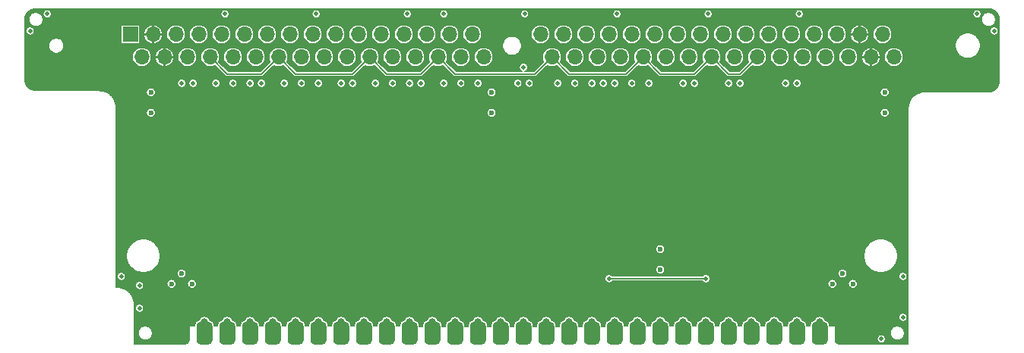
<source format=gbl>
G04 #@! TF.GenerationSoftware,KiCad,Pcbnew,(5.1.10-1-10_14)*
G04 #@! TF.CreationDate,2021-12-06T12:41:19-05:00*
G04 #@! TF.ProjectId,Adapter-30,41646170-7465-4722-9d33-302e6b696361,1.0-SOP*
G04 #@! TF.SameCoordinates,Original*
G04 #@! TF.FileFunction,Copper,L4,Bot*
G04 #@! TF.FilePolarity,Positive*
%FSLAX46Y46*%
G04 Gerber Fmt 4.6, Leading zero omitted, Abs format (unit mm)*
G04 Created by KiCad (PCBNEW (5.1.10-1-10_14)) date 2021-12-06 12:41:19*
%MOMM*%
%LPD*%
G01*
G04 APERTURE LIST*
G04 #@! TA.AperFunction,ComponentPad*
%ADD10C,0.800000*%
G04 #@! TD*
G04 #@! TA.AperFunction,ComponentPad*
%ADD11R,1.700000X1.700000*%
G04 #@! TD*
G04 #@! TA.AperFunction,ComponentPad*
%ADD12O,1.700000X1.700000*%
G04 #@! TD*
G04 #@! TA.AperFunction,ViaPad*
%ADD13C,0.600000*%
G04 #@! TD*
G04 #@! TA.AperFunction,ViaPad*
%ADD14C,0.508000*%
G04 #@! TD*
G04 #@! TA.AperFunction,Conductor*
%ADD15C,0.152400*%
G04 #@! TD*
G04 #@! TA.AperFunction,Conductor*
%ADD16C,0.100000*%
G04 #@! TD*
G04 APERTURE END LIST*
G04 #@! TA.AperFunction,SMDPad,CuDef*
G36*
G01*
X82931000Y-100901500D02*
X82931000Y-99250500D01*
G75*
G02*
X83375500Y-98806000I444500J0D01*
G01*
X84264500Y-98806000D01*
G75*
G02*
X84709000Y-99250500I0J-444500D01*
G01*
X84709000Y-100901500D01*
G75*
G02*
X84264500Y-101346000I-444500J0D01*
G01*
X83375500Y-101346000D01*
G75*
G02*
X82931000Y-100901500I0J444500D01*
G01*
G37*
G04 #@! TD.AperFunction*
G04 #@! TA.AperFunction,SMDPad,CuDef*
G36*
G01*
X85471000Y-100901500D02*
X85471000Y-99250500D01*
G75*
G02*
X85915500Y-98806000I444500J0D01*
G01*
X86804500Y-98806000D01*
G75*
G02*
X87249000Y-99250500I0J-444500D01*
G01*
X87249000Y-100901500D01*
G75*
G02*
X86804500Y-101346000I-444500J0D01*
G01*
X85915500Y-101346000D01*
G75*
G02*
X85471000Y-100901500I0J444500D01*
G01*
G37*
G04 #@! TD.AperFunction*
G04 #@! TA.AperFunction,SMDPad,CuDef*
G36*
G01*
X88011000Y-100901500D02*
X88011000Y-99250500D01*
G75*
G02*
X88455500Y-98806000I444500J0D01*
G01*
X89344500Y-98806000D01*
G75*
G02*
X89789000Y-99250500I0J-444500D01*
G01*
X89789000Y-100901500D01*
G75*
G02*
X89344500Y-101346000I-444500J0D01*
G01*
X88455500Y-101346000D01*
G75*
G02*
X88011000Y-100901500I0J444500D01*
G01*
G37*
G04 #@! TD.AperFunction*
G04 #@! TA.AperFunction,SMDPad,CuDef*
G36*
G01*
X90551000Y-100901500D02*
X90551000Y-99250500D01*
G75*
G02*
X90995500Y-98806000I444500J0D01*
G01*
X91884500Y-98806000D01*
G75*
G02*
X92329000Y-99250500I0J-444500D01*
G01*
X92329000Y-100901500D01*
G75*
G02*
X91884500Y-101346000I-444500J0D01*
G01*
X90995500Y-101346000D01*
G75*
G02*
X90551000Y-100901500I0J444500D01*
G01*
G37*
G04 #@! TD.AperFunction*
G04 #@! TA.AperFunction,SMDPad,CuDef*
G36*
G01*
X93091000Y-100901500D02*
X93091000Y-99250500D01*
G75*
G02*
X93535500Y-98806000I444500J0D01*
G01*
X94424500Y-98806000D01*
G75*
G02*
X94869000Y-99250500I0J-444500D01*
G01*
X94869000Y-100901500D01*
G75*
G02*
X94424500Y-101346000I-444500J0D01*
G01*
X93535500Y-101346000D01*
G75*
G02*
X93091000Y-100901500I0J444500D01*
G01*
G37*
G04 #@! TD.AperFunction*
G04 #@! TA.AperFunction,SMDPad,CuDef*
G36*
G01*
X95631000Y-100901500D02*
X95631000Y-99250500D01*
G75*
G02*
X96075500Y-98806000I444500J0D01*
G01*
X96964500Y-98806000D01*
G75*
G02*
X97409000Y-99250500I0J-444500D01*
G01*
X97409000Y-100901500D01*
G75*
G02*
X96964500Y-101346000I-444500J0D01*
G01*
X96075500Y-101346000D01*
G75*
G02*
X95631000Y-100901500I0J444500D01*
G01*
G37*
G04 #@! TD.AperFunction*
G04 #@! TA.AperFunction,SMDPad,CuDef*
G36*
G01*
X98171000Y-100901500D02*
X98171000Y-99250500D01*
G75*
G02*
X98615500Y-98806000I444500J0D01*
G01*
X99504500Y-98806000D01*
G75*
G02*
X99949000Y-99250500I0J-444500D01*
G01*
X99949000Y-100901500D01*
G75*
G02*
X99504500Y-101346000I-444500J0D01*
G01*
X98615500Y-101346000D01*
G75*
G02*
X98171000Y-100901500I0J444500D01*
G01*
G37*
G04 #@! TD.AperFunction*
G04 #@! TA.AperFunction,SMDPad,CuDef*
G36*
G01*
X100711000Y-100901500D02*
X100711000Y-99250500D01*
G75*
G02*
X101155500Y-98806000I444500J0D01*
G01*
X102044500Y-98806000D01*
G75*
G02*
X102489000Y-99250500I0J-444500D01*
G01*
X102489000Y-100901500D01*
G75*
G02*
X102044500Y-101346000I-444500J0D01*
G01*
X101155500Y-101346000D01*
G75*
G02*
X100711000Y-100901500I0J444500D01*
G01*
G37*
G04 #@! TD.AperFunction*
G04 #@! TA.AperFunction,SMDPad,CuDef*
G36*
G01*
X103251000Y-100901500D02*
X103251000Y-99250500D01*
G75*
G02*
X103695500Y-98806000I444500J0D01*
G01*
X104584500Y-98806000D01*
G75*
G02*
X105029000Y-99250500I0J-444500D01*
G01*
X105029000Y-100901500D01*
G75*
G02*
X104584500Y-101346000I-444500J0D01*
G01*
X103695500Y-101346000D01*
G75*
G02*
X103251000Y-100901500I0J444500D01*
G01*
G37*
G04 #@! TD.AperFunction*
G04 #@! TA.AperFunction,SMDPad,CuDef*
G36*
G01*
X105791000Y-100901500D02*
X105791000Y-99250500D01*
G75*
G02*
X106235500Y-98806000I444500J0D01*
G01*
X107124500Y-98806000D01*
G75*
G02*
X107569000Y-99250500I0J-444500D01*
G01*
X107569000Y-100901500D01*
G75*
G02*
X107124500Y-101346000I-444500J0D01*
G01*
X106235500Y-101346000D01*
G75*
G02*
X105791000Y-100901500I0J444500D01*
G01*
G37*
G04 #@! TD.AperFunction*
G04 #@! TA.AperFunction,SMDPad,CuDef*
G36*
G01*
X108331000Y-100901500D02*
X108331000Y-99250500D01*
G75*
G02*
X108775500Y-98806000I444500J0D01*
G01*
X109664500Y-98806000D01*
G75*
G02*
X110109000Y-99250500I0J-444500D01*
G01*
X110109000Y-100901500D01*
G75*
G02*
X109664500Y-101346000I-444500J0D01*
G01*
X108775500Y-101346000D01*
G75*
G02*
X108331000Y-100901500I0J444500D01*
G01*
G37*
G04 #@! TD.AperFunction*
G04 #@! TA.AperFunction,SMDPad,CuDef*
G36*
G01*
X110871000Y-100901500D02*
X110871000Y-99250500D01*
G75*
G02*
X111315500Y-98806000I444500J0D01*
G01*
X112204500Y-98806000D01*
G75*
G02*
X112649000Y-99250500I0J-444500D01*
G01*
X112649000Y-100901500D01*
G75*
G02*
X112204500Y-101346000I-444500J0D01*
G01*
X111315500Y-101346000D01*
G75*
G02*
X110871000Y-100901500I0J444500D01*
G01*
G37*
G04 #@! TD.AperFunction*
G04 #@! TA.AperFunction,SMDPad,CuDef*
G36*
G01*
X113411000Y-100901500D02*
X113411000Y-99250500D01*
G75*
G02*
X113855500Y-98806000I444500J0D01*
G01*
X114744500Y-98806000D01*
G75*
G02*
X115189000Y-99250500I0J-444500D01*
G01*
X115189000Y-100901500D01*
G75*
G02*
X114744500Y-101346000I-444500J0D01*
G01*
X113855500Y-101346000D01*
G75*
G02*
X113411000Y-100901500I0J444500D01*
G01*
G37*
G04 #@! TD.AperFunction*
G04 #@! TA.AperFunction,SMDPad,CuDef*
G36*
G01*
X115951000Y-100901500D02*
X115951000Y-99250500D01*
G75*
G02*
X116395500Y-98806000I444500J0D01*
G01*
X117284500Y-98806000D01*
G75*
G02*
X117729000Y-99250500I0J-444500D01*
G01*
X117729000Y-100901500D01*
G75*
G02*
X117284500Y-101346000I-444500J0D01*
G01*
X116395500Y-101346000D01*
G75*
G02*
X115951000Y-100901500I0J444500D01*
G01*
G37*
G04 #@! TD.AperFunction*
G04 #@! TA.AperFunction,SMDPad,CuDef*
G36*
G01*
X118491000Y-100901500D02*
X118491000Y-99250500D01*
G75*
G02*
X118935500Y-98806000I444500J0D01*
G01*
X119824500Y-98806000D01*
G75*
G02*
X120269000Y-99250500I0J-444500D01*
G01*
X120269000Y-100901500D01*
G75*
G02*
X119824500Y-101346000I-444500J0D01*
G01*
X118935500Y-101346000D01*
G75*
G02*
X118491000Y-100901500I0J444500D01*
G01*
G37*
G04 #@! TD.AperFunction*
G04 #@! TA.AperFunction,SMDPad,CuDef*
G36*
G01*
X121031000Y-100901500D02*
X121031000Y-99250500D01*
G75*
G02*
X121475500Y-98806000I444500J0D01*
G01*
X122364500Y-98806000D01*
G75*
G02*
X122809000Y-99250500I0J-444500D01*
G01*
X122809000Y-100901500D01*
G75*
G02*
X122364500Y-101346000I-444500J0D01*
G01*
X121475500Y-101346000D01*
G75*
G02*
X121031000Y-100901500I0J444500D01*
G01*
G37*
G04 #@! TD.AperFunction*
G04 #@! TA.AperFunction,SMDPad,CuDef*
G36*
G01*
X123571000Y-100901500D02*
X123571000Y-99250500D01*
G75*
G02*
X124015500Y-98806000I444500J0D01*
G01*
X124904500Y-98806000D01*
G75*
G02*
X125349000Y-99250500I0J-444500D01*
G01*
X125349000Y-100901500D01*
G75*
G02*
X124904500Y-101346000I-444500J0D01*
G01*
X124015500Y-101346000D01*
G75*
G02*
X123571000Y-100901500I0J444500D01*
G01*
G37*
G04 #@! TD.AperFunction*
G04 #@! TA.AperFunction,SMDPad,CuDef*
G36*
G01*
X126111000Y-100901500D02*
X126111000Y-99250500D01*
G75*
G02*
X126555500Y-98806000I444500J0D01*
G01*
X127444500Y-98806000D01*
G75*
G02*
X127889000Y-99250500I0J-444500D01*
G01*
X127889000Y-100901500D01*
G75*
G02*
X127444500Y-101346000I-444500J0D01*
G01*
X126555500Y-101346000D01*
G75*
G02*
X126111000Y-100901500I0J444500D01*
G01*
G37*
G04 #@! TD.AperFunction*
G04 #@! TA.AperFunction,SMDPad,CuDef*
G36*
G01*
X128651000Y-100901500D02*
X128651000Y-99250500D01*
G75*
G02*
X129095500Y-98806000I444500J0D01*
G01*
X129984500Y-98806000D01*
G75*
G02*
X130429000Y-99250500I0J-444500D01*
G01*
X130429000Y-100901500D01*
G75*
G02*
X129984500Y-101346000I-444500J0D01*
G01*
X129095500Y-101346000D01*
G75*
G02*
X128651000Y-100901500I0J444500D01*
G01*
G37*
G04 #@! TD.AperFunction*
G04 #@! TA.AperFunction,SMDPad,CuDef*
G36*
G01*
X131191000Y-100901500D02*
X131191000Y-99250500D01*
G75*
G02*
X131635500Y-98806000I444500J0D01*
G01*
X132524500Y-98806000D01*
G75*
G02*
X132969000Y-99250500I0J-444500D01*
G01*
X132969000Y-100901500D01*
G75*
G02*
X132524500Y-101346000I-444500J0D01*
G01*
X131635500Y-101346000D01*
G75*
G02*
X131191000Y-100901500I0J444500D01*
G01*
G37*
G04 #@! TD.AperFunction*
G04 #@! TA.AperFunction,SMDPad,CuDef*
G36*
G01*
X133731000Y-100901500D02*
X133731000Y-99250500D01*
G75*
G02*
X134175500Y-98806000I444500J0D01*
G01*
X135064500Y-98806000D01*
G75*
G02*
X135509000Y-99250500I0J-444500D01*
G01*
X135509000Y-100901500D01*
G75*
G02*
X135064500Y-101346000I-444500J0D01*
G01*
X134175500Y-101346000D01*
G75*
G02*
X133731000Y-100901500I0J444500D01*
G01*
G37*
G04 #@! TD.AperFunction*
G04 #@! TA.AperFunction,SMDPad,CuDef*
G36*
G01*
X136271000Y-100901500D02*
X136271000Y-99250500D01*
G75*
G02*
X136715500Y-98806000I444500J0D01*
G01*
X137604500Y-98806000D01*
G75*
G02*
X138049000Y-99250500I0J-444500D01*
G01*
X138049000Y-100901500D01*
G75*
G02*
X137604500Y-101346000I-444500J0D01*
G01*
X136715500Y-101346000D01*
G75*
G02*
X136271000Y-100901500I0J444500D01*
G01*
G37*
G04 #@! TD.AperFunction*
G04 #@! TA.AperFunction,SMDPad,CuDef*
G36*
G01*
X138811000Y-100901500D02*
X138811000Y-99250500D01*
G75*
G02*
X139255500Y-98806000I444500J0D01*
G01*
X140144500Y-98806000D01*
G75*
G02*
X140589000Y-99250500I0J-444500D01*
G01*
X140589000Y-100901500D01*
G75*
G02*
X140144500Y-101346000I-444500J0D01*
G01*
X139255500Y-101346000D01*
G75*
G02*
X138811000Y-100901500I0J444500D01*
G01*
G37*
G04 #@! TD.AperFunction*
G04 #@! TA.AperFunction,SMDPad,CuDef*
G36*
G01*
X141351000Y-100901500D02*
X141351000Y-99250500D01*
G75*
G02*
X141795500Y-98806000I444500J0D01*
G01*
X142684500Y-98806000D01*
G75*
G02*
X143129000Y-99250500I0J-444500D01*
G01*
X143129000Y-100901500D01*
G75*
G02*
X142684500Y-101346000I-444500J0D01*
G01*
X141795500Y-101346000D01*
G75*
G02*
X141351000Y-100901500I0J444500D01*
G01*
G37*
G04 #@! TD.AperFunction*
G04 #@! TA.AperFunction,SMDPad,CuDef*
G36*
G01*
X143891000Y-100901500D02*
X143891000Y-99250500D01*
G75*
G02*
X144335500Y-98806000I444500J0D01*
G01*
X145224500Y-98806000D01*
G75*
G02*
X145669000Y-99250500I0J-444500D01*
G01*
X145669000Y-100901500D01*
G75*
G02*
X145224500Y-101346000I-444500J0D01*
G01*
X144335500Y-101346000D01*
G75*
G02*
X143891000Y-100901500I0J444500D01*
G01*
G37*
G04 #@! TD.AperFunction*
G04 #@! TA.AperFunction,SMDPad,CuDef*
G36*
G01*
X146431000Y-100901500D02*
X146431000Y-99250500D01*
G75*
G02*
X146875500Y-98806000I444500J0D01*
G01*
X147764500Y-98806000D01*
G75*
G02*
X148209000Y-99250500I0J-444500D01*
G01*
X148209000Y-100901500D01*
G75*
G02*
X147764500Y-101346000I-444500J0D01*
G01*
X146875500Y-101346000D01*
G75*
G02*
X146431000Y-100901500I0J444500D01*
G01*
G37*
G04 #@! TD.AperFunction*
G04 #@! TA.AperFunction,SMDPad,CuDef*
G36*
G01*
X148971000Y-100901500D02*
X148971000Y-99250500D01*
G75*
G02*
X149415500Y-98806000I444500J0D01*
G01*
X150304500Y-98806000D01*
G75*
G02*
X150749000Y-99250500I0J-444500D01*
G01*
X150749000Y-100901500D01*
G75*
G02*
X150304500Y-101346000I-444500J0D01*
G01*
X149415500Y-101346000D01*
G75*
G02*
X148971000Y-100901500I0J444500D01*
G01*
G37*
G04 #@! TD.AperFunction*
G04 #@! TA.AperFunction,SMDPad,CuDef*
G36*
G01*
X151511000Y-100901500D02*
X151511000Y-99250500D01*
G75*
G02*
X151955500Y-98806000I444500J0D01*
G01*
X152844500Y-98806000D01*
G75*
G02*
X153289000Y-99250500I0J-444500D01*
G01*
X153289000Y-100901500D01*
G75*
G02*
X152844500Y-101346000I-444500J0D01*
G01*
X151955500Y-101346000D01*
G75*
G02*
X151511000Y-100901500I0J444500D01*
G01*
G37*
G04 #@! TD.AperFunction*
G04 #@! TA.AperFunction,SMDPad,CuDef*
G36*
G01*
X154051000Y-100901500D02*
X154051000Y-99250500D01*
G75*
G02*
X154495500Y-98806000I444500J0D01*
G01*
X155384500Y-98806000D01*
G75*
G02*
X155829000Y-99250500I0J-444500D01*
G01*
X155829000Y-100901500D01*
G75*
G02*
X155384500Y-101346000I-444500J0D01*
G01*
X154495500Y-101346000D01*
G75*
G02*
X154051000Y-100901500I0J444500D01*
G01*
G37*
G04 #@! TD.AperFunction*
G04 #@! TA.AperFunction,SMDPad,CuDef*
G36*
G01*
X156591000Y-100901500D02*
X156591000Y-99250500D01*
G75*
G02*
X157035500Y-98806000I444500J0D01*
G01*
X157924500Y-98806000D01*
G75*
G02*
X158369000Y-99250500I0J-444500D01*
G01*
X158369000Y-100901500D01*
G75*
G02*
X157924500Y-101346000I-444500J0D01*
G01*
X157035500Y-101346000D01*
G75*
G02*
X156591000Y-100901500I0J444500D01*
G01*
G37*
G04 #@! TD.AperFunction*
D10*
X88900000Y-98806000D03*
X86360000Y-98806000D03*
X83820000Y-98806000D03*
X93980000Y-98806000D03*
X91440000Y-98806000D03*
X96520000Y-98806000D03*
X99060000Y-98806000D03*
X104140000Y-98806000D03*
X101600000Y-98806000D03*
X109220000Y-98806000D03*
X106680000Y-98806000D03*
X111760000Y-98806000D03*
X116840000Y-98806000D03*
X114300000Y-98806000D03*
X119380000Y-98806000D03*
X124460000Y-98806000D03*
X121920000Y-98806000D03*
X127000000Y-98806000D03*
X149860000Y-98806000D03*
X147320000Y-98806000D03*
X152400000Y-98806000D03*
X134620000Y-98806000D03*
X132080000Y-98806000D03*
X137160000Y-98806000D03*
X142240000Y-98806000D03*
X139700000Y-98806000D03*
X144780000Y-98806000D03*
X129540000Y-98806000D03*
X154940000Y-98806000D03*
X157480000Y-98806000D03*
D11*
X78105000Y-66675000D03*
D12*
X79375000Y-69215000D03*
X80645000Y-66675000D03*
X81915000Y-69215000D03*
X83185000Y-66675000D03*
X84455000Y-69215000D03*
X85725000Y-66675000D03*
X86995000Y-69215000D03*
X88265000Y-66675000D03*
X89535000Y-69215000D03*
X90805000Y-66675000D03*
X92075000Y-69215000D03*
X93345000Y-66675000D03*
X94615000Y-69215000D03*
X95885000Y-66675000D03*
X97155000Y-69215000D03*
X98425000Y-66675000D03*
X99695000Y-69215000D03*
X100965000Y-66675000D03*
X102235000Y-69215000D03*
X103505000Y-66675000D03*
X104775000Y-69215000D03*
X106045000Y-66675000D03*
X107315000Y-69215000D03*
X108585000Y-66675000D03*
X109855000Y-69215000D03*
X111125000Y-66675000D03*
X112395000Y-69215000D03*
X113665000Y-66675000D03*
X114935000Y-69215000D03*
X116205000Y-66675000D03*
X117475000Y-69215000D03*
X123825000Y-66675000D03*
X125095000Y-69215000D03*
X126365000Y-66675000D03*
X127635000Y-69215000D03*
X128905000Y-66675000D03*
X130175000Y-69215000D03*
X131445000Y-66675000D03*
X132715000Y-69215000D03*
X133985000Y-66675000D03*
X135255000Y-69215000D03*
X136525000Y-66675000D03*
X137795000Y-69215000D03*
X139065000Y-66675000D03*
X140335000Y-69215000D03*
X141605000Y-66675000D03*
X142875000Y-69215000D03*
X144145000Y-66675000D03*
X145415000Y-69215000D03*
X146685000Y-66675000D03*
X147955000Y-69215000D03*
X149225000Y-66675000D03*
X150495000Y-69215000D03*
X151765000Y-66675000D03*
X153035000Y-69215000D03*
X154305000Y-66675000D03*
X155575000Y-69215000D03*
X156845000Y-66675000D03*
X158115000Y-69215000D03*
X159385000Y-66675000D03*
X160655000Y-69215000D03*
X161925000Y-66675000D03*
X163195000Y-69215000D03*
D13*
X83820000Y-97028000D03*
X82677000Y-95885000D03*
X156337000Y-95885000D03*
X158623000Y-95885000D03*
X157480000Y-97028000D03*
D14*
X77089000Y-83566000D03*
X164211000Y-83566000D03*
X157734000Y-64389000D03*
X147574000Y-64389000D03*
X137414000Y-64389000D03*
X127000000Y-64389000D03*
X117094000Y-64389000D03*
X83566000Y-64389000D03*
X93726000Y-64389000D03*
X103886000Y-64389000D03*
D13*
X84963000Y-95885000D03*
X119634000Y-75438000D03*
X119634000Y-73152000D03*
X81915000Y-73152000D03*
X81915000Y-75438000D03*
X160655000Y-73152000D03*
X160655000Y-75438000D03*
X138430000Y-92964000D03*
X138430000Y-90678000D03*
D14*
X77089000Y-93726000D03*
X66929000Y-66294000D03*
X172466000Y-64389000D03*
X164211000Y-98298000D03*
X79121000Y-94742000D03*
D13*
X84963000Y-94551500D03*
X83820000Y-93408500D03*
X158623000Y-94551500D03*
X156337000Y-94551500D03*
X157480000Y-93408500D03*
D14*
X79121000Y-97282000D03*
X161798000Y-100711000D03*
X164211000Y-93726000D03*
X174371000Y-66294000D03*
X152654000Y-64389000D03*
X142494000Y-64389000D03*
X132334000Y-64389000D03*
X122047000Y-64389000D03*
X68834000Y-64389000D03*
X88646000Y-64389000D03*
X98806000Y-64389000D03*
X108966000Y-64389000D03*
X113030000Y-64389000D03*
D13*
X82677000Y-94551500D03*
D14*
X91440000Y-72136000D03*
X89535000Y-72136000D03*
X83820000Y-72136000D03*
X97155000Y-72136000D03*
X107315000Y-72136000D03*
X109220000Y-72136000D03*
X114935000Y-72136000D03*
X116840000Y-72136000D03*
X121285000Y-72136000D03*
X127635000Y-72136000D03*
X129540000Y-72136000D03*
X130810000Y-72136000D03*
X133985000Y-72136000D03*
X135890000Y-72136000D03*
X140970000Y-72136000D03*
X144780000Y-72136000D03*
X146050000Y-72136000D03*
X151130000Y-72136000D03*
X113030000Y-72136000D03*
X110490000Y-72136000D03*
X105410000Y-72136000D03*
X102870000Y-72136000D03*
X101600000Y-72136000D03*
X99060000Y-72136000D03*
X95250000Y-72136000D03*
X92710000Y-72136000D03*
X85090000Y-72136000D03*
X87630000Y-72136000D03*
X122555000Y-72136000D03*
X125730000Y-72136000D03*
X139700000Y-72136000D03*
X152400000Y-72136000D03*
D13*
X118364000Y-75438000D03*
X118364000Y-73152000D03*
X80391000Y-75438000D03*
X80391000Y-73152000D03*
X162179000Y-73152000D03*
X162179000Y-75438000D03*
D14*
X132080000Y-72136000D03*
D13*
X137160000Y-90678000D03*
X137160000Y-92964000D03*
D14*
X121920000Y-70358000D03*
X131445000Y-93980000D03*
X142240000Y-93980000D03*
D15*
X86995000Y-69215000D02*
X88900000Y-71120000D01*
X92710000Y-71120000D02*
X94615000Y-69215000D01*
X88900000Y-71120000D02*
X92710000Y-71120000D01*
X94615000Y-69215000D02*
X96520000Y-71120000D01*
X102870000Y-71120000D02*
X104775000Y-69215000D01*
X96520000Y-71120000D02*
X102870000Y-71120000D01*
X104775000Y-69215000D02*
X106680000Y-71120000D01*
X110490000Y-71120000D02*
X112395000Y-69215000D01*
X106680000Y-71120000D02*
X110490000Y-71120000D01*
X112395000Y-69215000D02*
X114300000Y-71120000D01*
X123190000Y-71120000D02*
X125095000Y-69215000D01*
X114300000Y-71120000D02*
X123190000Y-71120000D01*
X125095000Y-69215000D02*
X127000000Y-71120000D01*
X133350000Y-71120000D02*
X135255000Y-69215000D01*
X127000000Y-71120000D02*
X133350000Y-71120000D01*
X135255000Y-69215000D02*
X137160000Y-71120000D01*
X140970000Y-71120000D02*
X142875000Y-69215000D01*
X137160000Y-71120000D02*
X140970000Y-71120000D01*
X142875000Y-69215000D02*
X144780000Y-71120000D01*
X146050000Y-71120000D02*
X147955000Y-69215000D01*
X144780000Y-71120000D02*
X146050000Y-71120000D01*
X142240000Y-93980000D02*
X131445000Y-93980000D01*
X173967884Y-63852912D02*
X174190929Y-63920254D01*
X174396653Y-64029639D01*
X174577209Y-64176896D01*
X174725723Y-64356420D01*
X174836544Y-64561378D01*
X174905441Y-64783947D01*
X174931400Y-65030934D01*
X174931401Y-71865917D01*
X174907088Y-72113882D01*
X174839746Y-72336929D01*
X174730361Y-72542652D01*
X174583102Y-72723211D01*
X174403577Y-72871726D01*
X174198622Y-72982544D01*
X173976054Y-73051441D01*
X173729065Y-73077400D01*
X166607865Y-73077400D01*
X166593087Y-73078855D01*
X166583579Y-73078789D01*
X166579013Y-73079237D01*
X166283209Y-73110327D01*
X166253983Y-73116326D01*
X166224779Y-73121897D01*
X166220395Y-73123221D01*
X166220388Y-73123222D01*
X166220382Y-73123225D01*
X165936256Y-73211177D01*
X165908790Y-73222723D01*
X165881187Y-73233875D01*
X165877136Y-73236029D01*
X165615500Y-73377494D01*
X165590808Y-73394149D01*
X165565888Y-73410456D01*
X165562333Y-73413356D01*
X165333157Y-73602946D01*
X165312155Y-73624094D01*
X165290892Y-73644917D01*
X165287967Y-73648452D01*
X165099981Y-73878946D01*
X165083485Y-73903774D01*
X165066673Y-73928327D01*
X165064494Y-73932358D01*
X165064491Y-73932362D01*
X165064491Y-73932363D01*
X164924855Y-74194981D01*
X164913504Y-74222520D01*
X164901774Y-74249889D01*
X164900417Y-74254272D01*
X164814449Y-74539011D01*
X164808656Y-74568268D01*
X164802472Y-74597359D01*
X164801992Y-74601922D01*
X164772968Y-74897935D01*
X164772968Y-74897945D01*
X164771400Y-74913866D01*
X164771401Y-101271400D01*
X157689548Y-101271400D01*
X157925966Y-100663468D01*
X161315400Y-100663468D01*
X161315400Y-100758532D01*
X161333946Y-100851769D01*
X161370326Y-100939597D01*
X161423140Y-101018640D01*
X161490360Y-101085860D01*
X161569403Y-101138674D01*
X161657231Y-101175054D01*
X161750468Y-101193600D01*
X161845532Y-101193600D01*
X161938769Y-101175054D01*
X162026597Y-101138674D01*
X162105640Y-101085860D01*
X162172860Y-101018640D01*
X162225674Y-100939597D01*
X162262054Y-100851769D01*
X162280600Y-100758532D01*
X162280600Y-100663468D01*
X162262054Y-100570231D01*
X162225674Y-100482403D01*
X162172860Y-100403360D01*
X162105640Y-100336140D01*
X162026597Y-100283326D01*
X161938769Y-100246946D01*
X161845532Y-100228400D01*
X161750468Y-100228400D01*
X161657231Y-100246946D01*
X161569403Y-100283326D01*
X161490360Y-100336140D01*
X161423140Y-100403360D01*
X161370326Y-100482403D01*
X161333946Y-100570231D01*
X161315400Y-100663468D01*
X157925966Y-100663468D01*
X158185243Y-99996754D01*
X162771400Y-99996754D01*
X162771400Y-100155246D01*
X162802320Y-100310693D01*
X162862973Y-100457121D01*
X162951026Y-100588903D01*
X163063097Y-100700974D01*
X163194879Y-100789027D01*
X163341307Y-100849680D01*
X163496754Y-100880600D01*
X163655246Y-100880600D01*
X163810693Y-100849680D01*
X163957121Y-100789027D01*
X164088903Y-100700974D01*
X164200974Y-100588903D01*
X164289027Y-100457121D01*
X164349680Y-100310693D01*
X164380600Y-100155246D01*
X164380600Y-99996754D01*
X164349680Y-99841307D01*
X164289027Y-99694879D01*
X164200974Y-99563097D01*
X164088903Y-99451026D01*
X163957121Y-99362973D01*
X163810693Y-99302320D01*
X163655246Y-99271400D01*
X163496754Y-99271400D01*
X163341307Y-99302320D01*
X163194879Y-99362973D01*
X163063097Y-99451026D01*
X162951026Y-99563097D01*
X162862973Y-99694879D01*
X162802320Y-99841307D01*
X162771400Y-99996754D01*
X158185243Y-99996754D01*
X158440019Y-99341618D01*
X158443760Y-99328743D01*
X158445200Y-99313875D01*
X158443711Y-99299011D01*
X158439352Y-99284724D01*
X158432288Y-99271561D01*
X158422793Y-99260030D01*
X158411230Y-99250572D01*
X158398045Y-99243553D01*
X158383743Y-99239240D01*
X158368875Y-99237800D01*
X156057830Y-99241601D01*
X156045751Y-99118969D01*
X156007385Y-98992493D01*
X155945082Y-98875931D01*
X155861236Y-98773764D01*
X155759069Y-98689918D01*
X155642507Y-98627615D01*
X155532707Y-98594308D01*
X155497059Y-98508246D01*
X155428266Y-98405291D01*
X155340709Y-98317734D01*
X155240040Y-98250468D01*
X163728400Y-98250468D01*
X163728400Y-98345532D01*
X163746946Y-98438769D01*
X163783326Y-98526597D01*
X163836140Y-98605640D01*
X163903360Y-98672860D01*
X163982403Y-98725674D01*
X164070231Y-98762054D01*
X164163468Y-98780600D01*
X164258532Y-98780600D01*
X164351769Y-98762054D01*
X164439597Y-98725674D01*
X164518640Y-98672860D01*
X164585860Y-98605640D01*
X164638674Y-98526597D01*
X164675054Y-98438769D01*
X164693600Y-98345532D01*
X164693600Y-98250468D01*
X164675054Y-98157231D01*
X164638674Y-98069403D01*
X164585860Y-97990360D01*
X164518640Y-97923140D01*
X164439597Y-97870326D01*
X164351769Y-97833946D01*
X164258532Y-97815400D01*
X164163468Y-97815400D01*
X164070231Y-97833946D01*
X163982403Y-97870326D01*
X163903360Y-97923140D01*
X163836140Y-97990360D01*
X163783326Y-98069403D01*
X163746946Y-98157231D01*
X163728400Y-98250468D01*
X155240040Y-98250468D01*
X155237754Y-98248941D01*
X155123356Y-98201556D01*
X155001912Y-98177400D01*
X154878088Y-98177400D01*
X154756644Y-98201556D01*
X154642246Y-98248941D01*
X154539291Y-98317734D01*
X154451734Y-98405291D01*
X154382941Y-98508246D01*
X154347293Y-98594308D01*
X154237493Y-98627615D01*
X154120931Y-98689918D01*
X154018764Y-98773764D01*
X153934918Y-98875931D01*
X153872615Y-98992493D01*
X153834249Y-99118969D01*
X153821808Y-99245279D01*
X153518241Y-99245778D01*
X153505751Y-99118969D01*
X153467385Y-98992493D01*
X153405082Y-98875931D01*
X153321236Y-98773764D01*
X153219069Y-98689918D01*
X153102507Y-98627615D01*
X152992707Y-98594308D01*
X152957059Y-98508246D01*
X152888266Y-98405291D01*
X152800709Y-98317734D01*
X152697754Y-98248941D01*
X152583356Y-98201556D01*
X152461912Y-98177400D01*
X152338088Y-98177400D01*
X152216644Y-98201556D01*
X152102246Y-98248941D01*
X151999291Y-98317734D01*
X151911734Y-98405291D01*
X151842941Y-98508246D01*
X151807293Y-98594308D01*
X151697493Y-98627615D01*
X151580931Y-98689918D01*
X151478764Y-98773764D01*
X151394918Y-98875931D01*
X151332615Y-98992493D01*
X151294249Y-99118969D01*
X151281397Y-99249457D01*
X150978652Y-99249955D01*
X150965751Y-99118969D01*
X150927385Y-98992493D01*
X150865082Y-98875931D01*
X150781236Y-98773764D01*
X150679069Y-98689918D01*
X150562507Y-98627615D01*
X150452707Y-98594308D01*
X150417059Y-98508246D01*
X150348266Y-98405291D01*
X150260709Y-98317734D01*
X150157754Y-98248941D01*
X150043356Y-98201556D01*
X149921912Y-98177400D01*
X149798088Y-98177400D01*
X149676644Y-98201556D01*
X149562246Y-98248941D01*
X149459291Y-98317734D01*
X149371734Y-98405291D01*
X149302941Y-98508246D01*
X149267293Y-98594308D01*
X149157493Y-98627615D01*
X149040931Y-98689918D01*
X148938764Y-98773764D01*
X148854918Y-98875931D01*
X148792615Y-98992493D01*
X148754249Y-99118969D01*
X148741294Y-99250500D01*
X148741294Y-99253635D01*
X148438706Y-99254133D01*
X148438706Y-99250500D01*
X148425751Y-99118969D01*
X148387385Y-98992493D01*
X148325082Y-98875931D01*
X148241236Y-98773764D01*
X148139069Y-98689918D01*
X148022507Y-98627615D01*
X147912707Y-98594308D01*
X147877059Y-98508246D01*
X147808266Y-98405291D01*
X147720709Y-98317734D01*
X147617754Y-98248941D01*
X147503356Y-98201556D01*
X147381912Y-98177400D01*
X147258088Y-98177400D01*
X147136644Y-98201556D01*
X147022246Y-98248941D01*
X146919291Y-98317734D01*
X146831734Y-98405291D01*
X146762941Y-98508246D01*
X146727293Y-98594308D01*
X146617493Y-98627615D01*
X146500931Y-98689918D01*
X146398764Y-98773764D01*
X146314918Y-98875931D01*
X146252615Y-98992493D01*
X146214249Y-99118969D01*
X146201294Y-99250500D01*
X146201294Y-99257813D01*
X145898706Y-99258310D01*
X145898706Y-99250500D01*
X145885751Y-99118969D01*
X145847385Y-98992493D01*
X145785082Y-98875931D01*
X145701236Y-98773764D01*
X145599069Y-98689918D01*
X145482507Y-98627615D01*
X145372707Y-98594308D01*
X145337059Y-98508246D01*
X145268266Y-98405291D01*
X145180709Y-98317734D01*
X145077754Y-98248941D01*
X144963356Y-98201556D01*
X144841912Y-98177400D01*
X144718088Y-98177400D01*
X144596644Y-98201556D01*
X144482246Y-98248941D01*
X144379291Y-98317734D01*
X144291734Y-98405291D01*
X144222941Y-98508246D01*
X144187293Y-98594308D01*
X144077493Y-98627615D01*
X143960931Y-98689918D01*
X143858764Y-98773764D01*
X143774918Y-98875931D01*
X143712615Y-98992493D01*
X143674249Y-99118969D01*
X143661294Y-99250500D01*
X143661294Y-99261990D01*
X143358706Y-99262488D01*
X143358706Y-99250500D01*
X143345751Y-99118969D01*
X143307385Y-98992493D01*
X143245082Y-98875931D01*
X143161236Y-98773764D01*
X143059069Y-98689918D01*
X142942507Y-98627615D01*
X142832707Y-98594308D01*
X142797059Y-98508246D01*
X142728266Y-98405291D01*
X142640709Y-98317734D01*
X142537754Y-98248941D01*
X142423356Y-98201556D01*
X142301912Y-98177400D01*
X142178088Y-98177400D01*
X142056644Y-98201556D01*
X141942246Y-98248941D01*
X141839291Y-98317734D01*
X141751734Y-98405291D01*
X141682941Y-98508246D01*
X141647293Y-98594308D01*
X141537493Y-98627615D01*
X141420931Y-98689918D01*
X141318764Y-98773764D01*
X141234918Y-98875931D01*
X141172615Y-98992493D01*
X141134249Y-99118969D01*
X141121294Y-99250500D01*
X141121294Y-99266168D01*
X140818706Y-99266666D01*
X140818706Y-99250500D01*
X140805751Y-99118969D01*
X140767385Y-98992493D01*
X140705082Y-98875931D01*
X140621236Y-98773764D01*
X140519069Y-98689918D01*
X140402507Y-98627615D01*
X140292707Y-98594308D01*
X140257059Y-98508246D01*
X140188266Y-98405291D01*
X140100709Y-98317734D01*
X139997754Y-98248941D01*
X139883356Y-98201556D01*
X139761912Y-98177400D01*
X139638088Y-98177400D01*
X139516644Y-98201556D01*
X139402246Y-98248941D01*
X139299291Y-98317734D01*
X139211734Y-98405291D01*
X139142941Y-98508246D01*
X139107293Y-98594308D01*
X138997493Y-98627615D01*
X138880931Y-98689918D01*
X138778764Y-98773764D01*
X138694918Y-98875931D01*
X138632615Y-98992493D01*
X138594249Y-99118969D01*
X138581294Y-99250500D01*
X138581294Y-99270345D01*
X138278706Y-99270843D01*
X138278706Y-99250500D01*
X138265751Y-99118969D01*
X138227385Y-98992493D01*
X138165082Y-98875931D01*
X138081236Y-98773764D01*
X137979069Y-98689918D01*
X137862507Y-98627615D01*
X137752707Y-98594308D01*
X137717059Y-98508246D01*
X137648266Y-98405291D01*
X137560709Y-98317734D01*
X137457754Y-98248941D01*
X137343356Y-98201556D01*
X137221912Y-98177400D01*
X137098088Y-98177400D01*
X136976644Y-98201556D01*
X136862246Y-98248941D01*
X136759291Y-98317734D01*
X136671734Y-98405291D01*
X136602941Y-98508246D01*
X136567293Y-98594308D01*
X136457493Y-98627615D01*
X136340931Y-98689918D01*
X136238764Y-98773764D01*
X136154918Y-98875931D01*
X136092615Y-98992493D01*
X136054249Y-99118969D01*
X136041294Y-99250500D01*
X136041294Y-99274523D01*
X135738706Y-99275021D01*
X135738706Y-99250500D01*
X135725751Y-99118969D01*
X135687385Y-98992493D01*
X135625082Y-98875931D01*
X135541236Y-98773764D01*
X135439069Y-98689918D01*
X135322507Y-98627615D01*
X135212707Y-98594308D01*
X135177059Y-98508246D01*
X135108266Y-98405291D01*
X135020709Y-98317734D01*
X134917754Y-98248941D01*
X134803356Y-98201556D01*
X134681912Y-98177400D01*
X134558088Y-98177400D01*
X134436644Y-98201556D01*
X134322246Y-98248941D01*
X134219291Y-98317734D01*
X134131734Y-98405291D01*
X134062941Y-98508246D01*
X134027293Y-98594308D01*
X133917493Y-98627615D01*
X133800931Y-98689918D01*
X133698764Y-98773764D01*
X133614918Y-98875931D01*
X133552615Y-98992493D01*
X133514249Y-99118969D01*
X133501294Y-99250500D01*
X133501294Y-99278701D01*
X133198706Y-99279198D01*
X133198706Y-99250500D01*
X133185751Y-99118969D01*
X133147385Y-98992493D01*
X133085082Y-98875931D01*
X133001236Y-98773764D01*
X132899069Y-98689918D01*
X132782507Y-98627615D01*
X132672707Y-98594308D01*
X132637059Y-98508246D01*
X132568266Y-98405291D01*
X132480709Y-98317734D01*
X132377754Y-98248941D01*
X132263356Y-98201556D01*
X132141912Y-98177400D01*
X132018088Y-98177400D01*
X131896644Y-98201556D01*
X131782246Y-98248941D01*
X131679291Y-98317734D01*
X131591734Y-98405291D01*
X131522941Y-98508246D01*
X131487293Y-98594308D01*
X131377493Y-98627615D01*
X131260931Y-98689918D01*
X131158764Y-98773764D01*
X131074918Y-98875931D01*
X131012615Y-98992493D01*
X130974249Y-99118969D01*
X130961294Y-99250500D01*
X130961294Y-99282878D01*
X130658706Y-99283376D01*
X130658706Y-99250500D01*
X130645751Y-99118969D01*
X130607385Y-98992493D01*
X130545082Y-98875931D01*
X130461236Y-98773764D01*
X130359069Y-98689918D01*
X130242507Y-98627615D01*
X130132707Y-98594308D01*
X130097059Y-98508246D01*
X130028266Y-98405291D01*
X129940709Y-98317734D01*
X129837754Y-98248941D01*
X129723356Y-98201556D01*
X129601912Y-98177400D01*
X129478088Y-98177400D01*
X129356644Y-98201556D01*
X129242246Y-98248941D01*
X129139291Y-98317734D01*
X129051734Y-98405291D01*
X128982941Y-98508246D01*
X128947293Y-98594308D01*
X128837493Y-98627615D01*
X128720931Y-98689918D01*
X128618764Y-98773764D01*
X128534918Y-98875931D01*
X128472615Y-98992493D01*
X128434249Y-99118969D01*
X128421294Y-99250500D01*
X128421294Y-99287056D01*
X128118706Y-99287554D01*
X128118706Y-99250500D01*
X128105751Y-99118969D01*
X128067385Y-98992493D01*
X128005082Y-98875931D01*
X127921236Y-98773764D01*
X127819069Y-98689918D01*
X127702507Y-98627615D01*
X127592707Y-98594308D01*
X127557059Y-98508246D01*
X127488266Y-98405291D01*
X127400709Y-98317734D01*
X127297754Y-98248941D01*
X127183356Y-98201556D01*
X127061912Y-98177400D01*
X126938088Y-98177400D01*
X126816644Y-98201556D01*
X126702246Y-98248941D01*
X126599291Y-98317734D01*
X126511734Y-98405291D01*
X126442941Y-98508246D01*
X126407293Y-98594308D01*
X126297493Y-98627615D01*
X126180931Y-98689918D01*
X126078764Y-98773764D01*
X125994918Y-98875931D01*
X125932615Y-98992493D01*
X125894249Y-99118969D01*
X125881294Y-99250500D01*
X125881294Y-99291234D01*
X125578706Y-99291731D01*
X125578706Y-99250500D01*
X125565751Y-99118969D01*
X125527385Y-98992493D01*
X125465082Y-98875931D01*
X125381236Y-98773764D01*
X125279069Y-98689918D01*
X125162507Y-98627615D01*
X125052707Y-98594308D01*
X125017059Y-98508246D01*
X124948266Y-98405291D01*
X124860709Y-98317734D01*
X124757754Y-98248941D01*
X124643356Y-98201556D01*
X124521912Y-98177400D01*
X124398088Y-98177400D01*
X124276644Y-98201556D01*
X124162246Y-98248941D01*
X124059291Y-98317734D01*
X123971734Y-98405291D01*
X123902941Y-98508246D01*
X123867293Y-98594308D01*
X123757493Y-98627615D01*
X123640931Y-98689918D01*
X123538764Y-98773764D01*
X123454918Y-98875931D01*
X123392615Y-98992493D01*
X123354249Y-99118969D01*
X123341294Y-99250500D01*
X123341294Y-99295411D01*
X123038706Y-99295909D01*
X123038706Y-99250500D01*
X123025751Y-99118969D01*
X122987385Y-98992493D01*
X122925082Y-98875931D01*
X122841236Y-98773764D01*
X122739069Y-98689918D01*
X122622507Y-98627615D01*
X122512707Y-98594308D01*
X122477059Y-98508246D01*
X122408266Y-98405291D01*
X122320709Y-98317734D01*
X122217754Y-98248941D01*
X122103356Y-98201556D01*
X121981912Y-98177400D01*
X121858088Y-98177400D01*
X121736644Y-98201556D01*
X121622246Y-98248941D01*
X121519291Y-98317734D01*
X121431734Y-98405291D01*
X121362941Y-98508246D01*
X121327293Y-98594308D01*
X121217493Y-98627615D01*
X121100931Y-98689918D01*
X120998764Y-98773764D01*
X120914918Y-98875931D01*
X120852615Y-98992493D01*
X120814249Y-99118969D01*
X120801294Y-99250500D01*
X120801294Y-99299589D01*
X120498706Y-99300087D01*
X120498706Y-99250500D01*
X120485751Y-99118969D01*
X120447385Y-98992493D01*
X120385082Y-98875931D01*
X120301236Y-98773764D01*
X120199069Y-98689918D01*
X120082507Y-98627615D01*
X119972707Y-98594308D01*
X119937059Y-98508246D01*
X119868266Y-98405291D01*
X119780709Y-98317734D01*
X119677754Y-98248941D01*
X119563356Y-98201556D01*
X119441912Y-98177400D01*
X119318088Y-98177400D01*
X119196644Y-98201556D01*
X119082246Y-98248941D01*
X118979291Y-98317734D01*
X118891734Y-98405291D01*
X118822941Y-98508246D01*
X118787293Y-98594308D01*
X118677493Y-98627615D01*
X118560931Y-98689918D01*
X118458764Y-98773764D01*
X118374918Y-98875931D01*
X118312615Y-98992493D01*
X118274249Y-99118969D01*
X118261294Y-99250500D01*
X118261294Y-99298714D01*
X117958706Y-99298193D01*
X117958706Y-99250500D01*
X117945751Y-99118969D01*
X117907385Y-98992493D01*
X117845082Y-98875931D01*
X117761236Y-98773764D01*
X117659069Y-98689918D01*
X117542507Y-98627615D01*
X117432707Y-98594308D01*
X117397059Y-98508246D01*
X117328266Y-98405291D01*
X117240709Y-98317734D01*
X117137754Y-98248941D01*
X117023356Y-98201556D01*
X116901912Y-98177400D01*
X116778088Y-98177400D01*
X116656644Y-98201556D01*
X116542246Y-98248941D01*
X116439291Y-98317734D01*
X116351734Y-98405291D01*
X116282941Y-98508246D01*
X116247293Y-98594308D01*
X116137493Y-98627615D01*
X116020931Y-98689918D01*
X115918764Y-98773764D01*
X115834918Y-98875931D01*
X115772615Y-98992493D01*
X115734249Y-99118969D01*
X115721294Y-99250500D01*
X115721294Y-99294335D01*
X115418706Y-99293813D01*
X115418706Y-99250500D01*
X115405751Y-99118969D01*
X115367385Y-98992493D01*
X115305082Y-98875931D01*
X115221236Y-98773764D01*
X115119069Y-98689918D01*
X115002507Y-98627615D01*
X114892707Y-98594308D01*
X114857059Y-98508246D01*
X114788266Y-98405291D01*
X114700709Y-98317734D01*
X114597754Y-98248941D01*
X114483356Y-98201556D01*
X114361912Y-98177400D01*
X114238088Y-98177400D01*
X114116644Y-98201556D01*
X114002246Y-98248941D01*
X113899291Y-98317734D01*
X113811734Y-98405291D01*
X113742941Y-98508246D01*
X113707293Y-98594308D01*
X113597493Y-98627615D01*
X113480931Y-98689918D01*
X113378764Y-98773764D01*
X113294918Y-98875931D01*
X113232615Y-98992493D01*
X113194249Y-99118969D01*
X113181294Y-99250500D01*
X113181294Y-99289956D01*
X112878706Y-99289434D01*
X112878706Y-99250500D01*
X112865751Y-99118969D01*
X112827385Y-98992493D01*
X112765082Y-98875931D01*
X112681236Y-98773764D01*
X112579069Y-98689918D01*
X112462507Y-98627615D01*
X112352707Y-98594308D01*
X112317059Y-98508246D01*
X112248266Y-98405291D01*
X112160709Y-98317734D01*
X112057754Y-98248941D01*
X111943356Y-98201556D01*
X111821912Y-98177400D01*
X111698088Y-98177400D01*
X111576644Y-98201556D01*
X111462246Y-98248941D01*
X111359291Y-98317734D01*
X111271734Y-98405291D01*
X111202941Y-98508246D01*
X111167293Y-98594308D01*
X111057493Y-98627615D01*
X110940931Y-98689918D01*
X110838764Y-98773764D01*
X110754918Y-98875931D01*
X110692615Y-98992493D01*
X110654249Y-99118969D01*
X110641294Y-99250500D01*
X110641294Y-99285576D01*
X110338706Y-99285055D01*
X110338706Y-99250500D01*
X110325751Y-99118969D01*
X110287385Y-98992493D01*
X110225082Y-98875931D01*
X110141236Y-98773764D01*
X110039069Y-98689918D01*
X109922507Y-98627615D01*
X109812707Y-98594308D01*
X109777059Y-98508246D01*
X109708266Y-98405291D01*
X109620709Y-98317734D01*
X109517754Y-98248941D01*
X109403356Y-98201556D01*
X109281912Y-98177400D01*
X109158088Y-98177400D01*
X109036644Y-98201556D01*
X108922246Y-98248941D01*
X108819291Y-98317734D01*
X108731734Y-98405291D01*
X108662941Y-98508246D01*
X108627293Y-98594308D01*
X108517493Y-98627615D01*
X108400931Y-98689918D01*
X108298764Y-98773764D01*
X108214918Y-98875931D01*
X108152615Y-98992493D01*
X108114249Y-99118969D01*
X108101294Y-99250500D01*
X108101294Y-99281197D01*
X107798706Y-99280675D01*
X107798706Y-99250500D01*
X107785751Y-99118969D01*
X107747385Y-98992493D01*
X107685082Y-98875931D01*
X107601236Y-98773764D01*
X107499069Y-98689918D01*
X107382507Y-98627615D01*
X107272707Y-98594308D01*
X107237059Y-98508246D01*
X107168266Y-98405291D01*
X107080709Y-98317734D01*
X106977754Y-98248941D01*
X106863356Y-98201556D01*
X106741912Y-98177400D01*
X106618088Y-98177400D01*
X106496644Y-98201556D01*
X106382246Y-98248941D01*
X106279291Y-98317734D01*
X106191734Y-98405291D01*
X106122941Y-98508246D01*
X106087293Y-98594308D01*
X105977493Y-98627615D01*
X105860931Y-98689918D01*
X105758764Y-98773764D01*
X105674918Y-98875931D01*
X105612615Y-98992493D01*
X105574249Y-99118969D01*
X105561294Y-99250500D01*
X105561294Y-99276818D01*
X105258706Y-99276296D01*
X105258706Y-99250500D01*
X105245751Y-99118969D01*
X105207385Y-98992493D01*
X105145082Y-98875931D01*
X105061236Y-98773764D01*
X104959069Y-98689918D01*
X104842507Y-98627615D01*
X104732707Y-98594308D01*
X104697059Y-98508246D01*
X104628266Y-98405291D01*
X104540709Y-98317734D01*
X104437754Y-98248941D01*
X104323356Y-98201556D01*
X104201912Y-98177400D01*
X104078088Y-98177400D01*
X103956644Y-98201556D01*
X103842246Y-98248941D01*
X103739291Y-98317734D01*
X103651734Y-98405291D01*
X103582941Y-98508246D01*
X103547293Y-98594308D01*
X103437493Y-98627615D01*
X103320931Y-98689918D01*
X103218764Y-98773764D01*
X103134918Y-98875931D01*
X103072615Y-98992493D01*
X103034249Y-99118969D01*
X103021294Y-99250500D01*
X103021294Y-99272438D01*
X102718706Y-99271917D01*
X102718706Y-99250500D01*
X102705751Y-99118969D01*
X102667385Y-98992493D01*
X102605082Y-98875931D01*
X102521236Y-98773764D01*
X102419069Y-98689918D01*
X102302507Y-98627615D01*
X102192707Y-98594308D01*
X102157059Y-98508246D01*
X102088266Y-98405291D01*
X102000709Y-98317734D01*
X101897754Y-98248941D01*
X101783356Y-98201556D01*
X101661912Y-98177400D01*
X101538088Y-98177400D01*
X101416644Y-98201556D01*
X101302246Y-98248941D01*
X101199291Y-98317734D01*
X101111734Y-98405291D01*
X101042941Y-98508246D01*
X101007293Y-98594308D01*
X100897493Y-98627615D01*
X100780931Y-98689918D01*
X100678764Y-98773764D01*
X100594918Y-98875931D01*
X100532615Y-98992493D01*
X100494249Y-99118969D01*
X100481294Y-99250500D01*
X100481294Y-99268059D01*
X100178706Y-99267537D01*
X100178706Y-99250500D01*
X100165751Y-99118969D01*
X100127385Y-98992493D01*
X100065082Y-98875931D01*
X99981236Y-98773764D01*
X99879069Y-98689918D01*
X99762507Y-98627615D01*
X99652707Y-98594308D01*
X99617059Y-98508246D01*
X99548266Y-98405291D01*
X99460709Y-98317734D01*
X99357754Y-98248941D01*
X99243356Y-98201556D01*
X99121912Y-98177400D01*
X98998088Y-98177400D01*
X98876644Y-98201556D01*
X98762246Y-98248941D01*
X98659291Y-98317734D01*
X98571734Y-98405291D01*
X98502941Y-98508246D01*
X98467293Y-98594308D01*
X98357493Y-98627615D01*
X98240931Y-98689918D01*
X98138764Y-98773764D01*
X98054918Y-98875931D01*
X97992615Y-98992493D01*
X97954249Y-99118969D01*
X97941294Y-99250500D01*
X97941294Y-99263680D01*
X97638706Y-99263158D01*
X97638706Y-99250500D01*
X97625751Y-99118969D01*
X97587385Y-98992493D01*
X97525082Y-98875931D01*
X97441236Y-98773764D01*
X97339069Y-98689918D01*
X97222507Y-98627615D01*
X97112707Y-98594308D01*
X97077059Y-98508246D01*
X97008266Y-98405291D01*
X96920709Y-98317734D01*
X96817754Y-98248941D01*
X96703356Y-98201556D01*
X96581912Y-98177400D01*
X96458088Y-98177400D01*
X96336644Y-98201556D01*
X96222246Y-98248941D01*
X96119291Y-98317734D01*
X96031734Y-98405291D01*
X95962941Y-98508246D01*
X95927293Y-98594308D01*
X95817493Y-98627615D01*
X95700931Y-98689918D01*
X95598764Y-98773764D01*
X95514918Y-98875931D01*
X95452615Y-98992493D01*
X95414249Y-99118969D01*
X95401294Y-99250500D01*
X95401294Y-99259300D01*
X95098706Y-99258779D01*
X95098706Y-99250500D01*
X95085751Y-99118969D01*
X95047385Y-98992493D01*
X94985082Y-98875931D01*
X94901236Y-98773764D01*
X94799069Y-98689918D01*
X94682507Y-98627615D01*
X94572707Y-98594308D01*
X94537059Y-98508246D01*
X94468266Y-98405291D01*
X94380709Y-98317734D01*
X94277754Y-98248941D01*
X94163356Y-98201556D01*
X94041912Y-98177400D01*
X93918088Y-98177400D01*
X93796644Y-98201556D01*
X93682246Y-98248941D01*
X93579291Y-98317734D01*
X93491734Y-98405291D01*
X93422941Y-98508246D01*
X93387293Y-98594308D01*
X93277493Y-98627615D01*
X93160931Y-98689918D01*
X93058764Y-98773764D01*
X92974918Y-98875931D01*
X92912615Y-98992493D01*
X92874249Y-99118969D01*
X92861294Y-99250500D01*
X92861294Y-99254921D01*
X92558706Y-99254399D01*
X92558706Y-99250500D01*
X92545751Y-99118969D01*
X92507385Y-98992493D01*
X92445082Y-98875931D01*
X92361236Y-98773764D01*
X92259069Y-98689918D01*
X92142507Y-98627615D01*
X92032707Y-98594308D01*
X91997059Y-98508246D01*
X91928266Y-98405291D01*
X91840709Y-98317734D01*
X91737754Y-98248941D01*
X91623356Y-98201556D01*
X91501912Y-98177400D01*
X91378088Y-98177400D01*
X91256644Y-98201556D01*
X91142246Y-98248941D01*
X91039291Y-98317734D01*
X90951734Y-98405291D01*
X90882941Y-98508246D01*
X90847293Y-98594308D01*
X90737493Y-98627615D01*
X90620931Y-98689918D01*
X90518764Y-98773764D01*
X90434918Y-98875931D01*
X90372615Y-98992493D01*
X90334249Y-99118969D01*
X90321294Y-99250500D01*
X90321294Y-99250542D01*
X90018659Y-99250020D01*
X90005751Y-99118969D01*
X89967385Y-98992493D01*
X89905082Y-98875931D01*
X89821236Y-98773764D01*
X89719069Y-98689918D01*
X89602507Y-98627615D01*
X89492707Y-98594308D01*
X89457059Y-98508246D01*
X89388266Y-98405291D01*
X89300709Y-98317734D01*
X89197754Y-98248941D01*
X89083356Y-98201556D01*
X88961912Y-98177400D01*
X88838088Y-98177400D01*
X88716644Y-98201556D01*
X88602246Y-98248941D01*
X88499291Y-98317734D01*
X88411734Y-98405291D01*
X88342941Y-98508246D01*
X88307293Y-98594308D01*
X88197493Y-98627615D01*
X88080931Y-98689918D01*
X87978764Y-98773764D01*
X87894918Y-98875931D01*
X87832615Y-98992493D01*
X87794249Y-99118969D01*
X87781721Y-99246163D01*
X87478227Y-99245640D01*
X87465751Y-99118969D01*
X87427385Y-98992493D01*
X87365082Y-98875931D01*
X87281236Y-98773764D01*
X87179069Y-98689918D01*
X87062507Y-98627615D01*
X86952707Y-98594308D01*
X86917059Y-98508246D01*
X86848266Y-98405291D01*
X86760709Y-98317734D01*
X86657754Y-98248941D01*
X86543356Y-98201556D01*
X86421912Y-98177400D01*
X86298088Y-98177400D01*
X86176644Y-98201556D01*
X86062246Y-98248941D01*
X85959291Y-98317734D01*
X85871734Y-98405291D01*
X85802941Y-98508246D01*
X85767293Y-98594308D01*
X85657493Y-98627615D01*
X85540931Y-98689918D01*
X85438764Y-98773764D01*
X85354918Y-98875931D01*
X85292615Y-98992493D01*
X85254249Y-99118969D01*
X85242152Y-99241785D01*
X82931131Y-99237800D01*
X82917767Y-99238958D01*
X82903382Y-99242981D01*
X82890057Y-99249734D01*
X82878306Y-99258956D01*
X82868580Y-99270294D01*
X82861253Y-99283311D01*
X82856606Y-99297508D01*
X82854818Y-99312338D01*
X82855958Y-99327233D01*
X82859981Y-99341618D01*
X83610452Y-101271400D01*
X78560600Y-101271400D01*
X78560600Y-99996754D01*
X78951400Y-99996754D01*
X78951400Y-100155246D01*
X78982320Y-100310693D01*
X79042973Y-100457121D01*
X79131026Y-100588903D01*
X79243097Y-100700974D01*
X79374879Y-100789027D01*
X79521307Y-100849680D01*
X79676754Y-100880600D01*
X79835246Y-100880600D01*
X79990693Y-100849680D01*
X80137121Y-100789027D01*
X80268903Y-100700974D01*
X80380974Y-100588903D01*
X80469027Y-100457121D01*
X80529680Y-100310693D01*
X80560600Y-100155246D01*
X80560600Y-99996754D01*
X80529680Y-99841307D01*
X80469027Y-99694879D01*
X80380974Y-99563097D01*
X80268903Y-99451026D01*
X80137121Y-99362973D01*
X79990693Y-99302320D01*
X79835246Y-99271400D01*
X79676754Y-99271400D01*
X79521307Y-99302320D01*
X79374879Y-99362973D01*
X79243097Y-99451026D01*
X79131026Y-99563097D01*
X79042973Y-99694879D01*
X78982320Y-99841307D01*
X78951400Y-99996754D01*
X78560600Y-99996754D01*
X78560600Y-97234468D01*
X78638400Y-97234468D01*
X78638400Y-97329532D01*
X78656946Y-97422769D01*
X78693326Y-97510597D01*
X78746140Y-97589640D01*
X78813360Y-97656860D01*
X78892403Y-97709674D01*
X78980231Y-97746054D01*
X79073468Y-97764600D01*
X79168532Y-97764600D01*
X79261769Y-97746054D01*
X79349597Y-97709674D01*
X79428640Y-97656860D01*
X79495860Y-97589640D01*
X79548674Y-97510597D01*
X79585054Y-97422769D01*
X79603600Y-97329532D01*
X79603600Y-97234468D01*
X79585054Y-97141231D01*
X79548674Y-97053403D01*
X79495860Y-96974360D01*
X79428640Y-96907140D01*
X79349597Y-96854326D01*
X79261769Y-96817946D01*
X79168532Y-96799400D01*
X79073468Y-96799400D01*
X78980231Y-96817946D01*
X78892403Y-96854326D01*
X78813360Y-96907140D01*
X78746140Y-96974360D01*
X78693326Y-97053403D01*
X78656946Y-97141231D01*
X78638400Y-97234468D01*
X78560600Y-97234468D01*
X78560600Y-96821365D01*
X78559140Y-96806538D01*
X78559209Y-96796636D01*
X78558761Y-96792069D01*
X78526376Y-96483942D01*
X78520383Y-96454746D01*
X78514807Y-96425512D01*
X78513481Y-96421119D01*
X78421862Y-96125149D01*
X78410305Y-96097654D01*
X78399164Y-96070080D01*
X78397015Y-96066038D01*
X78397011Y-96066029D01*
X78397006Y-96066022D01*
X78249649Y-95793491D01*
X78233001Y-95768808D01*
X78216688Y-95743880D01*
X78213788Y-95740324D01*
X78016298Y-95501599D01*
X77995166Y-95480613D01*
X77974326Y-95459333D01*
X77970791Y-95456408D01*
X77730693Y-95260591D01*
X77705890Y-95244112D01*
X77681314Y-95227284D01*
X77677281Y-95225103D01*
X77677273Y-95225099D01*
X77403718Y-95079647D01*
X77376178Y-95068295D01*
X77348807Y-95056564D01*
X77344432Y-95055210D01*
X77344426Y-95055208D01*
X77344420Y-95055207D01*
X77047822Y-94965659D01*
X77018601Y-94959873D01*
X76989476Y-94953682D01*
X76984913Y-94953202D01*
X76676566Y-94922968D01*
X76676556Y-94922968D01*
X76660635Y-94921400D01*
X76528600Y-94921400D01*
X76528600Y-94694468D01*
X78638400Y-94694468D01*
X78638400Y-94789532D01*
X78656946Y-94882769D01*
X78693326Y-94970597D01*
X78746140Y-95049640D01*
X78813360Y-95116860D01*
X78892403Y-95169674D01*
X78980231Y-95206054D01*
X79073468Y-95224600D01*
X79168532Y-95224600D01*
X79261769Y-95206054D01*
X79349597Y-95169674D01*
X79428640Y-95116860D01*
X79495860Y-95049640D01*
X79548674Y-94970597D01*
X79585054Y-94882769D01*
X79603600Y-94789532D01*
X79603600Y-94694468D01*
X79585054Y-94601231D01*
X79548674Y-94513403D01*
X79539343Y-94499437D01*
X82148400Y-94499437D01*
X82148400Y-94603563D01*
X82168713Y-94705687D01*
X82208560Y-94801886D01*
X82266409Y-94888463D01*
X82340037Y-94962091D01*
X82426614Y-95019940D01*
X82522813Y-95059787D01*
X82624937Y-95080100D01*
X82729063Y-95080100D01*
X82831187Y-95059787D01*
X82927386Y-95019940D01*
X83013963Y-94962091D01*
X83087591Y-94888463D01*
X83145440Y-94801886D01*
X83185287Y-94705687D01*
X83205600Y-94603563D01*
X83205600Y-94499437D01*
X84434400Y-94499437D01*
X84434400Y-94603563D01*
X84454713Y-94705687D01*
X84494560Y-94801886D01*
X84552409Y-94888463D01*
X84626037Y-94962091D01*
X84712614Y-95019940D01*
X84808813Y-95059787D01*
X84910937Y-95080100D01*
X85015063Y-95080100D01*
X85117187Y-95059787D01*
X85213386Y-95019940D01*
X85299963Y-94962091D01*
X85373591Y-94888463D01*
X85431440Y-94801886D01*
X85471287Y-94705687D01*
X85491600Y-94603563D01*
X85491600Y-94499437D01*
X155808400Y-94499437D01*
X155808400Y-94603563D01*
X155828713Y-94705687D01*
X155868560Y-94801886D01*
X155926409Y-94888463D01*
X156000037Y-94962091D01*
X156086614Y-95019940D01*
X156182813Y-95059787D01*
X156284937Y-95080100D01*
X156389063Y-95080100D01*
X156491187Y-95059787D01*
X156587386Y-95019940D01*
X156673963Y-94962091D01*
X156747591Y-94888463D01*
X156805440Y-94801886D01*
X156845287Y-94705687D01*
X156865600Y-94603563D01*
X156865600Y-94499437D01*
X158094400Y-94499437D01*
X158094400Y-94603563D01*
X158114713Y-94705687D01*
X158154560Y-94801886D01*
X158212409Y-94888463D01*
X158286037Y-94962091D01*
X158372614Y-95019940D01*
X158468813Y-95059787D01*
X158570937Y-95080100D01*
X158675063Y-95080100D01*
X158777187Y-95059787D01*
X158873386Y-95019940D01*
X158959963Y-94962091D01*
X159033591Y-94888463D01*
X159091440Y-94801886D01*
X159131287Y-94705687D01*
X159151600Y-94603563D01*
X159151600Y-94499437D01*
X159131287Y-94397313D01*
X159091440Y-94301114D01*
X159033591Y-94214537D01*
X158959963Y-94140909D01*
X158873386Y-94083060D01*
X158777187Y-94043213D01*
X158675063Y-94022900D01*
X158570937Y-94022900D01*
X158468813Y-94043213D01*
X158372614Y-94083060D01*
X158286037Y-94140909D01*
X158212409Y-94214537D01*
X158154560Y-94301114D01*
X158114713Y-94397313D01*
X158094400Y-94499437D01*
X156865600Y-94499437D01*
X156845287Y-94397313D01*
X156805440Y-94301114D01*
X156747591Y-94214537D01*
X156673963Y-94140909D01*
X156587386Y-94083060D01*
X156491187Y-94043213D01*
X156389063Y-94022900D01*
X156284937Y-94022900D01*
X156182813Y-94043213D01*
X156086614Y-94083060D01*
X156000037Y-94140909D01*
X155926409Y-94214537D01*
X155868560Y-94301114D01*
X155828713Y-94397313D01*
X155808400Y-94499437D01*
X85491600Y-94499437D01*
X85471287Y-94397313D01*
X85431440Y-94301114D01*
X85373591Y-94214537D01*
X85299963Y-94140909D01*
X85213386Y-94083060D01*
X85117187Y-94043213D01*
X85015063Y-94022900D01*
X84910937Y-94022900D01*
X84808813Y-94043213D01*
X84712614Y-94083060D01*
X84626037Y-94140909D01*
X84552409Y-94214537D01*
X84494560Y-94301114D01*
X84454713Y-94397313D01*
X84434400Y-94499437D01*
X83205600Y-94499437D01*
X83185287Y-94397313D01*
X83145440Y-94301114D01*
X83087591Y-94214537D01*
X83013963Y-94140909D01*
X82927386Y-94083060D01*
X82831187Y-94043213D01*
X82729063Y-94022900D01*
X82624937Y-94022900D01*
X82522813Y-94043213D01*
X82426614Y-94083060D01*
X82340037Y-94140909D01*
X82266409Y-94214537D01*
X82208560Y-94301114D01*
X82168713Y-94397313D01*
X82148400Y-94499437D01*
X79539343Y-94499437D01*
X79495860Y-94434360D01*
X79428640Y-94367140D01*
X79349597Y-94314326D01*
X79261769Y-94277946D01*
X79168532Y-94259400D01*
X79073468Y-94259400D01*
X78980231Y-94277946D01*
X78892403Y-94314326D01*
X78813360Y-94367140D01*
X78746140Y-94434360D01*
X78693326Y-94513403D01*
X78656946Y-94601231D01*
X78638400Y-94694468D01*
X76528600Y-94694468D01*
X76528600Y-93678468D01*
X76606400Y-93678468D01*
X76606400Y-93773532D01*
X76624946Y-93866769D01*
X76661326Y-93954597D01*
X76714140Y-94033640D01*
X76781360Y-94100860D01*
X76860403Y-94153674D01*
X76948231Y-94190054D01*
X77041468Y-94208600D01*
X77136532Y-94208600D01*
X77229769Y-94190054D01*
X77317597Y-94153674D01*
X77396640Y-94100860D01*
X77463860Y-94033640D01*
X77516674Y-93954597D01*
X77553054Y-93866769D01*
X77571600Y-93773532D01*
X77571600Y-93678468D01*
X77553054Y-93585231D01*
X77516674Y-93497403D01*
X77463860Y-93418360D01*
X77401937Y-93356437D01*
X83291400Y-93356437D01*
X83291400Y-93460563D01*
X83311713Y-93562687D01*
X83351560Y-93658886D01*
X83409409Y-93745463D01*
X83483037Y-93819091D01*
X83569614Y-93876940D01*
X83665813Y-93916787D01*
X83767937Y-93937100D01*
X83872063Y-93937100D01*
X83895350Y-93932468D01*
X130962400Y-93932468D01*
X130962400Y-94027532D01*
X130980946Y-94120769D01*
X131017326Y-94208597D01*
X131070140Y-94287640D01*
X131137360Y-94354860D01*
X131216403Y-94407674D01*
X131304231Y-94444054D01*
X131397468Y-94462600D01*
X131492532Y-94462600D01*
X131585769Y-94444054D01*
X131673597Y-94407674D01*
X131752640Y-94354860D01*
X131819860Y-94287640D01*
X131821758Y-94284800D01*
X141863242Y-94284800D01*
X141865140Y-94287640D01*
X141932360Y-94354860D01*
X142011403Y-94407674D01*
X142099231Y-94444054D01*
X142192468Y-94462600D01*
X142287532Y-94462600D01*
X142380769Y-94444054D01*
X142468597Y-94407674D01*
X142547640Y-94354860D01*
X142614860Y-94287640D01*
X142667674Y-94208597D01*
X142704054Y-94120769D01*
X142722600Y-94027532D01*
X142722600Y-93932468D01*
X142704054Y-93839231D01*
X142667674Y-93751403D01*
X142614860Y-93672360D01*
X142547640Y-93605140D01*
X142468597Y-93552326D01*
X142380769Y-93515946D01*
X142287532Y-93497400D01*
X142192468Y-93497400D01*
X142099231Y-93515946D01*
X142011403Y-93552326D01*
X141932360Y-93605140D01*
X141865140Y-93672360D01*
X141863242Y-93675200D01*
X131821758Y-93675200D01*
X131819860Y-93672360D01*
X131752640Y-93605140D01*
X131673597Y-93552326D01*
X131585769Y-93515946D01*
X131492532Y-93497400D01*
X131397468Y-93497400D01*
X131304231Y-93515946D01*
X131216403Y-93552326D01*
X131137360Y-93605140D01*
X131070140Y-93672360D01*
X131017326Y-93751403D01*
X130980946Y-93839231D01*
X130962400Y-93932468D01*
X83895350Y-93932468D01*
X83974187Y-93916787D01*
X84070386Y-93876940D01*
X84156963Y-93819091D01*
X84230591Y-93745463D01*
X84288440Y-93658886D01*
X84328287Y-93562687D01*
X84348600Y-93460563D01*
X84348600Y-93356437D01*
X84328287Y-93254313D01*
X84288440Y-93158114D01*
X84230591Y-93071537D01*
X84156963Y-92997909D01*
X84070386Y-92940060D01*
X84002492Y-92911937D01*
X136631400Y-92911937D01*
X136631400Y-93016063D01*
X136651713Y-93118187D01*
X136691560Y-93214386D01*
X136749409Y-93300963D01*
X136823037Y-93374591D01*
X136909614Y-93432440D01*
X137005813Y-93472287D01*
X137107937Y-93492600D01*
X137212063Y-93492600D01*
X137314187Y-93472287D01*
X137410386Y-93432440D01*
X137496963Y-93374591D01*
X137515117Y-93356437D01*
X156951400Y-93356437D01*
X156951400Y-93460563D01*
X156971713Y-93562687D01*
X157011560Y-93658886D01*
X157069409Y-93745463D01*
X157143037Y-93819091D01*
X157229614Y-93876940D01*
X157325813Y-93916787D01*
X157427937Y-93937100D01*
X157532063Y-93937100D01*
X157634187Y-93916787D01*
X157730386Y-93876940D01*
X157816963Y-93819091D01*
X157890591Y-93745463D01*
X157935355Y-93678468D01*
X163728400Y-93678468D01*
X163728400Y-93773532D01*
X163746946Y-93866769D01*
X163783326Y-93954597D01*
X163836140Y-94033640D01*
X163903360Y-94100860D01*
X163982403Y-94153674D01*
X164070231Y-94190054D01*
X164163468Y-94208600D01*
X164258532Y-94208600D01*
X164351769Y-94190054D01*
X164439597Y-94153674D01*
X164518640Y-94100860D01*
X164585860Y-94033640D01*
X164638674Y-93954597D01*
X164675054Y-93866769D01*
X164693600Y-93773532D01*
X164693600Y-93678468D01*
X164675054Y-93585231D01*
X164638674Y-93497403D01*
X164585860Y-93418360D01*
X164518640Y-93351140D01*
X164439597Y-93298326D01*
X164351769Y-93261946D01*
X164258532Y-93243400D01*
X164163468Y-93243400D01*
X164070231Y-93261946D01*
X163982403Y-93298326D01*
X163903360Y-93351140D01*
X163836140Y-93418360D01*
X163783326Y-93497403D01*
X163746946Y-93585231D01*
X163728400Y-93678468D01*
X157935355Y-93678468D01*
X157948440Y-93658886D01*
X157988287Y-93562687D01*
X158008600Y-93460563D01*
X158008600Y-93356437D01*
X157988287Y-93254313D01*
X157948440Y-93158114D01*
X157890591Y-93071537D01*
X157816963Y-92997909D01*
X157730386Y-92940060D01*
X157634187Y-92900213D01*
X157532063Y-92879900D01*
X157427937Y-92879900D01*
X157325813Y-92900213D01*
X157229614Y-92940060D01*
X157143037Y-92997909D01*
X157069409Y-93071537D01*
X157011560Y-93158114D01*
X156971713Y-93254313D01*
X156951400Y-93356437D01*
X137515117Y-93356437D01*
X137570591Y-93300963D01*
X137628440Y-93214386D01*
X137668287Y-93118187D01*
X137688600Y-93016063D01*
X137688600Y-92911937D01*
X137668287Y-92809813D01*
X137628440Y-92713614D01*
X137570591Y-92627037D01*
X137496963Y-92553409D01*
X137410386Y-92495560D01*
X137314187Y-92455713D01*
X137212063Y-92435400D01*
X137107937Y-92435400D01*
X137005813Y-92455713D01*
X136909614Y-92495560D01*
X136823037Y-92553409D01*
X136749409Y-92627037D01*
X136691560Y-92713614D01*
X136651713Y-92809813D01*
X136631400Y-92911937D01*
X84002492Y-92911937D01*
X83974187Y-92900213D01*
X83872063Y-92879900D01*
X83767937Y-92879900D01*
X83665813Y-92900213D01*
X83569614Y-92940060D01*
X83483037Y-92997909D01*
X83409409Y-93071537D01*
X83351560Y-93158114D01*
X83311713Y-93254313D01*
X83291400Y-93356437D01*
X77401937Y-93356437D01*
X77396640Y-93351140D01*
X77317597Y-93298326D01*
X77229769Y-93261946D01*
X77136532Y-93243400D01*
X77041468Y-93243400D01*
X76948231Y-93261946D01*
X76860403Y-93298326D01*
X76781360Y-93351140D01*
X76714140Y-93418360D01*
X76661326Y-93497403D01*
X76624946Y-93585231D01*
X76606400Y-93678468D01*
X76528600Y-93678468D01*
X76528600Y-91252679D01*
X77663602Y-91252679D01*
X77663602Y-91627321D01*
X77736691Y-91994763D01*
X77880060Y-92340886D01*
X78088200Y-92652389D01*
X78353111Y-92917300D01*
X78664614Y-93125440D01*
X79010737Y-93268809D01*
X79378179Y-93341898D01*
X79752821Y-93341898D01*
X80120263Y-93268809D01*
X80466386Y-93125440D01*
X80777889Y-92917300D01*
X81042800Y-92652389D01*
X81250940Y-92340886D01*
X81394309Y-91994763D01*
X81467398Y-91627321D01*
X81467398Y-91252679D01*
X159832602Y-91252679D01*
X159832602Y-91627321D01*
X159905691Y-91994763D01*
X160049060Y-92340886D01*
X160257200Y-92652389D01*
X160522111Y-92917300D01*
X160833614Y-93125440D01*
X161179737Y-93268809D01*
X161547179Y-93341898D01*
X161921821Y-93341898D01*
X162289263Y-93268809D01*
X162635386Y-93125440D01*
X162946889Y-92917300D01*
X163211800Y-92652389D01*
X163419940Y-92340886D01*
X163563309Y-91994763D01*
X163636398Y-91627321D01*
X163636398Y-91252679D01*
X163563309Y-90885237D01*
X163419940Y-90539114D01*
X163211800Y-90227611D01*
X162946889Y-89962700D01*
X162635386Y-89754560D01*
X162289263Y-89611191D01*
X161921821Y-89538102D01*
X161547179Y-89538102D01*
X161179737Y-89611191D01*
X160833614Y-89754560D01*
X160522111Y-89962700D01*
X160257200Y-90227611D01*
X160049060Y-90539114D01*
X159905691Y-90885237D01*
X159832602Y-91252679D01*
X81467398Y-91252679D01*
X81394309Y-90885237D01*
X81286904Y-90625937D01*
X136631400Y-90625937D01*
X136631400Y-90730063D01*
X136651713Y-90832187D01*
X136691560Y-90928386D01*
X136749409Y-91014963D01*
X136823037Y-91088591D01*
X136909614Y-91146440D01*
X137005813Y-91186287D01*
X137107937Y-91206600D01*
X137212063Y-91206600D01*
X137314187Y-91186287D01*
X137410386Y-91146440D01*
X137496963Y-91088591D01*
X137570591Y-91014963D01*
X137628440Y-90928386D01*
X137668287Y-90832187D01*
X137688600Y-90730063D01*
X137688600Y-90625937D01*
X137668287Y-90523813D01*
X137628440Y-90427614D01*
X137570591Y-90341037D01*
X137496963Y-90267409D01*
X137410386Y-90209560D01*
X137314187Y-90169713D01*
X137212063Y-90149400D01*
X137107937Y-90149400D01*
X137005813Y-90169713D01*
X136909614Y-90209560D01*
X136823037Y-90267409D01*
X136749409Y-90341037D01*
X136691560Y-90427614D01*
X136651713Y-90523813D01*
X136631400Y-90625937D01*
X81286904Y-90625937D01*
X81250940Y-90539114D01*
X81042800Y-90227611D01*
X80777889Y-89962700D01*
X80466386Y-89754560D01*
X80120263Y-89611191D01*
X79752821Y-89538102D01*
X79378179Y-89538102D01*
X79010737Y-89611191D01*
X78664614Y-89754560D01*
X78353111Y-89962700D01*
X78088200Y-90227611D01*
X77880060Y-90539114D01*
X77736691Y-90885237D01*
X77663602Y-91252679D01*
X76528600Y-91252679D01*
X76528600Y-75385937D01*
X79862400Y-75385937D01*
X79862400Y-75490063D01*
X79882713Y-75592187D01*
X79922560Y-75688386D01*
X79980409Y-75774963D01*
X80054037Y-75848591D01*
X80140614Y-75906440D01*
X80236813Y-75946287D01*
X80338937Y-75966600D01*
X80443063Y-75966600D01*
X80545187Y-75946287D01*
X80641386Y-75906440D01*
X80727963Y-75848591D01*
X80801591Y-75774963D01*
X80859440Y-75688386D01*
X80899287Y-75592187D01*
X80919600Y-75490063D01*
X80919600Y-75385937D01*
X117835400Y-75385937D01*
X117835400Y-75490063D01*
X117855713Y-75592187D01*
X117895560Y-75688386D01*
X117953409Y-75774963D01*
X118027037Y-75848591D01*
X118113614Y-75906440D01*
X118209813Y-75946287D01*
X118311937Y-75966600D01*
X118416063Y-75966600D01*
X118518187Y-75946287D01*
X118614386Y-75906440D01*
X118700963Y-75848591D01*
X118774591Y-75774963D01*
X118832440Y-75688386D01*
X118872287Y-75592187D01*
X118892600Y-75490063D01*
X118892600Y-75385937D01*
X161650400Y-75385937D01*
X161650400Y-75490063D01*
X161670713Y-75592187D01*
X161710560Y-75688386D01*
X161768409Y-75774963D01*
X161842037Y-75848591D01*
X161928614Y-75906440D01*
X162024813Y-75946287D01*
X162126937Y-75966600D01*
X162231063Y-75966600D01*
X162333187Y-75946287D01*
X162429386Y-75906440D01*
X162515963Y-75848591D01*
X162589591Y-75774963D01*
X162647440Y-75688386D01*
X162687287Y-75592187D01*
X162707600Y-75490063D01*
X162707600Y-75385937D01*
X162687287Y-75283813D01*
X162647440Y-75187614D01*
X162589591Y-75101037D01*
X162515963Y-75027409D01*
X162429386Y-74969560D01*
X162333187Y-74929713D01*
X162231063Y-74909400D01*
X162126937Y-74909400D01*
X162024813Y-74929713D01*
X161928614Y-74969560D01*
X161842037Y-75027409D01*
X161768409Y-75101037D01*
X161710560Y-75187614D01*
X161670713Y-75283813D01*
X161650400Y-75385937D01*
X118892600Y-75385937D01*
X118872287Y-75283813D01*
X118832440Y-75187614D01*
X118774591Y-75101037D01*
X118700963Y-75027409D01*
X118614386Y-74969560D01*
X118518187Y-74929713D01*
X118416063Y-74909400D01*
X118311937Y-74909400D01*
X118209813Y-74929713D01*
X118113614Y-74969560D01*
X118027037Y-75027409D01*
X117953409Y-75101037D01*
X117895560Y-75187614D01*
X117855713Y-75283813D01*
X117835400Y-75385937D01*
X80919600Y-75385937D01*
X80899287Y-75283813D01*
X80859440Y-75187614D01*
X80801591Y-75101037D01*
X80727963Y-75027409D01*
X80641386Y-74969560D01*
X80545187Y-74929713D01*
X80443063Y-74909400D01*
X80338937Y-74909400D01*
X80236813Y-74929713D01*
X80140614Y-74969560D01*
X80054037Y-75027409D01*
X79980409Y-75101037D01*
X79922560Y-75187614D01*
X79882713Y-75283813D01*
X79862400Y-75385937D01*
X76528600Y-75385937D01*
X76528600Y-74786865D01*
X76527145Y-74772087D01*
X76527211Y-74762579D01*
X76526763Y-74758013D01*
X76495673Y-74462209D01*
X76489674Y-74432983D01*
X76484103Y-74403779D01*
X76482779Y-74399395D01*
X76482778Y-74399388D01*
X76482775Y-74399382D01*
X76394823Y-74115256D01*
X76383277Y-74087790D01*
X76372125Y-74060187D01*
X76369971Y-74056136D01*
X76228506Y-73794500D01*
X76211851Y-73769808D01*
X76195544Y-73744888D01*
X76192644Y-73741333D01*
X76003054Y-73512157D01*
X75981906Y-73491155D01*
X75961083Y-73469892D01*
X75957548Y-73466967D01*
X75727054Y-73278981D01*
X75702226Y-73262485D01*
X75677673Y-73245673D01*
X75673642Y-73243494D01*
X75673638Y-73243491D01*
X75673634Y-73243489D01*
X75411019Y-73103855D01*
X75401514Y-73099937D01*
X79862400Y-73099937D01*
X79862400Y-73204063D01*
X79882713Y-73306187D01*
X79922560Y-73402386D01*
X79980409Y-73488963D01*
X80054037Y-73562591D01*
X80140614Y-73620440D01*
X80236813Y-73660287D01*
X80338937Y-73680600D01*
X80443063Y-73680600D01*
X80545187Y-73660287D01*
X80641386Y-73620440D01*
X80727963Y-73562591D01*
X80801591Y-73488963D01*
X80859440Y-73402386D01*
X80899287Y-73306187D01*
X80919600Y-73204063D01*
X80919600Y-73099937D01*
X117835400Y-73099937D01*
X117835400Y-73204063D01*
X117855713Y-73306187D01*
X117895560Y-73402386D01*
X117953409Y-73488963D01*
X118027037Y-73562591D01*
X118113614Y-73620440D01*
X118209813Y-73660287D01*
X118311937Y-73680600D01*
X118416063Y-73680600D01*
X118518187Y-73660287D01*
X118614386Y-73620440D01*
X118700963Y-73562591D01*
X118774591Y-73488963D01*
X118832440Y-73402386D01*
X118872287Y-73306187D01*
X118892600Y-73204063D01*
X118892600Y-73099937D01*
X161650400Y-73099937D01*
X161650400Y-73204063D01*
X161670713Y-73306187D01*
X161710560Y-73402386D01*
X161768409Y-73488963D01*
X161842037Y-73562591D01*
X161928614Y-73620440D01*
X162024813Y-73660287D01*
X162126937Y-73680600D01*
X162231063Y-73680600D01*
X162333187Y-73660287D01*
X162429386Y-73620440D01*
X162515963Y-73562591D01*
X162589591Y-73488963D01*
X162647440Y-73402386D01*
X162687287Y-73306187D01*
X162707600Y-73204063D01*
X162707600Y-73099937D01*
X162687287Y-72997813D01*
X162647440Y-72901614D01*
X162589591Y-72815037D01*
X162515963Y-72741409D01*
X162429386Y-72683560D01*
X162333187Y-72643713D01*
X162231063Y-72623400D01*
X162126937Y-72623400D01*
X162024813Y-72643713D01*
X161928614Y-72683560D01*
X161842037Y-72741409D01*
X161768409Y-72815037D01*
X161710560Y-72901614D01*
X161670713Y-72997813D01*
X161650400Y-73099937D01*
X118892600Y-73099937D01*
X118872287Y-72997813D01*
X118832440Y-72901614D01*
X118774591Y-72815037D01*
X118700963Y-72741409D01*
X118614386Y-72683560D01*
X118518187Y-72643713D01*
X118416063Y-72623400D01*
X118311937Y-72623400D01*
X118209813Y-72643713D01*
X118113614Y-72683560D01*
X118027037Y-72741409D01*
X117953409Y-72815037D01*
X117895560Y-72901614D01*
X117855713Y-72997813D01*
X117835400Y-73099937D01*
X80919600Y-73099937D01*
X80899287Y-72997813D01*
X80859440Y-72901614D01*
X80801591Y-72815037D01*
X80727963Y-72741409D01*
X80641386Y-72683560D01*
X80545187Y-72643713D01*
X80443063Y-72623400D01*
X80338937Y-72623400D01*
X80236813Y-72643713D01*
X80140614Y-72683560D01*
X80054037Y-72741409D01*
X79980409Y-72815037D01*
X79922560Y-72901614D01*
X79882713Y-72997813D01*
X79862400Y-73099937D01*
X75401514Y-73099937D01*
X75383480Y-73092504D01*
X75356111Y-73080774D01*
X75351728Y-73079417D01*
X75066989Y-72993449D01*
X75037732Y-72987656D01*
X75008641Y-72981472D01*
X75004082Y-72980992D01*
X75004078Y-72980992D01*
X74708065Y-72951968D01*
X74708056Y-72951968D01*
X74692135Y-72950400D01*
X67580073Y-72950400D01*
X67332118Y-72926088D01*
X67109071Y-72858746D01*
X66903348Y-72749361D01*
X66722789Y-72602102D01*
X66574274Y-72422577D01*
X66463456Y-72217622D01*
X66423476Y-72088468D01*
X83337400Y-72088468D01*
X83337400Y-72183532D01*
X83355946Y-72276769D01*
X83392326Y-72364597D01*
X83445140Y-72443640D01*
X83512360Y-72510860D01*
X83591403Y-72563674D01*
X83679231Y-72600054D01*
X83772468Y-72618600D01*
X83867532Y-72618600D01*
X83960769Y-72600054D01*
X84048597Y-72563674D01*
X84127640Y-72510860D01*
X84194860Y-72443640D01*
X84247674Y-72364597D01*
X84284054Y-72276769D01*
X84302600Y-72183532D01*
X84302600Y-72088468D01*
X84607400Y-72088468D01*
X84607400Y-72183532D01*
X84625946Y-72276769D01*
X84662326Y-72364597D01*
X84715140Y-72443640D01*
X84782360Y-72510860D01*
X84861403Y-72563674D01*
X84949231Y-72600054D01*
X85042468Y-72618600D01*
X85137532Y-72618600D01*
X85230769Y-72600054D01*
X85318597Y-72563674D01*
X85397640Y-72510860D01*
X85464860Y-72443640D01*
X85517674Y-72364597D01*
X85554054Y-72276769D01*
X85572600Y-72183532D01*
X85572600Y-72088468D01*
X87147400Y-72088468D01*
X87147400Y-72183532D01*
X87165946Y-72276769D01*
X87202326Y-72364597D01*
X87255140Y-72443640D01*
X87322360Y-72510860D01*
X87401403Y-72563674D01*
X87489231Y-72600054D01*
X87582468Y-72618600D01*
X87677532Y-72618600D01*
X87770769Y-72600054D01*
X87858597Y-72563674D01*
X87937640Y-72510860D01*
X88004860Y-72443640D01*
X88057674Y-72364597D01*
X88094054Y-72276769D01*
X88112600Y-72183532D01*
X88112600Y-72088468D01*
X89052400Y-72088468D01*
X89052400Y-72183532D01*
X89070946Y-72276769D01*
X89107326Y-72364597D01*
X89160140Y-72443640D01*
X89227360Y-72510860D01*
X89306403Y-72563674D01*
X89394231Y-72600054D01*
X89487468Y-72618600D01*
X89582532Y-72618600D01*
X89675769Y-72600054D01*
X89763597Y-72563674D01*
X89842640Y-72510860D01*
X89909860Y-72443640D01*
X89962674Y-72364597D01*
X89999054Y-72276769D01*
X90017600Y-72183532D01*
X90017600Y-72088468D01*
X90957400Y-72088468D01*
X90957400Y-72183532D01*
X90975946Y-72276769D01*
X91012326Y-72364597D01*
X91065140Y-72443640D01*
X91132360Y-72510860D01*
X91211403Y-72563674D01*
X91299231Y-72600054D01*
X91392468Y-72618600D01*
X91487532Y-72618600D01*
X91580769Y-72600054D01*
X91668597Y-72563674D01*
X91747640Y-72510860D01*
X91814860Y-72443640D01*
X91867674Y-72364597D01*
X91904054Y-72276769D01*
X91922600Y-72183532D01*
X91922600Y-72088468D01*
X92227400Y-72088468D01*
X92227400Y-72183532D01*
X92245946Y-72276769D01*
X92282326Y-72364597D01*
X92335140Y-72443640D01*
X92402360Y-72510860D01*
X92481403Y-72563674D01*
X92569231Y-72600054D01*
X92662468Y-72618600D01*
X92757532Y-72618600D01*
X92850769Y-72600054D01*
X92938597Y-72563674D01*
X93017640Y-72510860D01*
X93084860Y-72443640D01*
X93137674Y-72364597D01*
X93174054Y-72276769D01*
X93192600Y-72183532D01*
X93192600Y-72088468D01*
X94767400Y-72088468D01*
X94767400Y-72183532D01*
X94785946Y-72276769D01*
X94822326Y-72364597D01*
X94875140Y-72443640D01*
X94942360Y-72510860D01*
X95021403Y-72563674D01*
X95109231Y-72600054D01*
X95202468Y-72618600D01*
X95297532Y-72618600D01*
X95390769Y-72600054D01*
X95478597Y-72563674D01*
X95557640Y-72510860D01*
X95624860Y-72443640D01*
X95677674Y-72364597D01*
X95714054Y-72276769D01*
X95732600Y-72183532D01*
X95732600Y-72088468D01*
X96672400Y-72088468D01*
X96672400Y-72183532D01*
X96690946Y-72276769D01*
X96727326Y-72364597D01*
X96780140Y-72443640D01*
X96847360Y-72510860D01*
X96926403Y-72563674D01*
X97014231Y-72600054D01*
X97107468Y-72618600D01*
X97202532Y-72618600D01*
X97295769Y-72600054D01*
X97383597Y-72563674D01*
X97462640Y-72510860D01*
X97529860Y-72443640D01*
X97582674Y-72364597D01*
X97619054Y-72276769D01*
X97637600Y-72183532D01*
X97637600Y-72088468D01*
X98577400Y-72088468D01*
X98577400Y-72183532D01*
X98595946Y-72276769D01*
X98632326Y-72364597D01*
X98685140Y-72443640D01*
X98752360Y-72510860D01*
X98831403Y-72563674D01*
X98919231Y-72600054D01*
X99012468Y-72618600D01*
X99107532Y-72618600D01*
X99200769Y-72600054D01*
X99288597Y-72563674D01*
X99367640Y-72510860D01*
X99434860Y-72443640D01*
X99487674Y-72364597D01*
X99524054Y-72276769D01*
X99542600Y-72183532D01*
X99542600Y-72088468D01*
X101117400Y-72088468D01*
X101117400Y-72183532D01*
X101135946Y-72276769D01*
X101172326Y-72364597D01*
X101225140Y-72443640D01*
X101292360Y-72510860D01*
X101371403Y-72563674D01*
X101459231Y-72600054D01*
X101552468Y-72618600D01*
X101647532Y-72618600D01*
X101740769Y-72600054D01*
X101828597Y-72563674D01*
X101907640Y-72510860D01*
X101974860Y-72443640D01*
X102027674Y-72364597D01*
X102064054Y-72276769D01*
X102082600Y-72183532D01*
X102082600Y-72088468D01*
X102387400Y-72088468D01*
X102387400Y-72183532D01*
X102405946Y-72276769D01*
X102442326Y-72364597D01*
X102495140Y-72443640D01*
X102562360Y-72510860D01*
X102641403Y-72563674D01*
X102729231Y-72600054D01*
X102822468Y-72618600D01*
X102917532Y-72618600D01*
X103010769Y-72600054D01*
X103098597Y-72563674D01*
X103177640Y-72510860D01*
X103244860Y-72443640D01*
X103297674Y-72364597D01*
X103334054Y-72276769D01*
X103352600Y-72183532D01*
X103352600Y-72088468D01*
X104927400Y-72088468D01*
X104927400Y-72183532D01*
X104945946Y-72276769D01*
X104982326Y-72364597D01*
X105035140Y-72443640D01*
X105102360Y-72510860D01*
X105181403Y-72563674D01*
X105269231Y-72600054D01*
X105362468Y-72618600D01*
X105457532Y-72618600D01*
X105550769Y-72600054D01*
X105638597Y-72563674D01*
X105717640Y-72510860D01*
X105784860Y-72443640D01*
X105837674Y-72364597D01*
X105874054Y-72276769D01*
X105892600Y-72183532D01*
X105892600Y-72088468D01*
X106832400Y-72088468D01*
X106832400Y-72183532D01*
X106850946Y-72276769D01*
X106887326Y-72364597D01*
X106940140Y-72443640D01*
X107007360Y-72510860D01*
X107086403Y-72563674D01*
X107174231Y-72600054D01*
X107267468Y-72618600D01*
X107362532Y-72618600D01*
X107455769Y-72600054D01*
X107543597Y-72563674D01*
X107622640Y-72510860D01*
X107689860Y-72443640D01*
X107742674Y-72364597D01*
X107779054Y-72276769D01*
X107797600Y-72183532D01*
X107797600Y-72088468D01*
X108737400Y-72088468D01*
X108737400Y-72183532D01*
X108755946Y-72276769D01*
X108792326Y-72364597D01*
X108845140Y-72443640D01*
X108912360Y-72510860D01*
X108991403Y-72563674D01*
X109079231Y-72600054D01*
X109172468Y-72618600D01*
X109267532Y-72618600D01*
X109360769Y-72600054D01*
X109448597Y-72563674D01*
X109527640Y-72510860D01*
X109594860Y-72443640D01*
X109647674Y-72364597D01*
X109684054Y-72276769D01*
X109702600Y-72183532D01*
X109702600Y-72088468D01*
X110007400Y-72088468D01*
X110007400Y-72183532D01*
X110025946Y-72276769D01*
X110062326Y-72364597D01*
X110115140Y-72443640D01*
X110182360Y-72510860D01*
X110261403Y-72563674D01*
X110349231Y-72600054D01*
X110442468Y-72618600D01*
X110537532Y-72618600D01*
X110630769Y-72600054D01*
X110718597Y-72563674D01*
X110797640Y-72510860D01*
X110864860Y-72443640D01*
X110917674Y-72364597D01*
X110954054Y-72276769D01*
X110972600Y-72183532D01*
X110972600Y-72088468D01*
X112547400Y-72088468D01*
X112547400Y-72183532D01*
X112565946Y-72276769D01*
X112602326Y-72364597D01*
X112655140Y-72443640D01*
X112722360Y-72510860D01*
X112801403Y-72563674D01*
X112889231Y-72600054D01*
X112982468Y-72618600D01*
X113077532Y-72618600D01*
X113170769Y-72600054D01*
X113258597Y-72563674D01*
X113337640Y-72510860D01*
X113404860Y-72443640D01*
X113457674Y-72364597D01*
X113494054Y-72276769D01*
X113512600Y-72183532D01*
X113512600Y-72088468D01*
X114452400Y-72088468D01*
X114452400Y-72183532D01*
X114470946Y-72276769D01*
X114507326Y-72364597D01*
X114560140Y-72443640D01*
X114627360Y-72510860D01*
X114706403Y-72563674D01*
X114794231Y-72600054D01*
X114887468Y-72618600D01*
X114982532Y-72618600D01*
X115075769Y-72600054D01*
X115163597Y-72563674D01*
X115242640Y-72510860D01*
X115309860Y-72443640D01*
X115362674Y-72364597D01*
X115399054Y-72276769D01*
X115417600Y-72183532D01*
X115417600Y-72088468D01*
X116357400Y-72088468D01*
X116357400Y-72183532D01*
X116375946Y-72276769D01*
X116412326Y-72364597D01*
X116465140Y-72443640D01*
X116532360Y-72510860D01*
X116611403Y-72563674D01*
X116699231Y-72600054D01*
X116792468Y-72618600D01*
X116887532Y-72618600D01*
X116980769Y-72600054D01*
X117068597Y-72563674D01*
X117147640Y-72510860D01*
X117214860Y-72443640D01*
X117267674Y-72364597D01*
X117304054Y-72276769D01*
X117322600Y-72183532D01*
X117322600Y-72088468D01*
X120802400Y-72088468D01*
X120802400Y-72183532D01*
X120820946Y-72276769D01*
X120857326Y-72364597D01*
X120910140Y-72443640D01*
X120977360Y-72510860D01*
X121056403Y-72563674D01*
X121144231Y-72600054D01*
X121237468Y-72618600D01*
X121332532Y-72618600D01*
X121425769Y-72600054D01*
X121513597Y-72563674D01*
X121592640Y-72510860D01*
X121659860Y-72443640D01*
X121712674Y-72364597D01*
X121749054Y-72276769D01*
X121767600Y-72183532D01*
X121767600Y-72088468D01*
X122072400Y-72088468D01*
X122072400Y-72183532D01*
X122090946Y-72276769D01*
X122127326Y-72364597D01*
X122180140Y-72443640D01*
X122247360Y-72510860D01*
X122326403Y-72563674D01*
X122414231Y-72600054D01*
X122507468Y-72618600D01*
X122602532Y-72618600D01*
X122695769Y-72600054D01*
X122783597Y-72563674D01*
X122862640Y-72510860D01*
X122929860Y-72443640D01*
X122982674Y-72364597D01*
X123019054Y-72276769D01*
X123037600Y-72183532D01*
X123037600Y-72088468D01*
X125247400Y-72088468D01*
X125247400Y-72183532D01*
X125265946Y-72276769D01*
X125302326Y-72364597D01*
X125355140Y-72443640D01*
X125422360Y-72510860D01*
X125501403Y-72563674D01*
X125589231Y-72600054D01*
X125682468Y-72618600D01*
X125777532Y-72618600D01*
X125870769Y-72600054D01*
X125958597Y-72563674D01*
X126037640Y-72510860D01*
X126104860Y-72443640D01*
X126157674Y-72364597D01*
X126194054Y-72276769D01*
X126212600Y-72183532D01*
X126212600Y-72088468D01*
X127152400Y-72088468D01*
X127152400Y-72183532D01*
X127170946Y-72276769D01*
X127207326Y-72364597D01*
X127260140Y-72443640D01*
X127327360Y-72510860D01*
X127406403Y-72563674D01*
X127494231Y-72600054D01*
X127587468Y-72618600D01*
X127682532Y-72618600D01*
X127775769Y-72600054D01*
X127863597Y-72563674D01*
X127942640Y-72510860D01*
X128009860Y-72443640D01*
X128062674Y-72364597D01*
X128099054Y-72276769D01*
X128117600Y-72183532D01*
X128117600Y-72088468D01*
X129057400Y-72088468D01*
X129057400Y-72183532D01*
X129075946Y-72276769D01*
X129112326Y-72364597D01*
X129165140Y-72443640D01*
X129232360Y-72510860D01*
X129311403Y-72563674D01*
X129399231Y-72600054D01*
X129492468Y-72618600D01*
X129587532Y-72618600D01*
X129680769Y-72600054D01*
X129768597Y-72563674D01*
X129847640Y-72510860D01*
X129914860Y-72443640D01*
X129967674Y-72364597D01*
X130004054Y-72276769D01*
X130022600Y-72183532D01*
X130022600Y-72088468D01*
X130327400Y-72088468D01*
X130327400Y-72183532D01*
X130345946Y-72276769D01*
X130382326Y-72364597D01*
X130435140Y-72443640D01*
X130502360Y-72510860D01*
X130581403Y-72563674D01*
X130669231Y-72600054D01*
X130762468Y-72618600D01*
X130857532Y-72618600D01*
X130950769Y-72600054D01*
X131038597Y-72563674D01*
X131117640Y-72510860D01*
X131184860Y-72443640D01*
X131237674Y-72364597D01*
X131274054Y-72276769D01*
X131292600Y-72183532D01*
X131292600Y-72088468D01*
X131597400Y-72088468D01*
X131597400Y-72183532D01*
X131615946Y-72276769D01*
X131652326Y-72364597D01*
X131705140Y-72443640D01*
X131772360Y-72510860D01*
X131851403Y-72563674D01*
X131939231Y-72600054D01*
X132032468Y-72618600D01*
X132127532Y-72618600D01*
X132220769Y-72600054D01*
X132308597Y-72563674D01*
X132387640Y-72510860D01*
X132454860Y-72443640D01*
X132507674Y-72364597D01*
X132544054Y-72276769D01*
X132562600Y-72183532D01*
X132562600Y-72088468D01*
X133502400Y-72088468D01*
X133502400Y-72183532D01*
X133520946Y-72276769D01*
X133557326Y-72364597D01*
X133610140Y-72443640D01*
X133677360Y-72510860D01*
X133756403Y-72563674D01*
X133844231Y-72600054D01*
X133937468Y-72618600D01*
X134032532Y-72618600D01*
X134125769Y-72600054D01*
X134213597Y-72563674D01*
X134292640Y-72510860D01*
X134359860Y-72443640D01*
X134412674Y-72364597D01*
X134449054Y-72276769D01*
X134467600Y-72183532D01*
X134467600Y-72088468D01*
X135407400Y-72088468D01*
X135407400Y-72183532D01*
X135425946Y-72276769D01*
X135462326Y-72364597D01*
X135515140Y-72443640D01*
X135582360Y-72510860D01*
X135661403Y-72563674D01*
X135749231Y-72600054D01*
X135842468Y-72618600D01*
X135937532Y-72618600D01*
X136030769Y-72600054D01*
X136118597Y-72563674D01*
X136197640Y-72510860D01*
X136264860Y-72443640D01*
X136317674Y-72364597D01*
X136354054Y-72276769D01*
X136372600Y-72183532D01*
X136372600Y-72088468D01*
X139217400Y-72088468D01*
X139217400Y-72183532D01*
X139235946Y-72276769D01*
X139272326Y-72364597D01*
X139325140Y-72443640D01*
X139392360Y-72510860D01*
X139471403Y-72563674D01*
X139559231Y-72600054D01*
X139652468Y-72618600D01*
X139747532Y-72618600D01*
X139840769Y-72600054D01*
X139928597Y-72563674D01*
X140007640Y-72510860D01*
X140074860Y-72443640D01*
X140127674Y-72364597D01*
X140164054Y-72276769D01*
X140182600Y-72183532D01*
X140182600Y-72088468D01*
X140487400Y-72088468D01*
X140487400Y-72183532D01*
X140505946Y-72276769D01*
X140542326Y-72364597D01*
X140595140Y-72443640D01*
X140662360Y-72510860D01*
X140741403Y-72563674D01*
X140829231Y-72600054D01*
X140922468Y-72618600D01*
X141017532Y-72618600D01*
X141110769Y-72600054D01*
X141198597Y-72563674D01*
X141277640Y-72510860D01*
X141344860Y-72443640D01*
X141397674Y-72364597D01*
X141434054Y-72276769D01*
X141452600Y-72183532D01*
X141452600Y-72088468D01*
X144297400Y-72088468D01*
X144297400Y-72183532D01*
X144315946Y-72276769D01*
X144352326Y-72364597D01*
X144405140Y-72443640D01*
X144472360Y-72510860D01*
X144551403Y-72563674D01*
X144639231Y-72600054D01*
X144732468Y-72618600D01*
X144827532Y-72618600D01*
X144920769Y-72600054D01*
X145008597Y-72563674D01*
X145087640Y-72510860D01*
X145154860Y-72443640D01*
X145207674Y-72364597D01*
X145244054Y-72276769D01*
X145262600Y-72183532D01*
X145262600Y-72088468D01*
X145567400Y-72088468D01*
X145567400Y-72183532D01*
X145585946Y-72276769D01*
X145622326Y-72364597D01*
X145675140Y-72443640D01*
X145742360Y-72510860D01*
X145821403Y-72563674D01*
X145909231Y-72600054D01*
X146002468Y-72618600D01*
X146097532Y-72618600D01*
X146190769Y-72600054D01*
X146278597Y-72563674D01*
X146357640Y-72510860D01*
X146424860Y-72443640D01*
X146477674Y-72364597D01*
X146514054Y-72276769D01*
X146532600Y-72183532D01*
X146532600Y-72088468D01*
X150647400Y-72088468D01*
X150647400Y-72183532D01*
X150665946Y-72276769D01*
X150702326Y-72364597D01*
X150755140Y-72443640D01*
X150822360Y-72510860D01*
X150901403Y-72563674D01*
X150989231Y-72600054D01*
X151082468Y-72618600D01*
X151177532Y-72618600D01*
X151270769Y-72600054D01*
X151358597Y-72563674D01*
X151437640Y-72510860D01*
X151504860Y-72443640D01*
X151557674Y-72364597D01*
X151594054Y-72276769D01*
X151612600Y-72183532D01*
X151612600Y-72088468D01*
X151917400Y-72088468D01*
X151917400Y-72183532D01*
X151935946Y-72276769D01*
X151972326Y-72364597D01*
X152025140Y-72443640D01*
X152092360Y-72510860D01*
X152171403Y-72563674D01*
X152259231Y-72600054D01*
X152352468Y-72618600D01*
X152447532Y-72618600D01*
X152540769Y-72600054D01*
X152628597Y-72563674D01*
X152707640Y-72510860D01*
X152774860Y-72443640D01*
X152827674Y-72364597D01*
X152864054Y-72276769D01*
X152882600Y-72183532D01*
X152882600Y-72088468D01*
X152864054Y-71995231D01*
X152827674Y-71907403D01*
X152774860Y-71828360D01*
X152707640Y-71761140D01*
X152628597Y-71708326D01*
X152540769Y-71671946D01*
X152447532Y-71653400D01*
X152352468Y-71653400D01*
X152259231Y-71671946D01*
X152171403Y-71708326D01*
X152092360Y-71761140D01*
X152025140Y-71828360D01*
X151972326Y-71907403D01*
X151935946Y-71995231D01*
X151917400Y-72088468D01*
X151612600Y-72088468D01*
X151594054Y-71995231D01*
X151557674Y-71907403D01*
X151504860Y-71828360D01*
X151437640Y-71761140D01*
X151358597Y-71708326D01*
X151270769Y-71671946D01*
X151177532Y-71653400D01*
X151082468Y-71653400D01*
X150989231Y-71671946D01*
X150901403Y-71708326D01*
X150822360Y-71761140D01*
X150755140Y-71828360D01*
X150702326Y-71907403D01*
X150665946Y-71995231D01*
X150647400Y-72088468D01*
X146532600Y-72088468D01*
X146514054Y-71995231D01*
X146477674Y-71907403D01*
X146424860Y-71828360D01*
X146357640Y-71761140D01*
X146278597Y-71708326D01*
X146190769Y-71671946D01*
X146097532Y-71653400D01*
X146002468Y-71653400D01*
X145909231Y-71671946D01*
X145821403Y-71708326D01*
X145742360Y-71761140D01*
X145675140Y-71828360D01*
X145622326Y-71907403D01*
X145585946Y-71995231D01*
X145567400Y-72088468D01*
X145262600Y-72088468D01*
X145244054Y-71995231D01*
X145207674Y-71907403D01*
X145154860Y-71828360D01*
X145087640Y-71761140D01*
X145008597Y-71708326D01*
X144920769Y-71671946D01*
X144827532Y-71653400D01*
X144732468Y-71653400D01*
X144639231Y-71671946D01*
X144551403Y-71708326D01*
X144472360Y-71761140D01*
X144405140Y-71828360D01*
X144352326Y-71907403D01*
X144315946Y-71995231D01*
X144297400Y-72088468D01*
X141452600Y-72088468D01*
X141434054Y-71995231D01*
X141397674Y-71907403D01*
X141344860Y-71828360D01*
X141277640Y-71761140D01*
X141198597Y-71708326D01*
X141110769Y-71671946D01*
X141017532Y-71653400D01*
X140922468Y-71653400D01*
X140829231Y-71671946D01*
X140741403Y-71708326D01*
X140662360Y-71761140D01*
X140595140Y-71828360D01*
X140542326Y-71907403D01*
X140505946Y-71995231D01*
X140487400Y-72088468D01*
X140182600Y-72088468D01*
X140164054Y-71995231D01*
X140127674Y-71907403D01*
X140074860Y-71828360D01*
X140007640Y-71761140D01*
X139928597Y-71708326D01*
X139840769Y-71671946D01*
X139747532Y-71653400D01*
X139652468Y-71653400D01*
X139559231Y-71671946D01*
X139471403Y-71708326D01*
X139392360Y-71761140D01*
X139325140Y-71828360D01*
X139272326Y-71907403D01*
X139235946Y-71995231D01*
X139217400Y-72088468D01*
X136372600Y-72088468D01*
X136354054Y-71995231D01*
X136317674Y-71907403D01*
X136264860Y-71828360D01*
X136197640Y-71761140D01*
X136118597Y-71708326D01*
X136030769Y-71671946D01*
X135937532Y-71653400D01*
X135842468Y-71653400D01*
X135749231Y-71671946D01*
X135661403Y-71708326D01*
X135582360Y-71761140D01*
X135515140Y-71828360D01*
X135462326Y-71907403D01*
X135425946Y-71995231D01*
X135407400Y-72088468D01*
X134467600Y-72088468D01*
X134449054Y-71995231D01*
X134412674Y-71907403D01*
X134359860Y-71828360D01*
X134292640Y-71761140D01*
X134213597Y-71708326D01*
X134125769Y-71671946D01*
X134032532Y-71653400D01*
X133937468Y-71653400D01*
X133844231Y-71671946D01*
X133756403Y-71708326D01*
X133677360Y-71761140D01*
X133610140Y-71828360D01*
X133557326Y-71907403D01*
X133520946Y-71995231D01*
X133502400Y-72088468D01*
X132562600Y-72088468D01*
X132544054Y-71995231D01*
X132507674Y-71907403D01*
X132454860Y-71828360D01*
X132387640Y-71761140D01*
X132308597Y-71708326D01*
X132220769Y-71671946D01*
X132127532Y-71653400D01*
X132032468Y-71653400D01*
X131939231Y-71671946D01*
X131851403Y-71708326D01*
X131772360Y-71761140D01*
X131705140Y-71828360D01*
X131652326Y-71907403D01*
X131615946Y-71995231D01*
X131597400Y-72088468D01*
X131292600Y-72088468D01*
X131274054Y-71995231D01*
X131237674Y-71907403D01*
X131184860Y-71828360D01*
X131117640Y-71761140D01*
X131038597Y-71708326D01*
X130950769Y-71671946D01*
X130857532Y-71653400D01*
X130762468Y-71653400D01*
X130669231Y-71671946D01*
X130581403Y-71708326D01*
X130502360Y-71761140D01*
X130435140Y-71828360D01*
X130382326Y-71907403D01*
X130345946Y-71995231D01*
X130327400Y-72088468D01*
X130022600Y-72088468D01*
X130004054Y-71995231D01*
X129967674Y-71907403D01*
X129914860Y-71828360D01*
X129847640Y-71761140D01*
X129768597Y-71708326D01*
X129680769Y-71671946D01*
X129587532Y-71653400D01*
X129492468Y-71653400D01*
X129399231Y-71671946D01*
X129311403Y-71708326D01*
X129232360Y-71761140D01*
X129165140Y-71828360D01*
X129112326Y-71907403D01*
X129075946Y-71995231D01*
X129057400Y-72088468D01*
X128117600Y-72088468D01*
X128099054Y-71995231D01*
X128062674Y-71907403D01*
X128009860Y-71828360D01*
X127942640Y-71761140D01*
X127863597Y-71708326D01*
X127775769Y-71671946D01*
X127682532Y-71653400D01*
X127587468Y-71653400D01*
X127494231Y-71671946D01*
X127406403Y-71708326D01*
X127327360Y-71761140D01*
X127260140Y-71828360D01*
X127207326Y-71907403D01*
X127170946Y-71995231D01*
X127152400Y-72088468D01*
X126212600Y-72088468D01*
X126194054Y-71995231D01*
X126157674Y-71907403D01*
X126104860Y-71828360D01*
X126037640Y-71761140D01*
X125958597Y-71708326D01*
X125870769Y-71671946D01*
X125777532Y-71653400D01*
X125682468Y-71653400D01*
X125589231Y-71671946D01*
X125501403Y-71708326D01*
X125422360Y-71761140D01*
X125355140Y-71828360D01*
X125302326Y-71907403D01*
X125265946Y-71995231D01*
X125247400Y-72088468D01*
X123037600Y-72088468D01*
X123019054Y-71995231D01*
X122982674Y-71907403D01*
X122929860Y-71828360D01*
X122862640Y-71761140D01*
X122783597Y-71708326D01*
X122695769Y-71671946D01*
X122602532Y-71653400D01*
X122507468Y-71653400D01*
X122414231Y-71671946D01*
X122326403Y-71708326D01*
X122247360Y-71761140D01*
X122180140Y-71828360D01*
X122127326Y-71907403D01*
X122090946Y-71995231D01*
X122072400Y-72088468D01*
X121767600Y-72088468D01*
X121749054Y-71995231D01*
X121712674Y-71907403D01*
X121659860Y-71828360D01*
X121592640Y-71761140D01*
X121513597Y-71708326D01*
X121425769Y-71671946D01*
X121332532Y-71653400D01*
X121237468Y-71653400D01*
X121144231Y-71671946D01*
X121056403Y-71708326D01*
X120977360Y-71761140D01*
X120910140Y-71828360D01*
X120857326Y-71907403D01*
X120820946Y-71995231D01*
X120802400Y-72088468D01*
X117322600Y-72088468D01*
X117304054Y-71995231D01*
X117267674Y-71907403D01*
X117214860Y-71828360D01*
X117147640Y-71761140D01*
X117068597Y-71708326D01*
X116980769Y-71671946D01*
X116887532Y-71653400D01*
X116792468Y-71653400D01*
X116699231Y-71671946D01*
X116611403Y-71708326D01*
X116532360Y-71761140D01*
X116465140Y-71828360D01*
X116412326Y-71907403D01*
X116375946Y-71995231D01*
X116357400Y-72088468D01*
X115417600Y-72088468D01*
X115399054Y-71995231D01*
X115362674Y-71907403D01*
X115309860Y-71828360D01*
X115242640Y-71761140D01*
X115163597Y-71708326D01*
X115075769Y-71671946D01*
X114982532Y-71653400D01*
X114887468Y-71653400D01*
X114794231Y-71671946D01*
X114706403Y-71708326D01*
X114627360Y-71761140D01*
X114560140Y-71828360D01*
X114507326Y-71907403D01*
X114470946Y-71995231D01*
X114452400Y-72088468D01*
X113512600Y-72088468D01*
X113494054Y-71995231D01*
X113457674Y-71907403D01*
X113404860Y-71828360D01*
X113337640Y-71761140D01*
X113258597Y-71708326D01*
X113170769Y-71671946D01*
X113077532Y-71653400D01*
X112982468Y-71653400D01*
X112889231Y-71671946D01*
X112801403Y-71708326D01*
X112722360Y-71761140D01*
X112655140Y-71828360D01*
X112602326Y-71907403D01*
X112565946Y-71995231D01*
X112547400Y-72088468D01*
X110972600Y-72088468D01*
X110954054Y-71995231D01*
X110917674Y-71907403D01*
X110864860Y-71828360D01*
X110797640Y-71761140D01*
X110718597Y-71708326D01*
X110630769Y-71671946D01*
X110537532Y-71653400D01*
X110442468Y-71653400D01*
X110349231Y-71671946D01*
X110261403Y-71708326D01*
X110182360Y-71761140D01*
X110115140Y-71828360D01*
X110062326Y-71907403D01*
X110025946Y-71995231D01*
X110007400Y-72088468D01*
X109702600Y-72088468D01*
X109684054Y-71995231D01*
X109647674Y-71907403D01*
X109594860Y-71828360D01*
X109527640Y-71761140D01*
X109448597Y-71708326D01*
X109360769Y-71671946D01*
X109267532Y-71653400D01*
X109172468Y-71653400D01*
X109079231Y-71671946D01*
X108991403Y-71708326D01*
X108912360Y-71761140D01*
X108845140Y-71828360D01*
X108792326Y-71907403D01*
X108755946Y-71995231D01*
X108737400Y-72088468D01*
X107797600Y-72088468D01*
X107779054Y-71995231D01*
X107742674Y-71907403D01*
X107689860Y-71828360D01*
X107622640Y-71761140D01*
X107543597Y-71708326D01*
X107455769Y-71671946D01*
X107362532Y-71653400D01*
X107267468Y-71653400D01*
X107174231Y-71671946D01*
X107086403Y-71708326D01*
X107007360Y-71761140D01*
X106940140Y-71828360D01*
X106887326Y-71907403D01*
X106850946Y-71995231D01*
X106832400Y-72088468D01*
X105892600Y-72088468D01*
X105874054Y-71995231D01*
X105837674Y-71907403D01*
X105784860Y-71828360D01*
X105717640Y-71761140D01*
X105638597Y-71708326D01*
X105550769Y-71671946D01*
X105457532Y-71653400D01*
X105362468Y-71653400D01*
X105269231Y-71671946D01*
X105181403Y-71708326D01*
X105102360Y-71761140D01*
X105035140Y-71828360D01*
X104982326Y-71907403D01*
X104945946Y-71995231D01*
X104927400Y-72088468D01*
X103352600Y-72088468D01*
X103334054Y-71995231D01*
X103297674Y-71907403D01*
X103244860Y-71828360D01*
X103177640Y-71761140D01*
X103098597Y-71708326D01*
X103010769Y-71671946D01*
X102917532Y-71653400D01*
X102822468Y-71653400D01*
X102729231Y-71671946D01*
X102641403Y-71708326D01*
X102562360Y-71761140D01*
X102495140Y-71828360D01*
X102442326Y-71907403D01*
X102405946Y-71995231D01*
X102387400Y-72088468D01*
X102082600Y-72088468D01*
X102064054Y-71995231D01*
X102027674Y-71907403D01*
X101974860Y-71828360D01*
X101907640Y-71761140D01*
X101828597Y-71708326D01*
X101740769Y-71671946D01*
X101647532Y-71653400D01*
X101552468Y-71653400D01*
X101459231Y-71671946D01*
X101371403Y-71708326D01*
X101292360Y-71761140D01*
X101225140Y-71828360D01*
X101172326Y-71907403D01*
X101135946Y-71995231D01*
X101117400Y-72088468D01*
X99542600Y-72088468D01*
X99524054Y-71995231D01*
X99487674Y-71907403D01*
X99434860Y-71828360D01*
X99367640Y-71761140D01*
X99288597Y-71708326D01*
X99200769Y-71671946D01*
X99107532Y-71653400D01*
X99012468Y-71653400D01*
X98919231Y-71671946D01*
X98831403Y-71708326D01*
X98752360Y-71761140D01*
X98685140Y-71828360D01*
X98632326Y-71907403D01*
X98595946Y-71995231D01*
X98577400Y-72088468D01*
X97637600Y-72088468D01*
X97619054Y-71995231D01*
X97582674Y-71907403D01*
X97529860Y-71828360D01*
X97462640Y-71761140D01*
X97383597Y-71708326D01*
X97295769Y-71671946D01*
X97202532Y-71653400D01*
X97107468Y-71653400D01*
X97014231Y-71671946D01*
X96926403Y-71708326D01*
X96847360Y-71761140D01*
X96780140Y-71828360D01*
X96727326Y-71907403D01*
X96690946Y-71995231D01*
X96672400Y-72088468D01*
X95732600Y-72088468D01*
X95714054Y-71995231D01*
X95677674Y-71907403D01*
X95624860Y-71828360D01*
X95557640Y-71761140D01*
X95478597Y-71708326D01*
X95390769Y-71671946D01*
X95297532Y-71653400D01*
X95202468Y-71653400D01*
X95109231Y-71671946D01*
X95021403Y-71708326D01*
X94942360Y-71761140D01*
X94875140Y-71828360D01*
X94822326Y-71907403D01*
X94785946Y-71995231D01*
X94767400Y-72088468D01*
X93192600Y-72088468D01*
X93174054Y-71995231D01*
X93137674Y-71907403D01*
X93084860Y-71828360D01*
X93017640Y-71761140D01*
X92938597Y-71708326D01*
X92850769Y-71671946D01*
X92757532Y-71653400D01*
X92662468Y-71653400D01*
X92569231Y-71671946D01*
X92481403Y-71708326D01*
X92402360Y-71761140D01*
X92335140Y-71828360D01*
X92282326Y-71907403D01*
X92245946Y-71995231D01*
X92227400Y-72088468D01*
X91922600Y-72088468D01*
X91904054Y-71995231D01*
X91867674Y-71907403D01*
X91814860Y-71828360D01*
X91747640Y-71761140D01*
X91668597Y-71708326D01*
X91580769Y-71671946D01*
X91487532Y-71653400D01*
X91392468Y-71653400D01*
X91299231Y-71671946D01*
X91211403Y-71708326D01*
X91132360Y-71761140D01*
X91065140Y-71828360D01*
X91012326Y-71907403D01*
X90975946Y-71995231D01*
X90957400Y-72088468D01*
X90017600Y-72088468D01*
X89999054Y-71995231D01*
X89962674Y-71907403D01*
X89909860Y-71828360D01*
X89842640Y-71761140D01*
X89763597Y-71708326D01*
X89675769Y-71671946D01*
X89582532Y-71653400D01*
X89487468Y-71653400D01*
X89394231Y-71671946D01*
X89306403Y-71708326D01*
X89227360Y-71761140D01*
X89160140Y-71828360D01*
X89107326Y-71907403D01*
X89070946Y-71995231D01*
X89052400Y-72088468D01*
X88112600Y-72088468D01*
X88094054Y-71995231D01*
X88057674Y-71907403D01*
X88004860Y-71828360D01*
X87937640Y-71761140D01*
X87858597Y-71708326D01*
X87770769Y-71671946D01*
X87677532Y-71653400D01*
X87582468Y-71653400D01*
X87489231Y-71671946D01*
X87401403Y-71708326D01*
X87322360Y-71761140D01*
X87255140Y-71828360D01*
X87202326Y-71907403D01*
X87165946Y-71995231D01*
X87147400Y-72088468D01*
X85572600Y-72088468D01*
X85554054Y-71995231D01*
X85517674Y-71907403D01*
X85464860Y-71828360D01*
X85397640Y-71761140D01*
X85318597Y-71708326D01*
X85230769Y-71671946D01*
X85137532Y-71653400D01*
X85042468Y-71653400D01*
X84949231Y-71671946D01*
X84861403Y-71708326D01*
X84782360Y-71761140D01*
X84715140Y-71828360D01*
X84662326Y-71907403D01*
X84625946Y-71995231D01*
X84607400Y-72088468D01*
X84302600Y-72088468D01*
X84284054Y-71995231D01*
X84247674Y-71907403D01*
X84194860Y-71828360D01*
X84127640Y-71761140D01*
X84048597Y-71708326D01*
X83960769Y-71671946D01*
X83867532Y-71653400D01*
X83772468Y-71653400D01*
X83679231Y-71671946D01*
X83591403Y-71708326D01*
X83512360Y-71761140D01*
X83445140Y-71828360D01*
X83392326Y-71907403D01*
X83355946Y-71995231D01*
X83337400Y-72088468D01*
X66423476Y-72088468D01*
X66394559Y-71995054D01*
X66368600Y-71748065D01*
X66368600Y-69108767D01*
X78296400Y-69108767D01*
X78296400Y-69321233D01*
X78337850Y-69529616D01*
X78419157Y-69725909D01*
X78537197Y-69902567D01*
X78687433Y-70052803D01*
X78864091Y-70170843D01*
X79060384Y-70252150D01*
X79268767Y-70293600D01*
X79481233Y-70293600D01*
X79689616Y-70252150D01*
X79885909Y-70170843D01*
X80062567Y-70052803D01*
X80212803Y-69902567D01*
X80330843Y-69725909D01*
X80412150Y-69529616D01*
X80426747Y-69456227D01*
X80863717Y-69456227D01*
X80930978Y-69656687D01*
X81036055Y-69840173D01*
X81174909Y-69999634D01*
X81342204Y-70128942D01*
X81531511Y-70223128D01*
X81673774Y-70266279D01*
X81841200Y-70233780D01*
X81841200Y-69288800D01*
X81988800Y-69288800D01*
X81988800Y-70233780D01*
X82156226Y-70266279D01*
X82298489Y-70223128D01*
X82487796Y-70128942D01*
X82655091Y-69999634D01*
X82793945Y-69840173D01*
X82899022Y-69656687D01*
X82966283Y-69456227D01*
X82933926Y-69288800D01*
X81988800Y-69288800D01*
X81841200Y-69288800D01*
X80896074Y-69288800D01*
X80863717Y-69456227D01*
X80426747Y-69456227D01*
X80453600Y-69321233D01*
X80453600Y-69108767D01*
X80426748Y-68973773D01*
X80863717Y-68973773D01*
X80896074Y-69141200D01*
X81841200Y-69141200D01*
X81841200Y-68196220D01*
X81988800Y-68196220D01*
X81988800Y-69141200D01*
X82933926Y-69141200D01*
X82940194Y-69108767D01*
X83376400Y-69108767D01*
X83376400Y-69321233D01*
X83417850Y-69529616D01*
X83499157Y-69725909D01*
X83617197Y-69902567D01*
X83767433Y-70052803D01*
X83944091Y-70170843D01*
X84140384Y-70252150D01*
X84348767Y-70293600D01*
X84561233Y-70293600D01*
X84769616Y-70252150D01*
X84965909Y-70170843D01*
X85142567Y-70052803D01*
X85292803Y-69902567D01*
X85410843Y-69725909D01*
X85492150Y-69529616D01*
X85533600Y-69321233D01*
X85533600Y-69108767D01*
X85916400Y-69108767D01*
X85916400Y-69321233D01*
X85957850Y-69529616D01*
X86039157Y-69725909D01*
X86157197Y-69902567D01*
X86307433Y-70052803D01*
X86484091Y-70170843D01*
X86680384Y-70252150D01*
X86888767Y-70293600D01*
X87101233Y-70293600D01*
X87309616Y-70252150D01*
X87505909Y-70170843D01*
X87514231Y-70165282D01*
X88673892Y-71324944D01*
X88683432Y-71336568D01*
X88729843Y-71374658D01*
X88782794Y-71402960D01*
X88840248Y-71420389D01*
X88845403Y-71420897D01*
X88885034Y-71424800D01*
X88885042Y-71424800D01*
X88900000Y-71426273D01*
X88914958Y-71424800D01*
X92695042Y-71424800D01*
X92710000Y-71426273D01*
X92724958Y-71424800D01*
X92724966Y-71424800D01*
X92769751Y-71420389D01*
X92827206Y-71402960D01*
X92880157Y-71374658D01*
X92926568Y-71336568D01*
X92936112Y-71324939D01*
X94095769Y-70165282D01*
X94104091Y-70170843D01*
X94300384Y-70252150D01*
X94508767Y-70293600D01*
X94721233Y-70293600D01*
X94929616Y-70252150D01*
X95125909Y-70170843D01*
X95134231Y-70165282D01*
X96293892Y-71324944D01*
X96303432Y-71336568D01*
X96349843Y-71374658D01*
X96402794Y-71402960D01*
X96460248Y-71420389D01*
X96465403Y-71420897D01*
X96505034Y-71424800D01*
X96505042Y-71424800D01*
X96520000Y-71426273D01*
X96534958Y-71424800D01*
X102855042Y-71424800D01*
X102870000Y-71426273D01*
X102884958Y-71424800D01*
X102884966Y-71424800D01*
X102929751Y-71420389D01*
X102987206Y-71402960D01*
X103040157Y-71374658D01*
X103086568Y-71336568D01*
X103096112Y-71324939D01*
X104255769Y-70165282D01*
X104264091Y-70170843D01*
X104460384Y-70252150D01*
X104668767Y-70293600D01*
X104881233Y-70293600D01*
X105089616Y-70252150D01*
X105285909Y-70170843D01*
X105294231Y-70165282D01*
X106453892Y-71324944D01*
X106463432Y-71336568D01*
X106509843Y-71374658D01*
X106562794Y-71402960D01*
X106620248Y-71420389D01*
X106625403Y-71420897D01*
X106665034Y-71424800D01*
X106665042Y-71424800D01*
X106680000Y-71426273D01*
X106694958Y-71424800D01*
X110475042Y-71424800D01*
X110490000Y-71426273D01*
X110504958Y-71424800D01*
X110504966Y-71424800D01*
X110549751Y-71420389D01*
X110607206Y-71402960D01*
X110660157Y-71374658D01*
X110706568Y-71336568D01*
X110716112Y-71324939D01*
X111875769Y-70165282D01*
X111884091Y-70170843D01*
X112080384Y-70252150D01*
X112288767Y-70293600D01*
X112501233Y-70293600D01*
X112709616Y-70252150D01*
X112905909Y-70170843D01*
X112914231Y-70165282D01*
X114073892Y-71324944D01*
X114083432Y-71336568D01*
X114129843Y-71374658D01*
X114182794Y-71402960D01*
X114240248Y-71420389D01*
X114245403Y-71420897D01*
X114285034Y-71424800D01*
X114285042Y-71424800D01*
X114300000Y-71426273D01*
X114314958Y-71424800D01*
X123175042Y-71424800D01*
X123190000Y-71426273D01*
X123204958Y-71424800D01*
X123204966Y-71424800D01*
X123249751Y-71420389D01*
X123307206Y-71402960D01*
X123360157Y-71374658D01*
X123406568Y-71336568D01*
X123416112Y-71324939D01*
X124575769Y-70165282D01*
X124584091Y-70170843D01*
X124780384Y-70252150D01*
X124988767Y-70293600D01*
X125201233Y-70293600D01*
X125409616Y-70252150D01*
X125605909Y-70170843D01*
X125614231Y-70165282D01*
X126773892Y-71324944D01*
X126783432Y-71336568D01*
X126829843Y-71374658D01*
X126882794Y-71402960D01*
X126940248Y-71420389D01*
X126945403Y-71420897D01*
X126985034Y-71424800D01*
X126985042Y-71424800D01*
X127000000Y-71426273D01*
X127014958Y-71424800D01*
X133335042Y-71424800D01*
X133350000Y-71426273D01*
X133364958Y-71424800D01*
X133364966Y-71424800D01*
X133409751Y-71420389D01*
X133467206Y-71402960D01*
X133520157Y-71374658D01*
X133566568Y-71336568D01*
X133576112Y-71324939D01*
X134735769Y-70165282D01*
X134744091Y-70170843D01*
X134940384Y-70252150D01*
X135148767Y-70293600D01*
X135361233Y-70293600D01*
X135569616Y-70252150D01*
X135765909Y-70170843D01*
X135774231Y-70165282D01*
X136933892Y-71324944D01*
X136943432Y-71336568D01*
X136989843Y-71374658D01*
X137042794Y-71402960D01*
X137100248Y-71420389D01*
X137105403Y-71420897D01*
X137145034Y-71424800D01*
X137145042Y-71424800D01*
X137160000Y-71426273D01*
X137174958Y-71424800D01*
X140955042Y-71424800D01*
X140970000Y-71426273D01*
X140984958Y-71424800D01*
X140984966Y-71424800D01*
X141029751Y-71420389D01*
X141087206Y-71402960D01*
X141140157Y-71374658D01*
X141186568Y-71336568D01*
X141196112Y-71324939D01*
X142355769Y-70165282D01*
X142364091Y-70170843D01*
X142560384Y-70252150D01*
X142768767Y-70293600D01*
X142981233Y-70293600D01*
X143189616Y-70252150D01*
X143385909Y-70170843D01*
X143394231Y-70165282D01*
X144553892Y-71324944D01*
X144563432Y-71336568D01*
X144609843Y-71374658D01*
X144662794Y-71402960D01*
X144720248Y-71420389D01*
X144725403Y-71420897D01*
X144765034Y-71424800D01*
X144765042Y-71424800D01*
X144780000Y-71426273D01*
X144794958Y-71424800D01*
X146035042Y-71424800D01*
X146050000Y-71426273D01*
X146064958Y-71424800D01*
X146064966Y-71424800D01*
X146109751Y-71420389D01*
X146167206Y-71402960D01*
X146220157Y-71374658D01*
X146266568Y-71336568D01*
X146276112Y-71324939D01*
X147435769Y-70165282D01*
X147444091Y-70170843D01*
X147640384Y-70252150D01*
X147848767Y-70293600D01*
X148061233Y-70293600D01*
X148269616Y-70252150D01*
X148465909Y-70170843D01*
X148642567Y-70052803D01*
X148792803Y-69902567D01*
X148910843Y-69725909D01*
X148992150Y-69529616D01*
X149033600Y-69321233D01*
X149033600Y-69108767D01*
X149416400Y-69108767D01*
X149416400Y-69321233D01*
X149457850Y-69529616D01*
X149539157Y-69725909D01*
X149657197Y-69902567D01*
X149807433Y-70052803D01*
X149984091Y-70170843D01*
X150180384Y-70252150D01*
X150388767Y-70293600D01*
X150601233Y-70293600D01*
X150809616Y-70252150D01*
X151005909Y-70170843D01*
X151182567Y-70052803D01*
X151332803Y-69902567D01*
X151450843Y-69725909D01*
X151532150Y-69529616D01*
X151573600Y-69321233D01*
X151573600Y-69108767D01*
X151956400Y-69108767D01*
X151956400Y-69321233D01*
X151997850Y-69529616D01*
X152079157Y-69725909D01*
X152197197Y-69902567D01*
X152347433Y-70052803D01*
X152524091Y-70170843D01*
X152720384Y-70252150D01*
X152928767Y-70293600D01*
X153141233Y-70293600D01*
X153349616Y-70252150D01*
X153545909Y-70170843D01*
X153722567Y-70052803D01*
X153872803Y-69902567D01*
X153990843Y-69725909D01*
X154072150Y-69529616D01*
X154113600Y-69321233D01*
X154113600Y-69108767D01*
X154496400Y-69108767D01*
X154496400Y-69321233D01*
X154537850Y-69529616D01*
X154619157Y-69725909D01*
X154737197Y-69902567D01*
X154887433Y-70052803D01*
X155064091Y-70170843D01*
X155260384Y-70252150D01*
X155468767Y-70293600D01*
X155681233Y-70293600D01*
X155889616Y-70252150D01*
X156085909Y-70170843D01*
X156262567Y-70052803D01*
X156412803Y-69902567D01*
X156530843Y-69725909D01*
X156612150Y-69529616D01*
X156653600Y-69321233D01*
X156653600Y-69108767D01*
X157036400Y-69108767D01*
X157036400Y-69321233D01*
X157077850Y-69529616D01*
X157159157Y-69725909D01*
X157277197Y-69902567D01*
X157427433Y-70052803D01*
X157604091Y-70170843D01*
X157800384Y-70252150D01*
X158008767Y-70293600D01*
X158221233Y-70293600D01*
X158429616Y-70252150D01*
X158625909Y-70170843D01*
X158802567Y-70052803D01*
X158952803Y-69902567D01*
X159070843Y-69725909D01*
X159152150Y-69529616D01*
X159166747Y-69456227D01*
X159603717Y-69456227D01*
X159670978Y-69656687D01*
X159776055Y-69840173D01*
X159914909Y-69999634D01*
X160082204Y-70128942D01*
X160271511Y-70223128D01*
X160413774Y-70266279D01*
X160581200Y-70233780D01*
X160581200Y-69288800D01*
X160728800Y-69288800D01*
X160728800Y-70233780D01*
X160896226Y-70266279D01*
X161038489Y-70223128D01*
X161227796Y-70128942D01*
X161395091Y-69999634D01*
X161533945Y-69840173D01*
X161639022Y-69656687D01*
X161706283Y-69456227D01*
X161673926Y-69288800D01*
X160728800Y-69288800D01*
X160581200Y-69288800D01*
X159636074Y-69288800D01*
X159603717Y-69456227D01*
X159166747Y-69456227D01*
X159193600Y-69321233D01*
X159193600Y-69108767D01*
X159166748Y-68973773D01*
X159603717Y-68973773D01*
X159636074Y-69141200D01*
X160581200Y-69141200D01*
X160581200Y-68196220D01*
X160728800Y-68196220D01*
X160728800Y-69141200D01*
X161673926Y-69141200D01*
X161680194Y-69108767D01*
X162116400Y-69108767D01*
X162116400Y-69321233D01*
X162157850Y-69529616D01*
X162239157Y-69725909D01*
X162357197Y-69902567D01*
X162507433Y-70052803D01*
X162684091Y-70170843D01*
X162880384Y-70252150D01*
X163088767Y-70293600D01*
X163301233Y-70293600D01*
X163509616Y-70252150D01*
X163705909Y-70170843D01*
X163882567Y-70052803D01*
X164032803Y-69902567D01*
X164150843Y-69725909D01*
X164232150Y-69529616D01*
X164273600Y-69321233D01*
X164273600Y-69108767D01*
X164232150Y-68900384D01*
X164150843Y-68704091D01*
X164032803Y-68527433D01*
X163882567Y-68377197D01*
X163705909Y-68259157D01*
X163509616Y-68177850D01*
X163301233Y-68136400D01*
X163088767Y-68136400D01*
X162880384Y-68177850D01*
X162684091Y-68259157D01*
X162507433Y-68377197D01*
X162357197Y-68527433D01*
X162239157Y-68704091D01*
X162157850Y-68900384D01*
X162116400Y-69108767D01*
X161680194Y-69108767D01*
X161706283Y-68973773D01*
X161639022Y-68773313D01*
X161533945Y-68589827D01*
X161395091Y-68430366D01*
X161227796Y-68301058D01*
X161038489Y-68206872D01*
X160896226Y-68163721D01*
X160728800Y-68196220D01*
X160581200Y-68196220D01*
X160413774Y-68163721D01*
X160271511Y-68206872D01*
X160082204Y-68301058D01*
X159914909Y-68430366D01*
X159776055Y-68589827D01*
X159670978Y-68773313D01*
X159603717Y-68973773D01*
X159166748Y-68973773D01*
X159152150Y-68900384D01*
X159070843Y-68704091D01*
X158952803Y-68527433D01*
X158802567Y-68377197D01*
X158625909Y-68259157D01*
X158429616Y-68177850D01*
X158221233Y-68136400D01*
X158008767Y-68136400D01*
X157800384Y-68177850D01*
X157604091Y-68259157D01*
X157427433Y-68377197D01*
X157277197Y-68527433D01*
X157159157Y-68704091D01*
X157077850Y-68900384D01*
X157036400Y-69108767D01*
X156653600Y-69108767D01*
X156612150Y-68900384D01*
X156530843Y-68704091D01*
X156412803Y-68527433D01*
X156262567Y-68377197D01*
X156085909Y-68259157D01*
X155889616Y-68177850D01*
X155681233Y-68136400D01*
X155468767Y-68136400D01*
X155260384Y-68177850D01*
X155064091Y-68259157D01*
X154887433Y-68377197D01*
X154737197Y-68527433D01*
X154619157Y-68704091D01*
X154537850Y-68900384D01*
X154496400Y-69108767D01*
X154113600Y-69108767D01*
X154072150Y-68900384D01*
X153990843Y-68704091D01*
X153872803Y-68527433D01*
X153722567Y-68377197D01*
X153545909Y-68259157D01*
X153349616Y-68177850D01*
X153141233Y-68136400D01*
X152928767Y-68136400D01*
X152720384Y-68177850D01*
X152524091Y-68259157D01*
X152347433Y-68377197D01*
X152197197Y-68527433D01*
X152079157Y-68704091D01*
X151997850Y-68900384D01*
X151956400Y-69108767D01*
X151573600Y-69108767D01*
X151532150Y-68900384D01*
X151450843Y-68704091D01*
X151332803Y-68527433D01*
X151182567Y-68377197D01*
X151005909Y-68259157D01*
X150809616Y-68177850D01*
X150601233Y-68136400D01*
X150388767Y-68136400D01*
X150180384Y-68177850D01*
X149984091Y-68259157D01*
X149807433Y-68377197D01*
X149657197Y-68527433D01*
X149539157Y-68704091D01*
X149457850Y-68900384D01*
X149416400Y-69108767D01*
X149033600Y-69108767D01*
X148992150Y-68900384D01*
X148910843Y-68704091D01*
X148792803Y-68527433D01*
X148642567Y-68377197D01*
X148465909Y-68259157D01*
X148269616Y-68177850D01*
X148061233Y-68136400D01*
X147848767Y-68136400D01*
X147640384Y-68177850D01*
X147444091Y-68259157D01*
X147267433Y-68377197D01*
X147117197Y-68527433D01*
X146999157Y-68704091D01*
X146917850Y-68900384D01*
X146876400Y-69108767D01*
X146876400Y-69321233D01*
X146917850Y-69529616D01*
X146999157Y-69725909D01*
X147004718Y-69734231D01*
X145923749Y-70815200D01*
X144906252Y-70815200D01*
X143825282Y-69734231D01*
X143830843Y-69725909D01*
X143912150Y-69529616D01*
X143953600Y-69321233D01*
X143953600Y-69108767D01*
X144336400Y-69108767D01*
X144336400Y-69321233D01*
X144377850Y-69529616D01*
X144459157Y-69725909D01*
X144577197Y-69902567D01*
X144727433Y-70052803D01*
X144904091Y-70170843D01*
X145100384Y-70252150D01*
X145308767Y-70293600D01*
X145521233Y-70293600D01*
X145729616Y-70252150D01*
X145925909Y-70170843D01*
X146102567Y-70052803D01*
X146252803Y-69902567D01*
X146370843Y-69725909D01*
X146452150Y-69529616D01*
X146493600Y-69321233D01*
X146493600Y-69108767D01*
X146452150Y-68900384D01*
X146370843Y-68704091D01*
X146252803Y-68527433D01*
X146102567Y-68377197D01*
X145925909Y-68259157D01*
X145729616Y-68177850D01*
X145521233Y-68136400D01*
X145308767Y-68136400D01*
X145100384Y-68177850D01*
X144904091Y-68259157D01*
X144727433Y-68377197D01*
X144577197Y-68527433D01*
X144459157Y-68704091D01*
X144377850Y-68900384D01*
X144336400Y-69108767D01*
X143953600Y-69108767D01*
X143912150Y-68900384D01*
X143830843Y-68704091D01*
X143712803Y-68527433D01*
X143562567Y-68377197D01*
X143385909Y-68259157D01*
X143189616Y-68177850D01*
X142981233Y-68136400D01*
X142768767Y-68136400D01*
X142560384Y-68177850D01*
X142364091Y-68259157D01*
X142187433Y-68377197D01*
X142037197Y-68527433D01*
X141919157Y-68704091D01*
X141837850Y-68900384D01*
X141796400Y-69108767D01*
X141796400Y-69321233D01*
X141837850Y-69529616D01*
X141919157Y-69725909D01*
X141924718Y-69734231D01*
X140843749Y-70815200D01*
X137286252Y-70815200D01*
X136205282Y-69734231D01*
X136210843Y-69725909D01*
X136292150Y-69529616D01*
X136333600Y-69321233D01*
X136333600Y-69108767D01*
X136716400Y-69108767D01*
X136716400Y-69321233D01*
X136757850Y-69529616D01*
X136839157Y-69725909D01*
X136957197Y-69902567D01*
X137107433Y-70052803D01*
X137284091Y-70170843D01*
X137480384Y-70252150D01*
X137688767Y-70293600D01*
X137901233Y-70293600D01*
X138109616Y-70252150D01*
X138305909Y-70170843D01*
X138482567Y-70052803D01*
X138632803Y-69902567D01*
X138750843Y-69725909D01*
X138832150Y-69529616D01*
X138873600Y-69321233D01*
X138873600Y-69108767D01*
X139256400Y-69108767D01*
X139256400Y-69321233D01*
X139297850Y-69529616D01*
X139379157Y-69725909D01*
X139497197Y-69902567D01*
X139647433Y-70052803D01*
X139824091Y-70170843D01*
X140020384Y-70252150D01*
X140228767Y-70293600D01*
X140441233Y-70293600D01*
X140649616Y-70252150D01*
X140845909Y-70170843D01*
X141022567Y-70052803D01*
X141172803Y-69902567D01*
X141290843Y-69725909D01*
X141372150Y-69529616D01*
X141413600Y-69321233D01*
X141413600Y-69108767D01*
X141372150Y-68900384D01*
X141290843Y-68704091D01*
X141172803Y-68527433D01*
X141022567Y-68377197D01*
X140845909Y-68259157D01*
X140649616Y-68177850D01*
X140441233Y-68136400D01*
X140228767Y-68136400D01*
X140020384Y-68177850D01*
X139824091Y-68259157D01*
X139647433Y-68377197D01*
X139497197Y-68527433D01*
X139379157Y-68704091D01*
X139297850Y-68900384D01*
X139256400Y-69108767D01*
X138873600Y-69108767D01*
X138832150Y-68900384D01*
X138750843Y-68704091D01*
X138632803Y-68527433D01*
X138482567Y-68377197D01*
X138305909Y-68259157D01*
X138109616Y-68177850D01*
X137901233Y-68136400D01*
X137688767Y-68136400D01*
X137480384Y-68177850D01*
X137284091Y-68259157D01*
X137107433Y-68377197D01*
X136957197Y-68527433D01*
X136839157Y-68704091D01*
X136757850Y-68900384D01*
X136716400Y-69108767D01*
X136333600Y-69108767D01*
X136292150Y-68900384D01*
X136210843Y-68704091D01*
X136092803Y-68527433D01*
X135942567Y-68377197D01*
X135765909Y-68259157D01*
X135569616Y-68177850D01*
X135361233Y-68136400D01*
X135148767Y-68136400D01*
X134940384Y-68177850D01*
X134744091Y-68259157D01*
X134567433Y-68377197D01*
X134417197Y-68527433D01*
X134299157Y-68704091D01*
X134217850Y-68900384D01*
X134176400Y-69108767D01*
X134176400Y-69321233D01*
X134217850Y-69529616D01*
X134299157Y-69725909D01*
X134304718Y-69734231D01*
X133223749Y-70815200D01*
X127126252Y-70815200D01*
X126045282Y-69734231D01*
X126050843Y-69725909D01*
X126132150Y-69529616D01*
X126173600Y-69321233D01*
X126173600Y-69108767D01*
X126556400Y-69108767D01*
X126556400Y-69321233D01*
X126597850Y-69529616D01*
X126679157Y-69725909D01*
X126797197Y-69902567D01*
X126947433Y-70052803D01*
X127124091Y-70170843D01*
X127320384Y-70252150D01*
X127528767Y-70293600D01*
X127741233Y-70293600D01*
X127949616Y-70252150D01*
X128145909Y-70170843D01*
X128322567Y-70052803D01*
X128472803Y-69902567D01*
X128590843Y-69725909D01*
X128672150Y-69529616D01*
X128713600Y-69321233D01*
X128713600Y-69108767D01*
X129096400Y-69108767D01*
X129096400Y-69321233D01*
X129137850Y-69529616D01*
X129219157Y-69725909D01*
X129337197Y-69902567D01*
X129487433Y-70052803D01*
X129664091Y-70170843D01*
X129860384Y-70252150D01*
X130068767Y-70293600D01*
X130281233Y-70293600D01*
X130489616Y-70252150D01*
X130685909Y-70170843D01*
X130862567Y-70052803D01*
X131012803Y-69902567D01*
X131130843Y-69725909D01*
X131212150Y-69529616D01*
X131253600Y-69321233D01*
X131253600Y-69108767D01*
X131636400Y-69108767D01*
X131636400Y-69321233D01*
X131677850Y-69529616D01*
X131759157Y-69725909D01*
X131877197Y-69902567D01*
X132027433Y-70052803D01*
X132204091Y-70170843D01*
X132400384Y-70252150D01*
X132608767Y-70293600D01*
X132821233Y-70293600D01*
X133029616Y-70252150D01*
X133225909Y-70170843D01*
X133402567Y-70052803D01*
X133552803Y-69902567D01*
X133670843Y-69725909D01*
X133752150Y-69529616D01*
X133793600Y-69321233D01*
X133793600Y-69108767D01*
X133752150Y-68900384D01*
X133670843Y-68704091D01*
X133552803Y-68527433D01*
X133402567Y-68377197D01*
X133225909Y-68259157D01*
X133029616Y-68177850D01*
X132821233Y-68136400D01*
X132608767Y-68136400D01*
X132400384Y-68177850D01*
X132204091Y-68259157D01*
X132027433Y-68377197D01*
X131877197Y-68527433D01*
X131759157Y-68704091D01*
X131677850Y-68900384D01*
X131636400Y-69108767D01*
X131253600Y-69108767D01*
X131212150Y-68900384D01*
X131130843Y-68704091D01*
X131012803Y-68527433D01*
X130862567Y-68377197D01*
X130685909Y-68259157D01*
X130489616Y-68177850D01*
X130281233Y-68136400D01*
X130068767Y-68136400D01*
X129860384Y-68177850D01*
X129664091Y-68259157D01*
X129487433Y-68377197D01*
X129337197Y-68527433D01*
X129219157Y-68704091D01*
X129137850Y-68900384D01*
X129096400Y-69108767D01*
X128713600Y-69108767D01*
X128672150Y-68900384D01*
X128590843Y-68704091D01*
X128472803Y-68527433D01*
X128322567Y-68377197D01*
X128145909Y-68259157D01*
X127949616Y-68177850D01*
X127741233Y-68136400D01*
X127528767Y-68136400D01*
X127320384Y-68177850D01*
X127124091Y-68259157D01*
X126947433Y-68377197D01*
X126797197Y-68527433D01*
X126679157Y-68704091D01*
X126597850Y-68900384D01*
X126556400Y-69108767D01*
X126173600Y-69108767D01*
X126132150Y-68900384D01*
X126050843Y-68704091D01*
X125932803Y-68527433D01*
X125782567Y-68377197D01*
X125605909Y-68259157D01*
X125409616Y-68177850D01*
X125201233Y-68136400D01*
X124988767Y-68136400D01*
X124780384Y-68177850D01*
X124584091Y-68259157D01*
X124407433Y-68377197D01*
X124257197Y-68527433D01*
X124139157Y-68704091D01*
X124057850Y-68900384D01*
X124016400Y-69108767D01*
X124016400Y-69321233D01*
X124057850Y-69529616D01*
X124139157Y-69725909D01*
X124144718Y-69734231D01*
X123063749Y-70815200D01*
X122077316Y-70815200D01*
X122148597Y-70785674D01*
X122227640Y-70732860D01*
X122294860Y-70665640D01*
X122347674Y-70586597D01*
X122384054Y-70498769D01*
X122402600Y-70405532D01*
X122402600Y-70310468D01*
X122384054Y-70217231D01*
X122347674Y-70129403D01*
X122294860Y-70050360D01*
X122227640Y-69983140D01*
X122148597Y-69930326D01*
X122060769Y-69893946D01*
X121967532Y-69875400D01*
X121872468Y-69875400D01*
X121779231Y-69893946D01*
X121691403Y-69930326D01*
X121612360Y-69983140D01*
X121545140Y-70050360D01*
X121492326Y-70129403D01*
X121455946Y-70217231D01*
X121437400Y-70310468D01*
X121437400Y-70405532D01*
X121455946Y-70498769D01*
X121492326Y-70586597D01*
X121545140Y-70665640D01*
X121612360Y-70732860D01*
X121691403Y-70785674D01*
X121762684Y-70815200D01*
X114426252Y-70815200D01*
X113345282Y-69734231D01*
X113350843Y-69725909D01*
X113432150Y-69529616D01*
X113473600Y-69321233D01*
X113473600Y-69108767D01*
X113856400Y-69108767D01*
X113856400Y-69321233D01*
X113897850Y-69529616D01*
X113979157Y-69725909D01*
X114097197Y-69902567D01*
X114247433Y-70052803D01*
X114424091Y-70170843D01*
X114620384Y-70252150D01*
X114828767Y-70293600D01*
X115041233Y-70293600D01*
X115249616Y-70252150D01*
X115445909Y-70170843D01*
X115622567Y-70052803D01*
X115772803Y-69902567D01*
X115890843Y-69725909D01*
X115972150Y-69529616D01*
X116013600Y-69321233D01*
X116013600Y-69108767D01*
X116396400Y-69108767D01*
X116396400Y-69321233D01*
X116437850Y-69529616D01*
X116519157Y-69725909D01*
X116637197Y-69902567D01*
X116787433Y-70052803D01*
X116964091Y-70170843D01*
X117160384Y-70252150D01*
X117368767Y-70293600D01*
X117581233Y-70293600D01*
X117789616Y-70252150D01*
X117985909Y-70170843D01*
X118162567Y-70052803D01*
X118312803Y-69902567D01*
X118430843Y-69725909D01*
X118512150Y-69529616D01*
X118553600Y-69321233D01*
X118553600Y-69108767D01*
X118512150Y-68900384D01*
X118430843Y-68704091D01*
X118312803Y-68527433D01*
X118162567Y-68377197D01*
X117985909Y-68259157D01*
X117789616Y-68177850D01*
X117581233Y-68136400D01*
X117368767Y-68136400D01*
X117160384Y-68177850D01*
X116964091Y-68259157D01*
X116787433Y-68377197D01*
X116637197Y-68527433D01*
X116519157Y-68704091D01*
X116437850Y-68900384D01*
X116396400Y-69108767D01*
X116013600Y-69108767D01*
X115972150Y-68900384D01*
X115890843Y-68704091D01*
X115772803Y-68527433D01*
X115622567Y-68377197D01*
X115445909Y-68259157D01*
X115249616Y-68177850D01*
X115041233Y-68136400D01*
X114828767Y-68136400D01*
X114620384Y-68177850D01*
X114424091Y-68259157D01*
X114247433Y-68377197D01*
X114097197Y-68527433D01*
X113979157Y-68704091D01*
X113897850Y-68900384D01*
X113856400Y-69108767D01*
X113473600Y-69108767D01*
X113432150Y-68900384D01*
X113350843Y-68704091D01*
X113232803Y-68527433D01*
X113082567Y-68377197D01*
X112905909Y-68259157D01*
X112709616Y-68177850D01*
X112501233Y-68136400D01*
X112288767Y-68136400D01*
X112080384Y-68177850D01*
X111884091Y-68259157D01*
X111707433Y-68377197D01*
X111557197Y-68527433D01*
X111439157Y-68704091D01*
X111357850Y-68900384D01*
X111316400Y-69108767D01*
X111316400Y-69321233D01*
X111357850Y-69529616D01*
X111439157Y-69725909D01*
X111444718Y-69734231D01*
X110363749Y-70815200D01*
X106806252Y-70815200D01*
X105725282Y-69734231D01*
X105730843Y-69725909D01*
X105812150Y-69529616D01*
X105853600Y-69321233D01*
X105853600Y-69108767D01*
X106236400Y-69108767D01*
X106236400Y-69321233D01*
X106277850Y-69529616D01*
X106359157Y-69725909D01*
X106477197Y-69902567D01*
X106627433Y-70052803D01*
X106804091Y-70170843D01*
X107000384Y-70252150D01*
X107208767Y-70293600D01*
X107421233Y-70293600D01*
X107629616Y-70252150D01*
X107825909Y-70170843D01*
X108002567Y-70052803D01*
X108152803Y-69902567D01*
X108270843Y-69725909D01*
X108352150Y-69529616D01*
X108393600Y-69321233D01*
X108393600Y-69108767D01*
X108776400Y-69108767D01*
X108776400Y-69321233D01*
X108817850Y-69529616D01*
X108899157Y-69725909D01*
X109017197Y-69902567D01*
X109167433Y-70052803D01*
X109344091Y-70170843D01*
X109540384Y-70252150D01*
X109748767Y-70293600D01*
X109961233Y-70293600D01*
X110169616Y-70252150D01*
X110365909Y-70170843D01*
X110542567Y-70052803D01*
X110692803Y-69902567D01*
X110810843Y-69725909D01*
X110892150Y-69529616D01*
X110933600Y-69321233D01*
X110933600Y-69108767D01*
X110892150Y-68900384D01*
X110810843Y-68704091D01*
X110692803Y-68527433D01*
X110542567Y-68377197D01*
X110365909Y-68259157D01*
X110169616Y-68177850D01*
X109961233Y-68136400D01*
X109748767Y-68136400D01*
X109540384Y-68177850D01*
X109344091Y-68259157D01*
X109167433Y-68377197D01*
X109017197Y-68527433D01*
X108899157Y-68704091D01*
X108817850Y-68900384D01*
X108776400Y-69108767D01*
X108393600Y-69108767D01*
X108352150Y-68900384D01*
X108270843Y-68704091D01*
X108152803Y-68527433D01*
X108002567Y-68377197D01*
X107825909Y-68259157D01*
X107629616Y-68177850D01*
X107421233Y-68136400D01*
X107208767Y-68136400D01*
X107000384Y-68177850D01*
X106804091Y-68259157D01*
X106627433Y-68377197D01*
X106477197Y-68527433D01*
X106359157Y-68704091D01*
X106277850Y-68900384D01*
X106236400Y-69108767D01*
X105853600Y-69108767D01*
X105812150Y-68900384D01*
X105730843Y-68704091D01*
X105612803Y-68527433D01*
X105462567Y-68377197D01*
X105285909Y-68259157D01*
X105089616Y-68177850D01*
X104881233Y-68136400D01*
X104668767Y-68136400D01*
X104460384Y-68177850D01*
X104264091Y-68259157D01*
X104087433Y-68377197D01*
X103937197Y-68527433D01*
X103819157Y-68704091D01*
X103737850Y-68900384D01*
X103696400Y-69108767D01*
X103696400Y-69321233D01*
X103737850Y-69529616D01*
X103819157Y-69725909D01*
X103824718Y-69734231D01*
X102743749Y-70815200D01*
X96646252Y-70815200D01*
X95565282Y-69734231D01*
X95570843Y-69725909D01*
X95652150Y-69529616D01*
X95693600Y-69321233D01*
X95693600Y-69108767D01*
X96076400Y-69108767D01*
X96076400Y-69321233D01*
X96117850Y-69529616D01*
X96199157Y-69725909D01*
X96317197Y-69902567D01*
X96467433Y-70052803D01*
X96644091Y-70170843D01*
X96840384Y-70252150D01*
X97048767Y-70293600D01*
X97261233Y-70293600D01*
X97469616Y-70252150D01*
X97665909Y-70170843D01*
X97842567Y-70052803D01*
X97992803Y-69902567D01*
X98110843Y-69725909D01*
X98192150Y-69529616D01*
X98233600Y-69321233D01*
X98233600Y-69108767D01*
X98616400Y-69108767D01*
X98616400Y-69321233D01*
X98657850Y-69529616D01*
X98739157Y-69725909D01*
X98857197Y-69902567D01*
X99007433Y-70052803D01*
X99184091Y-70170843D01*
X99380384Y-70252150D01*
X99588767Y-70293600D01*
X99801233Y-70293600D01*
X100009616Y-70252150D01*
X100205909Y-70170843D01*
X100382567Y-70052803D01*
X100532803Y-69902567D01*
X100650843Y-69725909D01*
X100732150Y-69529616D01*
X100773600Y-69321233D01*
X100773600Y-69108767D01*
X101156400Y-69108767D01*
X101156400Y-69321233D01*
X101197850Y-69529616D01*
X101279157Y-69725909D01*
X101397197Y-69902567D01*
X101547433Y-70052803D01*
X101724091Y-70170843D01*
X101920384Y-70252150D01*
X102128767Y-70293600D01*
X102341233Y-70293600D01*
X102549616Y-70252150D01*
X102745909Y-70170843D01*
X102922567Y-70052803D01*
X103072803Y-69902567D01*
X103190843Y-69725909D01*
X103272150Y-69529616D01*
X103313600Y-69321233D01*
X103313600Y-69108767D01*
X103272150Y-68900384D01*
X103190843Y-68704091D01*
X103072803Y-68527433D01*
X102922567Y-68377197D01*
X102745909Y-68259157D01*
X102549616Y-68177850D01*
X102341233Y-68136400D01*
X102128767Y-68136400D01*
X101920384Y-68177850D01*
X101724091Y-68259157D01*
X101547433Y-68377197D01*
X101397197Y-68527433D01*
X101279157Y-68704091D01*
X101197850Y-68900384D01*
X101156400Y-69108767D01*
X100773600Y-69108767D01*
X100732150Y-68900384D01*
X100650843Y-68704091D01*
X100532803Y-68527433D01*
X100382567Y-68377197D01*
X100205909Y-68259157D01*
X100009616Y-68177850D01*
X99801233Y-68136400D01*
X99588767Y-68136400D01*
X99380384Y-68177850D01*
X99184091Y-68259157D01*
X99007433Y-68377197D01*
X98857197Y-68527433D01*
X98739157Y-68704091D01*
X98657850Y-68900384D01*
X98616400Y-69108767D01*
X98233600Y-69108767D01*
X98192150Y-68900384D01*
X98110843Y-68704091D01*
X97992803Y-68527433D01*
X97842567Y-68377197D01*
X97665909Y-68259157D01*
X97469616Y-68177850D01*
X97261233Y-68136400D01*
X97048767Y-68136400D01*
X96840384Y-68177850D01*
X96644091Y-68259157D01*
X96467433Y-68377197D01*
X96317197Y-68527433D01*
X96199157Y-68704091D01*
X96117850Y-68900384D01*
X96076400Y-69108767D01*
X95693600Y-69108767D01*
X95652150Y-68900384D01*
X95570843Y-68704091D01*
X95452803Y-68527433D01*
X95302567Y-68377197D01*
X95125909Y-68259157D01*
X94929616Y-68177850D01*
X94721233Y-68136400D01*
X94508767Y-68136400D01*
X94300384Y-68177850D01*
X94104091Y-68259157D01*
X93927433Y-68377197D01*
X93777197Y-68527433D01*
X93659157Y-68704091D01*
X93577850Y-68900384D01*
X93536400Y-69108767D01*
X93536400Y-69321233D01*
X93577850Y-69529616D01*
X93659157Y-69725909D01*
X93664718Y-69734231D01*
X92583749Y-70815200D01*
X89026252Y-70815200D01*
X87945282Y-69734231D01*
X87950843Y-69725909D01*
X88032150Y-69529616D01*
X88073600Y-69321233D01*
X88073600Y-69108767D01*
X88456400Y-69108767D01*
X88456400Y-69321233D01*
X88497850Y-69529616D01*
X88579157Y-69725909D01*
X88697197Y-69902567D01*
X88847433Y-70052803D01*
X89024091Y-70170843D01*
X89220384Y-70252150D01*
X89428767Y-70293600D01*
X89641233Y-70293600D01*
X89849616Y-70252150D01*
X90045909Y-70170843D01*
X90222567Y-70052803D01*
X90372803Y-69902567D01*
X90490843Y-69725909D01*
X90572150Y-69529616D01*
X90613600Y-69321233D01*
X90613600Y-69108767D01*
X90996400Y-69108767D01*
X90996400Y-69321233D01*
X91037850Y-69529616D01*
X91119157Y-69725909D01*
X91237197Y-69902567D01*
X91387433Y-70052803D01*
X91564091Y-70170843D01*
X91760384Y-70252150D01*
X91968767Y-70293600D01*
X92181233Y-70293600D01*
X92389616Y-70252150D01*
X92585909Y-70170843D01*
X92762567Y-70052803D01*
X92912803Y-69902567D01*
X93030843Y-69725909D01*
X93112150Y-69529616D01*
X93153600Y-69321233D01*
X93153600Y-69108767D01*
X93112150Y-68900384D01*
X93030843Y-68704091D01*
X92912803Y-68527433D01*
X92762567Y-68377197D01*
X92585909Y-68259157D01*
X92389616Y-68177850D01*
X92181233Y-68136400D01*
X91968767Y-68136400D01*
X91760384Y-68177850D01*
X91564091Y-68259157D01*
X91387433Y-68377197D01*
X91237197Y-68527433D01*
X91119157Y-68704091D01*
X91037850Y-68900384D01*
X90996400Y-69108767D01*
X90613600Y-69108767D01*
X90572150Y-68900384D01*
X90490843Y-68704091D01*
X90372803Y-68527433D01*
X90222567Y-68377197D01*
X90045909Y-68259157D01*
X89849616Y-68177850D01*
X89641233Y-68136400D01*
X89428767Y-68136400D01*
X89220384Y-68177850D01*
X89024091Y-68259157D01*
X88847433Y-68377197D01*
X88697197Y-68527433D01*
X88579157Y-68704091D01*
X88497850Y-68900384D01*
X88456400Y-69108767D01*
X88073600Y-69108767D01*
X88032150Y-68900384D01*
X87950843Y-68704091D01*
X87832803Y-68527433D01*
X87682567Y-68377197D01*
X87505909Y-68259157D01*
X87309616Y-68177850D01*
X87101233Y-68136400D01*
X86888767Y-68136400D01*
X86680384Y-68177850D01*
X86484091Y-68259157D01*
X86307433Y-68377197D01*
X86157197Y-68527433D01*
X86039157Y-68704091D01*
X85957850Y-68900384D01*
X85916400Y-69108767D01*
X85533600Y-69108767D01*
X85492150Y-68900384D01*
X85410843Y-68704091D01*
X85292803Y-68527433D01*
X85142567Y-68377197D01*
X84965909Y-68259157D01*
X84769616Y-68177850D01*
X84561233Y-68136400D01*
X84348767Y-68136400D01*
X84140384Y-68177850D01*
X83944091Y-68259157D01*
X83767433Y-68377197D01*
X83617197Y-68527433D01*
X83499157Y-68704091D01*
X83417850Y-68900384D01*
X83376400Y-69108767D01*
X82940194Y-69108767D01*
X82966283Y-68973773D01*
X82899022Y-68773313D01*
X82793945Y-68589827D01*
X82655091Y-68430366D01*
X82487796Y-68301058D01*
X82298489Y-68206872D01*
X82156226Y-68163721D01*
X81988800Y-68196220D01*
X81841200Y-68196220D01*
X81673774Y-68163721D01*
X81531511Y-68206872D01*
X81342204Y-68301058D01*
X81174909Y-68430366D01*
X81036055Y-68589827D01*
X80930978Y-68773313D01*
X80863717Y-68973773D01*
X80426748Y-68973773D01*
X80412150Y-68900384D01*
X80330843Y-68704091D01*
X80212803Y-68527433D01*
X80062567Y-68377197D01*
X79885909Y-68259157D01*
X79689616Y-68177850D01*
X79481233Y-68136400D01*
X79268767Y-68136400D01*
X79060384Y-68177850D01*
X78864091Y-68259157D01*
X78687433Y-68377197D01*
X78537197Y-68527433D01*
X78419157Y-68704091D01*
X78337850Y-68900384D01*
X78296400Y-69108767D01*
X66368600Y-69108767D01*
X66368600Y-67859943D01*
X68986400Y-67859943D01*
X68986400Y-68030057D01*
X69019587Y-68196903D01*
X69084687Y-68354068D01*
X69179198Y-68495513D01*
X69299487Y-68615802D01*
X69440932Y-68710313D01*
X69598097Y-68775413D01*
X69764943Y-68808600D01*
X69935057Y-68808600D01*
X70101903Y-68775413D01*
X70259068Y-68710313D01*
X70400513Y-68615802D01*
X70520802Y-68495513D01*
X70615313Y-68354068D01*
X70680413Y-68196903D01*
X70713600Y-68030057D01*
X70713600Y-67859943D01*
X70709291Y-67838275D01*
X119566400Y-67838275D01*
X119566400Y-68051725D01*
X119608042Y-68261074D01*
X119689726Y-68458277D01*
X119808313Y-68635755D01*
X119959245Y-68786687D01*
X120136723Y-68905274D01*
X120333926Y-68986958D01*
X120543275Y-69028600D01*
X120756725Y-69028600D01*
X120966074Y-68986958D01*
X121163277Y-68905274D01*
X121340755Y-68786687D01*
X121491687Y-68635755D01*
X121610274Y-68458277D01*
X121691958Y-68261074D01*
X121733600Y-68051725D01*
X121733600Y-67838275D01*
X121726744Y-67803803D01*
X170016400Y-67803803D01*
X170016400Y-68086197D01*
X170071492Y-68363166D01*
X170179560Y-68624064D01*
X170336450Y-68858867D01*
X170536133Y-69058550D01*
X170770936Y-69215440D01*
X171031834Y-69323508D01*
X171308803Y-69378600D01*
X171591197Y-69378600D01*
X171868166Y-69323508D01*
X172129064Y-69215440D01*
X172363867Y-69058550D01*
X172563550Y-68858867D01*
X172720440Y-68624064D01*
X172828508Y-68363166D01*
X172883600Y-68086197D01*
X172883600Y-67803803D01*
X172828508Y-67526834D01*
X172720440Y-67265936D01*
X172563550Y-67031133D01*
X172363867Y-66831450D01*
X172129064Y-66674560D01*
X171868166Y-66566492D01*
X171591197Y-66511400D01*
X171308803Y-66511400D01*
X171031834Y-66566492D01*
X170770936Y-66674560D01*
X170536133Y-66831450D01*
X170336450Y-67031133D01*
X170179560Y-67265936D01*
X170071492Y-67526834D01*
X170016400Y-67803803D01*
X121726744Y-67803803D01*
X121691958Y-67628926D01*
X121610274Y-67431723D01*
X121491687Y-67254245D01*
X121340755Y-67103313D01*
X121163277Y-66984726D01*
X120966074Y-66903042D01*
X120756725Y-66861400D01*
X120543275Y-66861400D01*
X120333926Y-66903042D01*
X120136723Y-66984726D01*
X119959245Y-67103313D01*
X119808313Y-67254245D01*
X119689726Y-67431723D01*
X119608042Y-67628926D01*
X119566400Y-67838275D01*
X70709291Y-67838275D01*
X70680413Y-67693097D01*
X70615313Y-67535932D01*
X70520802Y-67394487D01*
X70400513Y-67274198D01*
X70259068Y-67179687D01*
X70101903Y-67114587D01*
X69935057Y-67081400D01*
X69764943Y-67081400D01*
X69598097Y-67114587D01*
X69440932Y-67179687D01*
X69299487Y-67274198D01*
X69179198Y-67394487D01*
X69084687Y-67535932D01*
X69019587Y-67693097D01*
X68986400Y-67859943D01*
X66368600Y-67859943D01*
X66368600Y-66246468D01*
X66446400Y-66246468D01*
X66446400Y-66341532D01*
X66464946Y-66434769D01*
X66501326Y-66522597D01*
X66554140Y-66601640D01*
X66621360Y-66668860D01*
X66700403Y-66721674D01*
X66788231Y-66758054D01*
X66881468Y-66776600D01*
X66976532Y-66776600D01*
X67069769Y-66758054D01*
X67157597Y-66721674D01*
X67236640Y-66668860D01*
X67303860Y-66601640D01*
X67356674Y-66522597D01*
X67393054Y-66434769D01*
X67411600Y-66341532D01*
X67411600Y-66246468D01*
X67393054Y-66153231D01*
X67356674Y-66065403D01*
X67303860Y-65986360D01*
X67236640Y-65919140D01*
X67157597Y-65866326D01*
X67069769Y-65829946D01*
X66976532Y-65811400D01*
X66881468Y-65811400D01*
X66788231Y-65829946D01*
X66700403Y-65866326D01*
X66621360Y-65919140D01*
X66554140Y-65986360D01*
X66501326Y-66065403D01*
X66464946Y-66153231D01*
X66446400Y-66246468D01*
X66368600Y-66246468D01*
X66368600Y-65040073D01*
X66377945Y-64944754D01*
X66759400Y-64944754D01*
X66759400Y-65103246D01*
X66790320Y-65258693D01*
X66850973Y-65405121D01*
X66939026Y-65536903D01*
X67051097Y-65648974D01*
X67182879Y-65737027D01*
X67329307Y-65797680D01*
X67484754Y-65828600D01*
X67643246Y-65828600D01*
X67661344Y-65825000D01*
X77025294Y-65825000D01*
X77025294Y-67525000D01*
X77029708Y-67569813D01*
X77042779Y-67612905D01*
X77064006Y-67652618D01*
X77092573Y-67687427D01*
X77127382Y-67715994D01*
X77167095Y-67737221D01*
X77210187Y-67750292D01*
X77255000Y-67754706D01*
X78955000Y-67754706D01*
X78999813Y-67750292D01*
X79042905Y-67737221D01*
X79082618Y-67715994D01*
X79117427Y-67687427D01*
X79145994Y-67652618D01*
X79167221Y-67612905D01*
X79180292Y-67569813D01*
X79184706Y-67525000D01*
X79184706Y-66916227D01*
X79593717Y-66916227D01*
X79660978Y-67116687D01*
X79766055Y-67300173D01*
X79904909Y-67459634D01*
X80072204Y-67588942D01*
X80261511Y-67683128D01*
X80403774Y-67726279D01*
X80571200Y-67693780D01*
X80571200Y-66748800D01*
X80718800Y-66748800D01*
X80718800Y-67693780D01*
X80886226Y-67726279D01*
X81028489Y-67683128D01*
X81217796Y-67588942D01*
X81385091Y-67459634D01*
X81523945Y-67300173D01*
X81629022Y-67116687D01*
X81696283Y-66916227D01*
X81663926Y-66748800D01*
X80718800Y-66748800D01*
X80571200Y-66748800D01*
X79626074Y-66748800D01*
X79593717Y-66916227D01*
X79184706Y-66916227D01*
X79184706Y-66433773D01*
X79593717Y-66433773D01*
X79626074Y-66601200D01*
X80571200Y-66601200D01*
X80571200Y-65656220D01*
X80718800Y-65656220D01*
X80718800Y-66601200D01*
X81663926Y-66601200D01*
X81670194Y-66568767D01*
X82106400Y-66568767D01*
X82106400Y-66781233D01*
X82147850Y-66989616D01*
X82229157Y-67185909D01*
X82347197Y-67362567D01*
X82497433Y-67512803D01*
X82674091Y-67630843D01*
X82870384Y-67712150D01*
X83078767Y-67753600D01*
X83291233Y-67753600D01*
X83499616Y-67712150D01*
X83695909Y-67630843D01*
X83872567Y-67512803D01*
X84022803Y-67362567D01*
X84140843Y-67185909D01*
X84222150Y-66989616D01*
X84263600Y-66781233D01*
X84263600Y-66568767D01*
X84646400Y-66568767D01*
X84646400Y-66781233D01*
X84687850Y-66989616D01*
X84769157Y-67185909D01*
X84887197Y-67362567D01*
X85037433Y-67512803D01*
X85214091Y-67630843D01*
X85410384Y-67712150D01*
X85618767Y-67753600D01*
X85831233Y-67753600D01*
X86039616Y-67712150D01*
X86235909Y-67630843D01*
X86412567Y-67512803D01*
X86562803Y-67362567D01*
X86680843Y-67185909D01*
X86762150Y-66989616D01*
X86803600Y-66781233D01*
X86803600Y-66568767D01*
X87186400Y-66568767D01*
X87186400Y-66781233D01*
X87227850Y-66989616D01*
X87309157Y-67185909D01*
X87427197Y-67362567D01*
X87577433Y-67512803D01*
X87754091Y-67630843D01*
X87950384Y-67712150D01*
X88158767Y-67753600D01*
X88371233Y-67753600D01*
X88579616Y-67712150D01*
X88775909Y-67630843D01*
X88952567Y-67512803D01*
X89102803Y-67362567D01*
X89220843Y-67185909D01*
X89302150Y-66989616D01*
X89343600Y-66781233D01*
X89343600Y-66568767D01*
X89726400Y-66568767D01*
X89726400Y-66781233D01*
X89767850Y-66989616D01*
X89849157Y-67185909D01*
X89967197Y-67362567D01*
X90117433Y-67512803D01*
X90294091Y-67630843D01*
X90490384Y-67712150D01*
X90698767Y-67753600D01*
X90911233Y-67753600D01*
X91119616Y-67712150D01*
X91315909Y-67630843D01*
X91492567Y-67512803D01*
X91642803Y-67362567D01*
X91760843Y-67185909D01*
X91842150Y-66989616D01*
X91883600Y-66781233D01*
X91883600Y-66568767D01*
X92266400Y-66568767D01*
X92266400Y-66781233D01*
X92307850Y-66989616D01*
X92389157Y-67185909D01*
X92507197Y-67362567D01*
X92657433Y-67512803D01*
X92834091Y-67630843D01*
X93030384Y-67712150D01*
X93238767Y-67753600D01*
X93451233Y-67753600D01*
X93659616Y-67712150D01*
X93855909Y-67630843D01*
X94032567Y-67512803D01*
X94182803Y-67362567D01*
X94300843Y-67185909D01*
X94382150Y-66989616D01*
X94423600Y-66781233D01*
X94423600Y-66568767D01*
X94806400Y-66568767D01*
X94806400Y-66781233D01*
X94847850Y-66989616D01*
X94929157Y-67185909D01*
X95047197Y-67362567D01*
X95197433Y-67512803D01*
X95374091Y-67630843D01*
X95570384Y-67712150D01*
X95778767Y-67753600D01*
X95991233Y-67753600D01*
X96199616Y-67712150D01*
X96395909Y-67630843D01*
X96572567Y-67512803D01*
X96722803Y-67362567D01*
X96840843Y-67185909D01*
X96922150Y-66989616D01*
X96963600Y-66781233D01*
X96963600Y-66568767D01*
X97346400Y-66568767D01*
X97346400Y-66781233D01*
X97387850Y-66989616D01*
X97469157Y-67185909D01*
X97587197Y-67362567D01*
X97737433Y-67512803D01*
X97914091Y-67630843D01*
X98110384Y-67712150D01*
X98318767Y-67753600D01*
X98531233Y-67753600D01*
X98739616Y-67712150D01*
X98935909Y-67630843D01*
X99112567Y-67512803D01*
X99262803Y-67362567D01*
X99380843Y-67185909D01*
X99462150Y-66989616D01*
X99503600Y-66781233D01*
X99503600Y-66568767D01*
X99886400Y-66568767D01*
X99886400Y-66781233D01*
X99927850Y-66989616D01*
X100009157Y-67185909D01*
X100127197Y-67362567D01*
X100277433Y-67512803D01*
X100454091Y-67630843D01*
X100650384Y-67712150D01*
X100858767Y-67753600D01*
X101071233Y-67753600D01*
X101279616Y-67712150D01*
X101475909Y-67630843D01*
X101652567Y-67512803D01*
X101802803Y-67362567D01*
X101920843Y-67185909D01*
X102002150Y-66989616D01*
X102043600Y-66781233D01*
X102043600Y-66568767D01*
X102426400Y-66568767D01*
X102426400Y-66781233D01*
X102467850Y-66989616D01*
X102549157Y-67185909D01*
X102667197Y-67362567D01*
X102817433Y-67512803D01*
X102994091Y-67630843D01*
X103190384Y-67712150D01*
X103398767Y-67753600D01*
X103611233Y-67753600D01*
X103819616Y-67712150D01*
X104015909Y-67630843D01*
X104192567Y-67512803D01*
X104342803Y-67362567D01*
X104460843Y-67185909D01*
X104542150Y-66989616D01*
X104583600Y-66781233D01*
X104583600Y-66568767D01*
X104966400Y-66568767D01*
X104966400Y-66781233D01*
X105007850Y-66989616D01*
X105089157Y-67185909D01*
X105207197Y-67362567D01*
X105357433Y-67512803D01*
X105534091Y-67630843D01*
X105730384Y-67712150D01*
X105938767Y-67753600D01*
X106151233Y-67753600D01*
X106359616Y-67712150D01*
X106555909Y-67630843D01*
X106732567Y-67512803D01*
X106882803Y-67362567D01*
X107000843Y-67185909D01*
X107082150Y-66989616D01*
X107123600Y-66781233D01*
X107123600Y-66568767D01*
X107506400Y-66568767D01*
X107506400Y-66781233D01*
X107547850Y-66989616D01*
X107629157Y-67185909D01*
X107747197Y-67362567D01*
X107897433Y-67512803D01*
X108074091Y-67630843D01*
X108270384Y-67712150D01*
X108478767Y-67753600D01*
X108691233Y-67753600D01*
X108899616Y-67712150D01*
X109095909Y-67630843D01*
X109272567Y-67512803D01*
X109422803Y-67362567D01*
X109540843Y-67185909D01*
X109622150Y-66989616D01*
X109663600Y-66781233D01*
X109663600Y-66568767D01*
X110046400Y-66568767D01*
X110046400Y-66781233D01*
X110087850Y-66989616D01*
X110169157Y-67185909D01*
X110287197Y-67362567D01*
X110437433Y-67512803D01*
X110614091Y-67630843D01*
X110810384Y-67712150D01*
X111018767Y-67753600D01*
X111231233Y-67753600D01*
X111439616Y-67712150D01*
X111635909Y-67630843D01*
X111812567Y-67512803D01*
X111962803Y-67362567D01*
X112080843Y-67185909D01*
X112162150Y-66989616D01*
X112203600Y-66781233D01*
X112203600Y-66568767D01*
X112586400Y-66568767D01*
X112586400Y-66781233D01*
X112627850Y-66989616D01*
X112709157Y-67185909D01*
X112827197Y-67362567D01*
X112977433Y-67512803D01*
X113154091Y-67630843D01*
X113350384Y-67712150D01*
X113558767Y-67753600D01*
X113771233Y-67753600D01*
X113979616Y-67712150D01*
X114175909Y-67630843D01*
X114352567Y-67512803D01*
X114502803Y-67362567D01*
X114620843Y-67185909D01*
X114702150Y-66989616D01*
X114743600Y-66781233D01*
X114743600Y-66568767D01*
X115126400Y-66568767D01*
X115126400Y-66781233D01*
X115167850Y-66989616D01*
X115249157Y-67185909D01*
X115367197Y-67362567D01*
X115517433Y-67512803D01*
X115694091Y-67630843D01*
X115890384Y-67712150D01*
X116098767Y-67753600D01*
X116311233Y-67753600D01*
X116519616Y-67712150D01*
X116715909Y-67630843D01*
X116892567Y-67512803D01*
X117042803Y-67362567D01*
X117160843Y-67185909D01*
X117242150Y-66989616D01*
X117283600Y-66781233D01*
X117283600Y-66568767D01*
X122746400Y-66568767D01*
X122746400Y-66781233D01*
X122787850Y-66989616D01*
X122869157Y-67185909D01*
X122987197Y-67362567D01*
X123137433Y-67512803D01*
X123314091Y-67630843D01*
X123510384Y-67712150D01*
X123718767Y-67753600D01*
X123931233Y-67753600D01*
X124139616Y-67712150D01*
X124335909Y-67630843D01*
X124512567Y-67512803D01*
X124662803Y-67362567D01*
X124780843Y-67185909D01*
X124862150Y-66989616D01*
X124903600Y-66781233D01*
X124903600Y-66568767D01*
X125286400Y-66568767D01*
X125286400Y-66781233D01*
X125327850Y-66989616D01*
X125409157Y-67185909D01*
X125527197Y-67362567D01*
X125677433Y-67512803D01*
X125854091Y-67630843D01*
X126050384Y-67712150D01*
X126258767Y-67753600D01*
X126471233Y-67753600D01*
X126679616Y-67712150D01*
X126875909Y-67630843D01*
X127052567Y-67512803D01*
X127202803Y-67362567D01*
X127320843Y-67185909D01*
X127402150Y-66989616D01*
X127443600Y-66781233D01*
X127443600Y-66568767D01*
X127826400Y-66568767D01*
X127826400Y-66781233D01*
X127867850Y-66989616D01*
X127949157Y-67185909D01*
X128067197Y-67362567D01*
X128217433Y-67512803D01*
X128394091Y-67630843D01*
X128590384Y-67712150D01*
X128798767Y-67753600D01*
X129011233Y-67753600D01*
X129219616Y-67712150D01*
X129415909Y-67630843D01*
X129592567Y-67512803D01*
X129742803Y-67362567D01*
X129860843Y-67185909D01*
X129942150Y-66989616D01*
X129983600Y-66781233D01*
X129983600Y-66568767D01*
X130366400Y-66568767D01*
X130366400Y-66781233D01*
X130407850Y-66989616D01*
X130489157Y-67185909D01*
X130607197Y-67362567D01*
X130757433Y-67512803D01*
X130934091Y-67630843D01*
X131130384Y-67712150D01*
X131338767Y-67753600D01*
X131551233Y-67753600D01*
X131759616Y-67712150D01*
X131955909Y-67630843D01*
X132132567Y-67512803D01*
X132282803Y-67362567D01*
X132400843Y-67185909D01*
X132482150Y-66989616D01*
X132523600Y-66781233D01*
X132523600Y-66568767D01*
X132906400Y-66568767D01*
X132906400Y-66781233D01*
X132947850Y-66989616D01*
X133029157Y-67185909D01*
X133147197Y-67362567D01*
X133297433Y-67512803D01*
X133474091Y-67630843D01*
X133670384Y-67712150D01*
X133878767Y-67753600D01*
X134091233Y-67753600D01*
X134299616Y-67712150D01*
X134495909Y-67630843D01*
X134672567Y-67512803D01*
X134822803Y-67362567D01*
X134940843Y-67185909D01*
X135022150Y-66989616D01*
X135063600Y-66781233D01*
X135063600Y-66568767D01*
X135446400Y-66568767D01*
X135446400Y-66781233D01*
X135487850Y-66989616D01*
X135569157Y-67185909D01*
X135687197Y-67362567D01*
X135837433Y-67512803D01*
X136014091Y-67630843D01*
X136210384Y-67712150D01*
X136418767Y-67753600D01*
X136631233Y-67753600D01*
X136839616Y-67712150D01*
X137035909Y-67630843D01*
X137212567Y-67512803D01*
X137362803Y-67362567D01*
X137480843Y-67185909D01*
X137562150Y-66989616D01*
X137603600Y-66781233D01*
X137603600Y-66568767D01*
X137986400Y-66568767D01*
X137986400Y-66781233D01*
X138027850Y-66989616D01*
X138109157Y-67185909D01*
X138227197Y-67362567D01*
X138377433Y-67512803D01*
X138554091Y-67630843D01*
X138750384Y-67712150D01*
X138958767Y-67753600D01*
X139171233Y-67753600D01*
X139379616Y-67712150D01*
X139575909Y-67630843D01*
X139752567Y-67512803D01*
X139902803Y-67362567D01*
X140020843Y-67185909D01*
X140102150Y-66989616D01*
X140143600Y-66781233D01*
X140143600Y-66568767D01*
X140526400Y-66568767D01*
X140526400Y-66781233D01*
X140567850Y-66989616D01*
X140649157Y-67185909D01*
X140767197Y-67362567D01*
X140917433Y-67512803D01*
X141094091Y-67630843D01*
X141290384Y-67712150D01*
X141498767Y-67753600D01*
X141711233Y-67753600D01*
X141919616Y-67712150D01*
X142115909Y-67630843D01*
X142292567Y-67512803D01*
X142442803Y-67362567D01*
X142560843Y-67185909D01*
X142642150Y-66989616D01*
X142683600Y-66781233D01*
X142683600Y-66568767D01*
X143066400Y-66568767D01*
X143066400Y-66781233D01*
X143107850Y-66989616D01*
X143189157Y-67185909D01*
X143307197Y-67362567D01*
X143457433Y-67512803D01*
X143634091Y-67630843D01*
X143830384Y-67712150D01*
X144038767Y-67753600D01*
X144251233Y-67753600D01*
X144459616Y-67712150D01*
X144655909Y-67630843D01*
X144832567Y-67512803D01*
X144982803Y-67362567D01*
X145100843Y-67185909D01*
X145182150Y-66989616D01*
X145223600Y-66781233D01*
X145223600Y-66568767D01*
X145606400Y-66568767D01*
X145606400Y-66781233D01*
X145647850Y-66989616D01*
X145729157Y-67185909D01*
X145847197Y-67362567D01*
X145997433Y-67512803D01*
X146174091Y-67630843D01*
X146370384Y-67712150D01*
X146578767Y-67753600D01*
X146791233Y-67753600D01*
X146999616Y-67712150D01*
X147195909Y-67630843D01*
X147372567Y-67512803D01*
X147522803Y-67362567D01*
X147640843Y-67185909D01*
X147722150Y-66989616D01*
X147763600Y-66781233D01*
X147763600Y-66568767D01*
X148146400Y-66568767D01*
X148146400Y-66781233D01*
X148187850Y-66989616D01*
X148269157Y-67185909D01*
X148387197Y-67362567D01*
X148537433Y-67512803D01*
X148714091Y-67630843D01*
X148910384Y-67712150D01*
X149118767Y-67753600D01*
X149331233Y-67753600D01*
X149539616Y-67712150D01*
X149735909Y-67630843D01*
X149912567Y-67512803D01*
X150062803Y-67362567D01*
X150180843Y-67185909D01*
X150262150Y-66989616D01*
X150303600Y-66781233D01*
X150303600Y-66568767D01*
X150686400Y-66568767D01*
X150686400Y-66781233D01*
X150727850Y-66989616D01*
X150809157Y-67185909D01*
X150927197Y-67362567D01*
X151077433Y-67512803D01*
X151254091Y-67630843D01*
X151450384Y-67712150D01*
X151658767Y-67753600D01*
X151871233Y-67753600D01*
X152079616Y-67712150D01*
X152275909Y-67630843D01*
X152452567Y-67512803D01*
X152602803Y-67362567D01*
X152720843Y-67185909D01*
X152802150Y-66989616D01*
X152843600Y-66781233D01*
X152843600Y-66568767D01*
X153226400Y-66568767D01*
X153226400Y-66781233D01*
X153267850Y-66989616D01*
X153349157Y-67185909D01*
X153467197Y-67362567D01*
X153617433Y-67512803D01*
X153794091Y-67630843D01*
X153990384Y-67712150D01*
X154198767Y-67753600D01*
X154411233Y-67753600D01*
X154619616Y-67712150D01*
X154815909Y-67630843D01*
X154992567Y-67512803D01*
X155142803Y-67362567D01*
X155260843Y-67185909D01*
X155342150Y-66989616D01*
X155383600Y-66781233D01*
X155383600Y-66568767D01*
X155766400Y-66568767D01*
X155766400Y-66781233D01*
X155807850Y-66989616D01*
X155889157Y-67185909D01*
X156007197Y-67362567D01*
X156157433Y-67512803D01*
X156334091Y-67630843D01*
X156530384Y-67712150D01*
X156738767Y-67753600D01*
X156951233Y-67753600D01*
X157159616Y-67712150D01*
X157355909Y-67630843D01*
X157532567Y-67512803D01*
X157682803Y-67362567D01*
X157800843Y-67185909D01*
X157882150Y-66989616D01*
X157896747Y-66916227D01*
X158333717Y-66916227D01*
X158400978Y-67116687D01*
X158506055Y-67300173D01*
X158644909Y-67459634D01*
X158812204Y-67588942D01*
X159001511Y-67683128D01*
X159143774Y-67726279D01*
X159311200Y-67693780D01*
X159311200Y-66748800D01*
X159458800Y-66748800D01*
X159458800Y-67693780D01*
X159626226Y-67726279D01*
X159768489Y-67683128D01*
X159957796Y-67588942D01*
X160125091Y-67459634D01*
X160263945Y-67300173D01*
X160369022Y-67116687D01*
X160436283Y-66916227D01*
X160403926Y-66748800D01*
X159458800Y-66748800D01*
X159311200Y-66748800D01*
X158366074Y-66748800D01*
X158333717Y-66916227D01*
X157896747Y-66916227D01*
X157923600Y-66781233D01*
X157923600Y-66568767D01*
X157896748Y-66433773D01*
X158333717Y-66433773D01*
X158366074Y-66601200D01*
X159311200Y-66601200D01*
X159311200Y-65656220D01*
X159458800Y-65656220D01*
X159458800Y-66601200D01*
X160403926Y-66601200D01*
X160410194Y-66568767D01*
X160846400Y-66568767D01*
X160846400Y-66781233D01*
X160887850Y-66989616D01*
X160969157Y-67185909D01*
X161087197Y-67362567D01*
X161237433Y-67512803D01*
X161414091Y-67630843D01*
X161610384Y-67712150D01*
X161818767Y-67753600D01*
X162031233Y-67753600D01*
X162239616Y-67712150D01*
X162435909Y-67630843D01*
X162612567Y-67512803D01*
X162762803Y-67362567D01*
X162880843Y-67185909D01*
X162962150Y-66989616D01*
X163003600Y-66781233D01*
X163003600Y-66568767D01*
X162962150Y-66360384D01*
X162914965Y-66246468D01*
X173888400Y-66246468D01*
X173888400Y-66341532D01*
X173906946Y-66434769D01*
X173943326Y-66522597D01*
X173996140Y-66601640D01*
X174063360Y-66668860D01*
X174142403Y-66721674D01*
X174230231Y-66758054D01*
X174323468Y-66776600D01*
X174418532Y-66776600D01*
X174511769Y-66758054D01*
X174599597Y-66721674D01*
X174678640Y-66668860D01*
X174745860Y-66601640D01*
X174798674Y-66522597D01*
X174835054Y-66434769D01*
X174853600Y-66341532D01*
X174853600Y-66246468D01*
X174835054Y-66153231D01*
X174798674Y-66065403D01*
X174745860Y-65986360D01*
X174678640Y-65919140D01*
X174599597Y-65866326D01*
X174511769Y-65829946D01*
X174418532Y-65811400D01*
X174323468Y-65811400D01*
X174230231Y-65829946D01*
X174142403Y-65866326D01*
X174063360Y-65919140D01*
X173996140Y-65986360D01*
X173943326Y-66065403D01*
X173906946Y-66153231D01*
X173888400Y-66246468D01*
X162914965Y-66246468D01*
X162880843Y-66164091D01*
X162762803Y-65987433D01*
X162612567Y-65837197D01*
X162435909Y-65719157D01*
X162239616Y-65637850D01*
X162031233Y-65596400D01*
X161818767Y-65596400D01*
X161610384Y-65637850D01*
X161414091Y-65719157D01*
X161237433Y-65837197D01*
X161087197Y-65987433D01*
X160969157Y-66164091D01*
X160887850Y-66360384D01*
X160846400Y-66568767D01*
X160410194Y-66568767D01*
X160436283Y-66433773D01*
X160369022Y-66233313D01*
X160263945Y-66049827D01*
X160125091Y-65890366D01*
X159957796Y-65761058D01*
X159768489Y-65666872D01*
X159626226Y-65623721D01*
X159458800Y-65656220D01*
X159311200Y-65656220D01*
X159143774Y-65623721D01*
X159001511Y-65666872D01*
X158812204Y-65761058D01*
X158644909Y-65890366D01*
X158506055Y-66049827D01*
X158400978Y-66233313D01*
X158333717Y-66433773D01*
X157896748Y-66433773D01*
X157882150Y-66360384D01*
X157800843Y-66164091D01*
X157682803Y-65987433D01*
X157532567Y-65837197D01*
X157355909Y-65719157D01*
X157159616Y-65637850D01*
X156951233Y-65596400D01*
X156738767Y-65596400D01*
X156530384Y-65637850D01*
X156334091Y-65719157D01*
X156157433Y-65837197D01*
X156007197Y-65987433D01*
X155889157Y-66164091D01*
X155807850Y-66360384D01*
X155766400Y-66568767D01*
X155383600Y-66568767D01*
X155342150Y-66360384D01*
X155260843Y-66164091D01*
X155142803Y-65987433D01*
X154992567Y-65837197D01*
X154815909Y-65719157D01*
X154619616Y-65637850D01*
X154411233Y-65596400D01*
X154198767Y-65596400D01*
X153990384Y-65637850D01*
X153794091Y-65719157D01*
X153617433Y-65837197D01*
X153467197Y-65987433D01*
X153349157Y-66164091D01*
X153267850Y-66360384D01*
X153226400Y-66568767D01*
X152843600Y-66568767D01*
X152802150Y-66360384D01*
X152720843Y-66164091D01*
X152602803Y-65987433D01*
X152452567Y-65837197D01*
X152275909Y-65719157D01*
X152079616Y-65637850D01*
X151871233Y-65596400D01*
X151658767Y-65596400D01*
X151450384Y-65637850D01*
X151254091Y-65719157D01*
X151077433Y-65837197D01*
X150927197Y-65987433D01*
X150809157Y-66164091D01*
X150727850Y-66360384D01*
X150686400Y-66568767D01*
X150303600Y-66568767D01*
X150262150Y-66360384D01*
X150180843Y-66164091D01*
X150062803Y-65987433D01*
X149912567Y-65837197D01*
X149735909Y-65719157D01*
X149539616Y-65637850D01*
X149331233Y-65596400D01*
X149118767Y-65596400D01*
X148910384Y-65637850D01*
X148714091Y-65719157D01*
X148537433Y-65837197D01*
X148387197Y-65987433D01*
X148269157Y-66164091D01*
X148187850Y-66360384D01*
X148146400Y-66568767D01*
X147763600Y-66568767D01*
X147722150Y-66360384D01*
X147640843Y-66164091D01*
X147522803Y-65987433D01*
X147372567Y-65837197D01*
X147195909Y-65719157D01*
X146999616Y-65637850D01*
X146791233Y-65596400D01*
X146578767Y-65596400D01*
X146370384Y-65637850D01*
X146174091Y-65719157D01*
X145997433Y-65837197D01*
X145847197Y-65987433D01*
X145729157Y-66164091D01*
X145647850Y-66360384D01*
X145606400Y-66568767D01*
X145223600Y-66568767D01*
X145182150Y-66360384D01*
X145100843Y-66164091D01*
X144982803Y-65987433D01*
X144832567Y-65837197D01*
X144655909Y-65719157D01*
X144459616Y-65637850D01*
X144251233Y-65596400D01*
X144038767Y-65596400D01*
X143830384Y-65637850D01*
X143634091Y-65719157D01*
X143457433Y-65837197D01*
X143307197Y-65987433D01*
X143189157Y-66164091D01*
X143107850Y-66360384D01*
X143066400Y-66568767D01*
X142683600Y-66568767D01*
X142642150Y-66360384D01*
X142560843Y-66164091D01*
X142442803Y-65987433D01*
X142292567Y-65837197D01*
X142115909Y-65719157D01*
X141919616Y-65637850D01*
X141711233Y-65596400D01*
X141498767Y-65596400D01*
X141290384Y-65637850D01*
X141094091Y-65719157D01*
X140917433Y-65837197D01*
X140767197Y-65987433D01*
X140649157Y-66164091D01*
X140567850Y-66360384D01*
X140526400Y-66568767D01*
X140143600Y-66568767D01*
X140102150Y-66360384D01*
X140020843Y-66164091D01*
X139902803Y-65987433D01*
X139752567Y-65837197D01*
X139575909Y-65719157D01*
X139379616Y-65637850D01*
X139171233Y-65596400D01*
X138958767Y-65596400D01*
X138750384Y-65637850D01*
X138554091Y-65719157D01*
X138377433Y-65837197D01*
X138227197Y-65987433D01*
X138109157Y-66164091D01*
X138027850Y-66360384D01*
X137986400Y-66568767D01*
X137603600Y-66568767D01*
X137562150Y-66360384D01*
X137480843Y-66164091D01*
X137362803Y-65987433D01*
X137212567Y-65837197D01*
X137035909Y-65719157D01*
X136839616Y-65637850D01*
X136631233Y-65596400D01*
X136418767Y-65596400D01*
X136210384Y-65637850D01*
X136014091Y-65719157D01*
X135837433Y-65837197D01*
X135687197Y-65987433D01*
X135569157Y-66164091D01*
X135487850Y-66360384D01*
X135446400Y-66568767D01*
X135063600Y-66568767D01*
X135022150Y-66360384D01*
X134940843Y-66164091D01*
X134822803Y-65987433D01*
X134672567Y-65837197D01*
X134495909Y-65719157D01*
X134299616Y-65637850D01*
X134091233Y-65596400D01*
X133878767Y-65596400D01*
X133670384Y-65637850D01*
X133474091Y-65719157D01*
X133297433Y-65837197D01*
X133147197Y-65987433D01*
X133029157Y-66164091D01*
X132947850Y-66360384D01*
X132906400Y-66568767D01*
X132523600Y-66568767D01*
X132482150Y-66360384D01*
X132400843Y-66164091D01*
X132282803Y-65987433D01*
X132132567Y-65837197D01*
X131955909Y-65719157D01*
X131759616Y-65637850D01*
X131551233Y-65596400D01*
X131338767Y-65596400D01*
X131130384Y-65637850D01*
X130934091Y-65719157D01*
X130757433Y-65837197D01*
X130607197Y-65987433D01*
X130489157Y-66164091D01*
X130407850Y-66360384D01*
X130366400Y-66568767D01*
X129983600Y-66568767D01*
X129942150Y-66360384D01*
X129860843Y-66164091D01*
X129742803Y-65987433D01*
X129592567Y-65837197D01*
X129415909Y-65719157D01*
X129219616Y-65637850D01*
X129011233Y-65596400D01*
X128798767Y-65596400D01*
X128590384Y-65637850D01*
X128394091Y-65719157D01*
X128217433Y-65837197D01*
X128067197Y-65987433D01*
X127949157Y-66164091D01*
X127867850Y-66360384D01*
X127826400Y-66568767D01*
X127443600Y-66568767D01*
X127402150Y-66360384D01*
X127320843Y-66164091D01*
X127202803Y-65987433D01*
X127052567Y-65837197D01*
X126875909Y-65719157D01*
X126679616Y-65637850D01*
X126471233Y-65596400D01*
X126258767Y-65596400D01*
X126050384Y-65637850D01*
X125854091Y-65719157D01*
X125677433Y-65837197D01*
X125527197Y-65987433D01*
X125409157Y-66164091D01*
X125327850Y-66360384D01*
X125286400Y-66568767D01*
X124903600Y-66568767D01*
X124862150Y-66360384D01*
X124780843Y-66164091D01*
X124662803Y-65987433D01*
X124512567Y-65837197D01*
X124335909Y-65719157D01*
X124139616Y-65637850D01*
X123931233Y-65596400D01*
X123718767Y-65596400D01*
X123510384Y-65637850D01*
X123314091Y-65719157D01*
X123137433Y-65837197D01*
X122987197Y-65987433D01*
X122869157Y-66164091D01*
X122787850Y-66360384D01*
X122746400Y-66568767D01*
X117283600Y-66568767D01*
X117242150Y-66360384D01*
X117160843Y-66164091D01*
X117042803Y-65987433D01*
X116892567Y-65837197D01*
X116715909Y-65719157D01*
X116519616Y-65637850D01*
X116311233Y-65596400D01*
X116098767Y-65596400D01*
X115890384Y-65637850D01*
X115694091Y-65719157D01*
X115517433Y-65837197D01*
X115367197Y-65987433D01*
X115249157Y-66164091D01*
X115167850Y-66360384D01*
X115126400Y-66568767D01*
X114743600Y-66568767D01*
X114702150Y-66360384D01*
X114620843Y-66164091D01*
X114502803Y-65987433D01*
X114352567Y-65837197D01*
X114175909Y-65719157D01*
X113979616Y-65637850D01*
X113771233Y-65596400D01*
X113558767Y-65596400D01*
X113350384Y-65637850D01*
X113154091Y-65719157D01*
X112977433Y-65837197D01*
X112827197Y-65987433D01*
X112709157Y-66164091D01*
X112627850Y-66360384D01*
X112586400Y-66568767D01*
X112203600Y-66568767D01*
X112162150Y-66360384D01*
X112080843Y-66164091D01*
X111962803Y-65987433D01*
X111812567Y-65837197D01*
X111635909Y-65719157D01*
X111439616Y-65637850D01*
X111231233Y-65596400D01*
X111018767Y-65596400D01*
X110810384Y-65637850D01*
X110614091Y-65719157D01*
X110437433Y-65837197D01*
X110287197Y-65987433D01*
X110169157Y-66164091D01*
X110087850Y-66360384D01*
X110046400Y-66568767D01*
X109663600Y-66568767D01*
X109622150Y-66360384D01*
X109540843Y-66164091D01*
X109422803Y-65987433D01*
X109272567Y-65837197D01*
X109095909Y-65719157D01*
X108899616Y-65637850D01*
X108691233Y-65596400D01*
X108478767Y-65596400D01*
X108270384Y-65637850D01*
X108074091Y-65719157D01*
X107897433Y-65837197D01*
X107747197Y-65987433D01*
X107629157Y-66164091D01*
X107547850Y-66360384D01*
X107506400Y-66568767D01*
X107123600Y-66568767D01*
X107082150Y-66360384D01*
X107000843Y-66164091D01*
X106882803Y-65987433D01*
X106732567Y-65837197D01*
X106555909Y-65719157D01*
X106359616Y-65637850D01*
X106151233Y-65596400D01*
X105938767Y-65596400D01*
X105730384Y-65637850D01*
X105534091Y-65719157D01*
X105357433Y-65837197D01*
X105207197Y-65987433D01*
X105089157Y-66164091D01*
X105007850Y-66360384D01*
X104966400Y-66568767D01*
X104583600Y-66568767D01*
X104542150Y-66360384D01*
X104460843Y-66164091D01*
X104342803Y-65987433D01*
X104192567Y-65837197D01*
X104015909Y-65719157D01*
X103819616Y-65637850D01*
X103611233Y-65596400D01*
X103398767Y-65596400D01*
X103190384Y-65637850D01*
X102994091Y-65719157D01*
X102817433Y-65837197D01*
X102667197Y-65987433D01*
X102549157Y-66164091D01*
X102467850Y-66360384D01*
X102426400Y-66568767D01*
X102043600Y-66568767D01*
X102002150Y-66360384D01*
X101920843Y-66164091D01*
X101802803Y-65987433D01*
X101652567Y-65837197D01*
X101475909Y-65719157D01*
X101279616Y-65637850D01*
X101071233Y-65596400D01*
X100858767Y-65596400D01*
X100650384Y-65637850D01*
X100454091Y-65719157D01*
X100277433Y-65837197D01*
X100127197Y-65987433D01*
X100009157Y-66164091D01*
X99927850Y-66360384D01*
X99886400Y-66568767D01*
X99503600Y-66568767D01*
X99462150Y-66360384D01*
X99380843Y-66164091D01*
X99262803Y-65987433D01*
X99112567Y-65837197D01*
X98935909Y-65719157D01*
X98739616Y-65637850D01*
X98531233Y-65596400D01*
X98318767Y-65596400D01*
X98110384Y-65637850D01*
X97914091Y-65719157D01*
X97737433Y-65837197D01*
X97587197Y-65987433D01*
X97469157Y-66164091D01*
X97387850Y-66360384D01*
X97346400Y-66568767D01*
X96963600Y-66568767D01*
X96922150Y-66360384D01*
X96840843Y-66164091D01*
X96722803Y-65987433D01*
X96572567Y-65837197D01*
X96395909Y-65719157D01*
X96199616Y-65637850D01*
X95991233Y-65596400D01*
X95778767Y-65596400D01*
X95570384Y-65637850D01*
X95374091Y-65719157D01*
X95197433Y-65837197D01*
X95047197Y-65987433D01*
X94929157Y-66164091D01*
X94847850Y-66360384D01*
X94806400Y-66568767D01*
X94423600Y-66568767D01*
X94382150Y-66360384D01*
X94300843Y-66164091D01*
X94182803Y-65987433D01*
X94032567Y-65837197D01*
X93855909Y-65719157D01*
X93659616Y-65637850D01*
X93451233Y-65596400D01*
X93238767Y-65596400D01*
X93030384Y-65637850D01*
X92834091Y-65719157D01*
X92657433Y-65837197D01*
X92507197Y-65987433D01*
X92389157Y-66164091D01*
X92307850Y-66360384D01*
X92266400Y-66568767D01*
X91883600Y-66568767D01*
X91842150Y-66360384D01*
X91760843Y-66164091D01*
X91642803Y-65987433D01*
X91492567Y-65837197D01*
X91315909Y-65719157D01*
X91119616Y-65637850D01*
X90911233Y-65596400D01*
X90698767Y-65596400D01*
X90490384Y-65637850D01*
X90294091Y-65719157D01*
X90117433Y-65837197D01*
X89967197Y-65987433D01*
X89849157Y-66164091D01*
X89767850Y-66360384D01*
X89726400Y-66568767D01*
X89343600Y-66568767D01*
X89302150Y-66360384D01*
X89220843Y-66164091D01*
X89102803Y-65987433D01*
X88952567Y-65837197D01*
X88775909Y-65719157D01*
X88579616Y-65637850D01*
X88371233Y-65596400D01*
X88158767Y-65596400D01*
X87950384Y-65637850D01*
X87754091Y-65719157D01*
X87577433Y-65837197D01*
X87427197Y-65987433D01*
X87309157Y-66164091D01*
X87227850Y-66360384D01*
X87186400Y-66568767D01*
X86803600Y-66568767D01*
X86762150Y-66360384D01*
X86680843Y-66164091D01*
X86562803Y-65987433D01*
X86412567Y-65837197D01*
X86235909Y-65719157D01*
X86039616Y-65637850D01*
X85831233Y-65596400D01*
X85618767Y-65596400D01*
X85410384Y-65637850D01*
X85214091Y-65719157D01*
X85037433Y-65837197D01*
X84887197Y-65987433D01*
X84769157Y-66164091D01*
X84687850Y-66360384D01*
X84646400Y-66568767D01*
X84263600Y-66568767D01*
X84222150Y-66360384D01*
X84140843Y-66164091D01*
X84022803Y-65987433D01*
X83872567Y-65837197D01*
X83695909Y-65719157D01*
X83499616Y-65637850D01*
X83291233Y-65596400D01*
X83078767Y-65596400D01*
X82870384Y-65637850D01*
X82674091Y-65719157D01*
X82497433Y-65837197D01*
X82347197Y-65987433D01*
X82229157Y-66164091D01*
X82147850Y-66360384D01*
X82106400Y-66568767D01*
X81670194Y-66568767D01*
X81696283Y-66433773D01*
X81629022Y-66233313D01*
X81523945Y-66049827D01*
X81385091Y-65890366D01*
X81217796Y-65761058D01*
X81028489Y-65666872D01*
X80886226Y-65623721D01*
X80718800Y-65656220D01*
X80571200Y-65656220D01*
X80403774Y-65623721D01*
X80261511Y-65666872D01*
X80072204Y-65761058D01*
X79904909Y-65890366D01*
X79766055Y-66049827D01*
X79660978Y-66233313D01*
X79593717Y-66433773D01*
X79184706Y-66433773D01*
X79184706Y-65825000D01*
X79180292Y-65780187D01*
X79167221Y-65737095D01*
X79145994Y-65697382D01*
X79117427Y-65662573D01*
X79082618Y-65634006D01*
X79042905Y-65612779D01*
X78999813Y-65599708D01*
X78955000Y-65595294D01*
X77255000Y-65595294D01*
X77210187Y-65599708D01*
X77167095Y-65612779D01*
X77127382Y-65634006D01*
X77092573Y-65662573D01*
X77064006Y-65697382D01*
X77042779Y-65737095D01*
X77029708Y-65780187D01*
X77025294Y-65825000D01*
X67661344Y-65825000D01*
X67798693Y-65797680D01*
X67945121Y-65737027D01*
X68076903Y-65648974D01*
X68188974Y-65536903D01*
X68277027Y-65405121D01*
X68337680Y-65258693D01*
X68368600Y-65103246D01*
X68368600Y-64944754D01*
X172931400Y-64944754D01*
X172931400Y-65103246D01*
X172962320Y-65258693D01*
X173022973Y-65405121D01*
X173111026Y-65536903D01*
X173223097Y-65648974D01*
X173354879Y-65737027D01*
X173501307Y-65797680D01*
X173656754Y-65828600D01*
X173815246Y-65828600D01*
X173970693Y-65797680D01*
X174117121Y-65737027D01*
X174248903Y-65648974D01*
X174360974Y-65536903D01*
X174449027Y-65405121D01*
X174509680Y-65258693D01*
X174540600Y-65103246D01*
X174540600Y-64944754D01*
X174509680Y-64789307D01*
X174449027Y-64642879D01*
X174360974Y-64511097D01*
X174248903Y-64399026D01*
X174117121Y-64310973D01*
X173970693Y-64250320D01*
X173815246Y-64219400D01*
X173656754Y-64219400D01*
X173501307Y-64250320D01*
X173354879Y-64310973D01*
X173223097Y-64399026D01*
X173111026Y-64511097D01*
X173022973Y-64642879D01*
X172962320Y-64789307D01*
X172931400Y-64944754D01*
X68368600Y-64944754D01*
X68337680Y-64789307D01*
X68277027Y-64642879D01*
X68188974Y-64511097D01*
X68076903Y-64399026D01*
X67990761Y-64341468D01*
X68351400Y-64341468D01*
X68351400Y-64436532D01*
X68369946Y-64529769D01*
X68406326Y-64617597D01*
X68459140Y-64696640D01*
X68526360Y-64763860D01*
X68605403Y-64816674D01*
X68693231Y-64853054D01*
X68786468Y-64871600D01*
X68881532Y-64871600D01*
X68974769Y-64853054D01*
X69062597Y-64816674D01*
X69141640Y-64763860D01*
X69208860Y-64696640D01*
X69261674Y-64617597D01*
X69298054Y-64529769D01*
X69316600Y-64436532D01*
X69316600Y-64341468D01*
X88163400Y-64341468D01*
X88163400Y-64436532D01*
X88181946Y-64529769D01*
X88218326Y-64617597D01*
X88271140Y-64696640D01*
X88338360Y-64763860D01*
X88417403Y-64816674D01*
X88505231Y-64853054D01*
X88598468Y-64871600D01*
X88693532Y-64871600D01*
X88786769Y-64853054D01*
X88874597Y-64816674D01*
X88953640Y-64763860D01*
X89020860Y-64696640D01*
X89073674Y-64617597D01*
X89110054Y-64529769D01*
X89128600Y-64436532D01*
X89128600Y-64341468D01*
X98323400Y-64341468D01*
X98323400Y-64436532D01*
X98341946Y-64529769D01*
X98378326Y-64617597D01*
X98431140Y-64696640D01*
X98498360Y-64763860D01*
X98577403Y-64816674D01*
X98665231Y-64853054D01*
X98758468Y-64871600D01*
X98853532Y-64871600D01*
X98946769Y-64853054D01*
X99034597Y-64816674D01*
X99113640Y-64763860D01*
X99180860Y-64696640D01*
X99233674Y-64617597D01*
X99270054Y-64529769D01*
X99288600Y-64436532D01*
X99288600Y-64341468D01*
X108483400Y-64341468D01*
X108483400Y-64436532D01*
X108501946Y-64529769D01*
X108538326Y-64617597D01*
X108591140Y-64696640D01*
X108658360Y-64763860D01*
X108737403Y-64816674D01*
X108825231Y-64853054D01*
X108918468Y-64871600D01*
X109013532Y-64871600D01*
X109106769Y-64853054D01*
X109194597Y-64816674D01*
X109273640Y-64763860D01*
X109340860Y-64696640D01*
X109393674Y-64617597D01*
X109430054Y-64529769D01*
X109448600Y-64436532D01*
X109448600Y-64341468D01*
X112547400Y-64341468D01*
X112547400Y-64436532D01*
X112565946Y-64529769D01*
X112602326Y-64617597D01*
X112655140Y-64696640D01*
X112722360Y-64763860D01*
X112801403Y-64816674D01*
X112889231Y-64853054D01*
X112982468Y-64871600D01*
X113077532Y-64871600D01*
X113170769Y-64853054D01*
X113258597Y-64816674D01*
X113337640Y-64763860D01*
X113404860Y-64696640D01*
X113457674Y-64617597D01*
X113494054Y-64529769D01*
X113512600Y-64436532D01*
X113512600Y-64341468D01*
X121564400Y-64341468D01*
X121564400Y-64436532D01*
X121582946Y-64529769D01*
X121619326Y-64617597D01*
X121672140Y-64696640D01*
X121739360Y-64763860D01*
X121818403Y-64816674D01*
X121906231Y-64853054D01*
X121999468Y-64871600D01*
X122094532Y-64871600D01*
X122187769Y-64853054D01*
X122275597Y-64816674D01*
X122354640Y-64763860D01*
X122421860Y-64696640D01*
X122474674Y-64617597D01*
X122511054Y-64529769D01*
X122529600Y-64436532D01*
X122529600Y-64341468D01*
X131851400Y-64341468D01*
X131851400Y-64436532D01*
X131869946Y-64529769D01*
X131906326Y-64617597D01*
X131959140Y-64696640D01*
X132026360Y-64763860D01*
X132105403Y-64816674D01*
X132193231Y-64853054D01*
X132286468Y-64871600D01*
X132381532Y-64871600D01*
X132474769Y-64853054D01*
X132562597Y-64816674D01*
X132641640Y-64763860D01*
X132708860Y-64696640D01*
X132761674Y-64617597D01*
X132798054Y-64529769D01*
X132816600Y-64436532D01*
X132816600Y-64341468D01*
X142011400Y-64341468D01*
X142011400Y-64436532D01*
X142029946Y-64529769D01*
X142066326Y-64617597D01*
X142119140Y-64696640D01*
X142186360Y-64763860D01*
X142265403Y-64816674D01*
X142353231Y-64853054D01*
X142446468Y-64871600D01*
X142541532Y-64871600D01*
X142634769Y-64853054D01*
X142722597Y-64816674D01*
X142801640Y-64763860D01*
X142868860Y-64696640D01*
X142921674Y-64617597D01*
X142958054Y-64529769D01*
X142976600Y-64436532D01*
X142976600Y-64341468D01*
X152171400Y-64341468D01*
X152171400Y-64436532D01*
X152189946Y-64529769D01*
X152226326Y-64617597D01*
X152279140Y-64696640D01*
X152346360Y-64763860D01*
X152425403Y-64816674D01*
X152513231Y-64853054D01*
X152606468Y-64871600D01*
X152701532Y-64871600D01*
X152794769Y-64853054D01*
X152882597Y-64816674D01*
X152961640Y-64763860D01*
X153028860Y-64696640D01*
X153081674Y-64617597D01*
X153118054Y-64529769D01*
X153136600Y-64436532D01*
X153136600Y-64341468D01*
X171983400Y-64341468D01*
X171983400Y-64436532D01*
X172001946Y-64529769D01*
X172038326Y-64617597D01*
X172091140Y-64696640D01*
X172158360Y-64763860D01*
X172237403Y-64816674D01*
X172325231Y-64853054D01*
X172418468Y-64871600D01*
X172513532Y-64871600D01*
X172606769Y-64853054D01*
X172694597Y-64816674D01*
X172773640Y-64763860D01*
X172840860Y-64696640D01*
X172893674Y-64617597D01*
X172930054Y-64529769D01*
X172948600Y-64436532D01*
X172948600Y-64341468D01*
X172930054Y-64248231D01*
X172893674Y-64160403D01*
X172840860Y-64081360D01*
X172773640Y-64014140D01*
X172694597Y-63961326D01*
X172606769Y-63924946D01*
X172513532Y-63906400D01*
X172418468Y-63906400D01*
X172325231Y-63924946D01*
X172237403Y-63961326D01*
X172158360Y-64014140D01*
X172091140Y-64081360D01*
X172038326Y-64160403D01*
X172001946Y-64248231D01*
X171983400Y-64341468D01*
X153136600Y-64341468D01*
X153118054Y-64248231D01*
X153081674Y-64160403D01*
X153028860Y-64081360D01*
X152961640Y-64014140D01*
X152882597Y-63961326D01*
X152794769Y-63924946D01*
X152701532Y-63906400D01*
X152606468Y-63906400D01*
X152513231Y-63924946D01*
X152425403Y-63961326D01*
X152346360Y-64014140D01*
X152279140Y-64081360D01*
X152226326Y-64160403D01*
X152189946Y-64248231D01*
X152171400Y-64341468D01*
X142976600Y-64341468D01*
X142958054Y-64248231D01*
X142921674Y-64160403D01*
X142868860Y-64081360D01*
X142801640Y-64014140D01*
X142722597Y-63961326D01*
X142634769Y-63924946D01*
X142541532Y-63906400D01*
X142446468Y-63906400D01*
X142353231Y-63924946D01*
X142265403Y-63961326D01*
X142186360Y-64014140D01*
X142119140Y-64081360D01*
X142066326Y-64160403D01*
X142029946Y-64248231D01*
X142011400Y-64341468D01*
X132816600Y-64341468D01*
X132798054Y-64248231D01*
X132761674Y-64160403D01*
X132708860Y-64081360D01*
X132641640Y-64014140D01*
X132562597Y-63961326D01*
X132474769Y-63924946D01*
X132381532Y-63906400D01*
X132286468Y-63906400D01*
X132193231Y-63924946D01*
X132105403Y-63961326D01*
X132026360Y-64014140D01*
X131959140Y-64081360D01*
X131906326Y-64160403D01*
X131869946Y-64248231D01*
X131851400Y-64341468D01*
X122529600Y-64341468D01*
X122511054Y-64248231D01*
X122474674Y-64160403D01*
X122421860Y-64081360D01*
X122354640Y-64014140D01*
X122275597Y-63961326D01*
X122187769Y-63924946D01*
X122094532Y-63906400D01*
X121999468Y-63906400D01*
X121906231Y-63924946D01*
X121818403Y-63961326D01*
X121739360Y-64014140D01*
X121672140Y-64081360D01*
X121619326Y-64160403D01*
X121582946Y-64248231D01*
X121564400Y-64341468D01*
X113512600Y-64341468D01*
X113494054Y-64248231D01*
X113457674Y-64160403D01*
X113404860Y-64081360D01*
X113337640Y-64014140D01*
X113258597Y-63961326D01*
X113170769Y-63924946D01*
X113077532Y-63906400D01*
X112982468Y-63906400D01*
X112889231Y-63924946D01*
X112801403Y-63961326D01*
X112722360Y-64014140D01*
X112655140Y-64081360D01*
X112602326Y-64160403D01*
X112565946Y-64248231D01*
X112547400Y-64341468D01*
X109448600Y-64341468D01*
X109430054Y-64248231D01*
X109393674Y-64160403D01*
X109340860Y-64081360D01*
X109273640Y-64014140D01*
X109194597Y-63961326D01*
X109106769Y-63924946D01*
X109013532Y-63906400D01*
X108918468Y-63906400D01*
X108825231Y-63924946D01*
X108737403Y-63961326D01*
X108658360Y-64014140D01*
X108591140Y-64081360D01*
X108538326Y-64160403D01*
X108501946Y-64248231D01*
X108483400Y-64341468D01*
X99288600Y-64341468D01*
X99270054Y-64248231D01*
X99233674Y-64160403D01*
X99180860Y-64081360D01*
X99113640Y-64014140D01*
X99034597Y-63961326D01*
X98946769Y-63924946D01*
X98853532Y-63906400D01*
X98758468Y-63906400D01*
X98665231Y-63924946D01*
X98577403Y-63961326D01*
X98498360Y-64014140D01*
X98431140Y-64081360D01*
X98378326Y-64160403D01*
X98341946Y-64248231D01*
X98323400Y-64341468D01*
X89128600Y-64341468D01*
X89110054Y-64248231D01*
X89073674Y-64160403D01*
X89020860Y-64081360D01*
X88953640Y-64014140D01*
X88874597Y-63961326D01*
X88786769Y-63924946D01*
X88693532Y-63906400D01*
X88598468Y-63906400D01*
X88505231Y-63924946D01*
X88417403Y-63961326D01*
X88338360Y-64014140D01*
X88271140Y-64081360D01*
X88218326Y-64160403D01*
X88181946Y-64248231D01*
X88163400Y-64341468D01*
X69316600Y-64341468D01*
X69298054Y-64248231D01*
X69261674Y-64160403D01*
X69208860Y-64081360D01*
X69141640Y-64014140D01*
X69062597Y-63961326D01*
X68974769Y-63924946D01*
X68881532Y-63906400D01*
X68786468Y-63906400D01*
X68693231Y-63924946D01*
X68605403Y-63961326D01*
X68526360Y-64014140D01*
X68459140Y-64081360D01*
X68406326Y-64160403D01*
X68369946Y-64248231D01*
X68351400Y-64341468D01*
X67990761Y-64341468D01*
X67945121Y-64310973D01*
X67798693Y-64250320D01*
X67643246Y-64219400D01*
X67484754Y-64219400D01*
X67329307Y-64250320D01*
X67182879Y-64310973D01*
X67051097Y-64399026D01*
X66939026Y-64511097D01*
X66850973Y-64642879D01*
X66790320Y-64789307D01*
X66759400Y-64944754D01*
X66377945Y-64944754D01*
X66392912Y-64792116D01*
X66460254Y-64569071D01*
X66569639Y-64363347D01*
X66716896Y-64182791D01*
X66896420Y-64034277D01*
X67101378Y-63923456D01*
X67323947Y-63854559D01*
X67570934Y-63828600D01*
X173719927Y-63828600D01*
X173967884Y-63852912D01*
G04 #@! TA.AperFunction,Conductor*
D16*
G36*
X173967884Y-63852912D02*
G01*
X174190929Y-63920254D01*
X174396653Y-64029639D01*
X174577209Y-64176896D01*
X174725723Y-64356420D01*
X174836544Y-64561378D01*
X174905441Y-64783947D01*
X174931400Y-65030934D01*
X174931401Y-71865917D01*
X174907088Y-72113882D01*
X174839746Y-72336929D01*
X174730361Y-72542652D01*
X174583102Y-72723211D01*
X174403577Y-72871726D01*
X174198622Y-72982544D01*
X173976054Y-73051441D01*
X173729065Y-73077400D01*
X166607865Y-73077400D01*
X166593087Y-73078855D01*
X166583579Y-73078789D01*
X166579013Y-73079237D01*
X166283209Y-73110327D01*
X166253983Y-73116326D01*
X166224779Y-73121897D01*
X166220395Y-73123221D01*
X166220388Y-73123222D01*
X166220382Y-73123225D01*
X165936256Y-73211177D01*
X165908790Y-73222723D01*
X165881187Y-73233875D01*
X165877136Y-73236029D01*
X165615500Y-73377494D01*
X165590808Y-73394149D01*
X165565888Y-73410456D01*
X165562333Y-73413356D01*
X165333157Y-73602946D01*
X165312155Y-73624094D01*
X165290892Y-73644917D01*
X165287967Y-73648452D01*
X165099981Y-73878946D01*
X165083485Y-73903774D01*
X165066673Y-73928327D01*
X165064494Y-73932358D01*
X165064491Y-73932362D01*
X165064491Y-73932363D01*
X164924855Y-74194981D01*
X164913504Y-74222520D01*
X164901774Y-74249889D01*
X164900417Y-74254272D01*
X164814449Y-74539011D01*
X164808656Y-74568268D01*
X164802472Y-74597359D01*
X164801992Y-74601922D01*
X164772968Y-74897935D01*
X164772968Y-74897945D01*
X164771400Y-74913866D01*
X164771401Y-101271400D01*
X157689548Y-101271400D01*
X157925966Y-100663468D01*
X161315400Y-100663468D01*
X161315400Y-100758532D01*
X161333946Y-100851769D01*
X161370326Y-100939597D01*
X161423140Y-101018640D01*
X161490360Y-101085860D01*
X161569403Y-101138674D01*
X161657231Y-101175054D01*
X161750468Y-101193600D01*
X161845532Y-101193600D01*
X161938769Y-101175054D01*
X162026597Y-101138674D01*
X162105640Y-101085860D01*
X162172860Y-101018640D01*
X162225674Y-100939597D01*
X162262054Y-100851769D01*
X162280600Y-100758532D01*
X162280600Y-100663468D01*
X162262054Y-100570231D01*
X162225674Y-100482403D01*
X162172860Y-100403360D01*
X162105640Y-100336140D01*
X162026597Y-100283326D01*
X161938769Y-100246946D01*
X161845532Y-100228400D01*
X161750468Y-100228400D01*
X161657231Y-100246946D01*
X161569403Y-100283326D01*
X161490360Y-100336140D01*
X161423140Y-100403360D01*
X161370326Y-100482403D01*
X161333946Y-100570231D01*
X161315400Y-100663468D01*
X157925966Y-100663468D01*
X158185243Y-99996754D01*
X162771400Y-99996754D01*
X162771400Y-100155246D01*
X162802320Y-100310693D01*
X162862973Y-100457121D01*
X162951026Y-100588903D01*
X163063097Y-100700974D01*
X163194879Y-100789027D01*
X163341307Y-100849680D01*
X163496754Y-100880600D01*
X163655246Y-100880600D01*
X163810693Y-100849680D01*
X163957121Y-100789027D01*
X164088903Y-100700974D01*
X164200974Y-100588903D01*
X164289027Y-100457121D01*
X164349680Y-100310693D01*
X164380600Y-100155246D01*
X164380600Y-99996754D01*
X164349680Y-99841307D01*
X164289027Y-99694879D01*
X164200974Y-99563097D01*
X164088903Y-99451026D01*
X163957121Y-99362973D01*
X163810693Y-99302320D01*
X163655246Y-99271400D01*
X163496754Y-99271400D01*
X163341307Y-99302320D01*
X163194879Y-99362973D01*
X163063097Y-99451026D01*
X162951026Y-99563097D01*
X162862973Y-99694879D01*
X162802320Y-99841307D01*
X162771400Y-99996754D01*
X158185243Y-99996754D01*
X158440019Y-99341618D01*
X158443760Y-99328743D01*
X158445200Y-99313875D01*
X158443711Y-99299011D01*
X158439352Y-99284724D01*
X158432288Y-99271561D01*
X158422793Y-99260030D01*
X158411230Y-99250572D01*
X158398045Y-99243553D01*
X158383743Y-99239240D01*
X158368875Y-99237800D01*
X156057830Y-99241601D01*
X156045751Y-99118969D01*
X156007385Y-98992493D01*
X155945082Y-98875931D01*
X155861236Y-98773764D01*
X155759069Y-98689918D01*
X155642507Y-98627615D01*
X155532707Y-98594308D01*
X155497059Y-98508246D01*
X155428266Y-98405291D01*
X155340709Y-98317734D01*
X155240040Y-98250468D01*
X163728400Y-98250468D01*
X163728400Y-98345532D01*
X163746946Y-98438769D01*
X163783326Y-98526597D01*
X163836140Y-98605640D01*
X163903360Y-98672860D01*
X163982403Y-98725674D01*
X164070231Y-98762054D01*
X164163468Y-98780600D01*
X164258532Y-98780600D01*
X164351769Y-98762054D01*
X164439597Y-98725674D01*
X164518640Y-98672860D01*
X164585860Y-98605640D01*
X164638674Y-98526597D01*
X164675054Y-98438769D01*
X164693600Y-98345532D01*
X164693600Y-98250468D01*
X164675054Y-98157231D01*
X164638674Y-98069403D01*
X164585860Y-97990360D01*
X164518640Y-97923140D01*
X164439597Y-97870326D01*
X164351769Y-97833946D01*
X164258532Y-97815400D01*
X164163468Y-97815400D01*
X164070231Y-97833946D01*
X163982403Y-97870326D01*
X163903360Y-97923140D01*
X163836140Y-97990360D01*
X163783326Y-98069403D01*
X163746946Y-98157231D01*
X163728400Y-98250468D01*
X155240040Y-98250468D01*
X155237754Y-98248941D01*
X155123356Y-98201556D01*
X155001912Y-98177400D01*
X154878088Y-98177400D01*
X154756644Y-98201556D01*
X154642246Y-98248941D01*
X154539291Y-98317734D01*
X154451734Y-98405291D01*
X154382941Y-98508246D01*
X154347293Y-98594308D01*
X154237493Y-98627615D01*
X154120931Y-98689918D01*
X154018764Y-98773764D01*
X153934918Y-98875931D01*
X153872615Y-98992493D01*
X153834249Y-99118969D01*
X153821808Y-99245279D01*
X153518241Y-99245778D01*
X153505751Y-99118969D01*
X153467385Y-98992493D01*
X153405082Y-98875931D01*
X153321236Y-98773764D01*
X153219069Y-98689918D01*
X153102507Y-98627615D01*
X152992707Y-98594308D01*
X152957059Y-98508246D01*
X152888266Y-98405291D01*
X152800709Y-98317734D01*
X152697754Y-98248941D01*
X152583356Y-98201556D01*
X152461912Y-98177400D01*
X152338088Y-98177400D01*
X152216644Y-98201556D01*
X152102246Y-98248941D01*
X151999291Y-98317734D01*
X151911734Y-98405291D01*
X151842941Y-98508246D01*
X151807293Y-98594308D01*
X151697493Y-98627615D01*
X151580931Y-98689918D01*
X151478764Y-98773764D01*
X151394918Y-98875931D01*
X151332615Y-98992493D01*
X151294249Y-99118969D01*
X151281397Y-99249457D01*
X150978652Y-99249955D01*
X150965751Y-99118969D01*
X150927385Y-98992493D01*
X150865082Y-98875931D01*
X150781236Y-98773764D01*
X150679069Y-98689918D01*
X150562507Y-98627615D01*
X150452707Y-98594308D01*
X150417059Y-98508246D01*
X150348266Y-98405291D01*
X150260709Y-98317734D01*
X150157754Y-98248941D01*
X150043356Y-98201556D01*
X149921912Y-98177400D01*
X149798088Y-98177400D01*
X149676644Y-98201556D01*
X149562246Y-98248941D01*
X149459291Y-98317734D01*
X149371734Y-98405291D01*
X149302941Y-98508246D01*
X149267293Y-98594308D01*
X149157493Y-98627615D01*
X149040931Y-98689918D01*
X148938764Y-98773764D01*
X148854918Y-98875931D01*
X148792615Y-98992493D01*
X148754249Y-99118969D01*
X148741294Y-99250500D01*
X148741294Y-99253635D01*
X148438706Y-99254133D01*
X148438706Y-99250500D01*
X148425751Y-99118969D01*
X148387385Y-98992493D01*
X148325082Y-98875931D01*
X148241236Y-98773764D01*
X148139069Y-98689918D01*
X148022507Y-98627615D01*
X147912707Y-98594308D01*
X147877059Y-98508246D01*
X147808266Y-98405291D01*
X147720709Y-98317734D01*
X147617754Y-98248941D01*
X147503356Y-98201556D01*
X147381912Y-98177400D01*
X147258088Y-98177400D01*
X147136644Y-98201556D01*
X147022246Y-98248941D01*
X146919291Y-98317734D01*
X146831734Y-98405291D01*
X146762941Y-98508246D01*
X146727293Y-98594308D01*
X146617493Y-98627615D01*
X146500931Y-98689918D01*
X146398764Y-98773764D01*
X146314918Y-98875931D01*
X146252615Y-98992493D01*
X146214249Y-99118969D01*
X146201294Y-99250500D01*
X146201294Y-99257813D01*
X145898706Y-99258310D01*
X145898706Y-99250500D01*
X145885751Y-99118969D01*
X145847385Y-98992493D01*
X145785082Y-98875931D01*
X145701236Y-98773764D01*
X145599069Y-98689918D01*
X145482507Y-98627615D01*
X145372707Y-98594308D01*
X145337059Y-98508246D01*
X145268266Y-98405291D01*
X145180709Y-98317734D01*
X145077754Y-98248941D01*
X144963356Y-98201556D01*
X144841912Y-98177400D01*
X144718088Y-98177400D01*
X144596644Y-98201556D01*
X144482246Y-98248941D01*
X144379291Y-98317734D01*
X144291734Y-98405291D01*
X144222941Y-98508246D01*
X144187293Y-98594308D01*
X144077493Y-98627615D01*
X143960931Y-98689918D01*
X143858764Y-98773764D01*
X143774918Y-98875931D01*
X143712615Y-98992493D01*
X143674249Y-99118969D01*
X143661294Y-99250500D01*
X143661294Y-99261990D01*
X143358706Y-99262488D01*
X143358706Y-99250500D01*
X143345751Y-99118969D01*
X143307385Y-98992493D01*
X143245082Y-98875931D01*
X143161236Y-98773764D01*
X143059069Y-98689918D01*
X142942507Y-98627615D01*
X142832707Y-98594308D01*
X142797059Y-98508246D01*
X142728266Y-98405291D01*
X142640709Y-98317734D01*
X142537754Y-98248941D01*
X142423356Y-98201556D01*
X142301912Y-98177400D01*
X142178088Y-98177400D01*
X142056644Y-98201556D01*
X141942246Y-98248941D01*
X141839291Y-98317734D01*
X141751734Y-98405291D01*
X141682941Y-98508246D01*
X141647293Y-98594308D01*
X141537493Y-98627615D01*
X141420931Y-98689918D01*
X141318764Y-98773764D01*
X141234918Y-98875931D01*
X141172615Y-98992493D01*
X141134249Y-99118969D01*
X141121294Y-99250500D01*
X141121294Y-99266168D01*
X140818706Y-99266666D01*
X140818706Y-99250500D01*
X140805751Y-99118969D01*
X140767385Y-98992493D01*
X140705082Y-98875931D01*
X140621236Y-98773764D01*
X140519069Y-98689918D01*
X140402507Y-98627615D01*
X140292707Y-98594308D01*
X140257059Y-98508246D01*
X140188266Y-98405291D01*
X140100709Y-98317734D01*
X139997754Y-98248941D01*
X139883356Y-98201556D01*
X139761912Y-98177400D01*
X139638088Y-98177400D01*
X139516644Y-98201556D01*
X139402246Y-98248941D01*
X139299291Y-98317734D01*
X139211734Y-98405291D01*
X139142941Y-98508246D01*
X139107293Y-98594308D01*
X138997493Y-98627615D01*
X138880931Y-98689918D01*
X138778764Y-98773764D01*
X138694918Y-98875931D01*
X138632615Y-98992493D01*
X138594249Y-99118969D01*
X138581294Y-99250500D01*
X138581294Y-99270345D01*
X138278706Y-99270843D01*
X138278706Y-99250500D01*
X138265751Y-99118969D01*
X138227385Y-98992493D01*
X138165082Y-98875931D01*
X138081236Y-98773764D01*
X137979069Y-98689918D01*
X137862507Y-98627615D01*
X137752707Y-98594308D01*
X137717059Y-98508246D01*
X137648266Y-98405291D01*
X137560709Y-98317734D01*
X137457754Y-98248941D01*
X137343356Y-98201556D01*
X137221912Y-98177400D01*
X137098088Y-98177400D01*
X136976644Y-98201556D01*
X136862246Y-98248941D01*
X136759291Y-98317734D01*
X136671734Y-98405291D01*
X136602941Y-98508246D01*
X136567293Y-98594308D01*
X136457493Y-98627615D01*
X136340931Y-98689918D01*
X136238764Y-98773764D01*
X136154918Y-98875931D01*
X136092615Y-98992493D01*
X136054249Y-99118969D01*
X136041294Y-99250500D01*
X136041294Y-99274523D01*
X135738706Y-99275021D01*
X135738706Y-99250500D01*
X135725751Y-99118969D01*
X135687385Y-98992493D01*
X135625082Y-98875931D01*
X135541236Y-98773764D01*
X135439069Y-98689918D01*
X135322507Y-98627615D01*
X135212707Y-98594308D01*
X135177059Y-98508246D01*
X135108266Y-98405291D01*
X135020709Y-98317734D01*
X134917754Y-98248941D01*
X134803356Y-98201556D01*
X134681912Y-98177400D01*
X134558088Y-98177400D01*
X134436644Y-98201556D01*
X134322246Y-98248941D01*
X134219291Y-98317734D01*
X134131734Y-98405291D01*
X134062941Y-98508246D01*
X134027293Y-98594308D01*
X133917493Y-98627615D01*
X133800931Y-98689918D01*
X133698764Y-98773764D01*
X133614918Y-98875931D01*
X133552615Y-98992493D01*
X133514249Y-99118969D01*
X133501294Y-99250500D01*
X133501294Y-99278701D01*
X133198706Y-99279198D01*
X133198706Y-99250500D01*
X133185751Y-99118969D01*
X133147385Y-98992493D01*
X133085082Y-98875931D01*
X133001236Y-98773764D01*
X132899069Y-98689918D01*
X132782507Y-98627615D01*
X132672707Y-98594308D01*
X132637059Y-98508246D01*
X132568266Y-98405291D01*
X132480709Y-98317734D01*
X132377754Y-98248941D01*
X132263356Y-98201556D01*
X132141912Y-98177400D01*
X132018088Y-98177400D01*
X131896644Y-98201556D01*
X131782246Y-98248941D01*
X131679291Y-98317734D01*
X131591734Y-98405291D01*
X131522941Y-98508246D01*
X131487293Y-98594308D01*
X131377493Y-98627615D01*
X131260931Y-98689918D01*
X131158764Y-98773764D01*
X131074918Y-98875931D01*
X131012615Y-98992493D01*
X130974249Y-99118969D01*
X130961294Y-99250500D01*
X130961294Y-99282878D01*
X130658706Y-99283376D01*
X130658706Y-99250500D01*
X130645751Y-99118969D01*
X130607385Y-98992493D01*
X130545082Y-98875931D01*
X130461236Y-98773764D01*
X130359069Y-98689918D01*
X130242507Y-98627615D01*
X130132707Y-98594308D01*
X130097059Y-98508246D01*
X130028266Y-98405291D01*
X129940709Y-98317734D01*
X129837754Y-98248941D01*
X129723356Y-98201556D01*
X129601912Y-98177400D01*
X129478088Y-98177400D01*
X129356644Y-98201556D01*
X129242246Y-98248941D01*
X129139291Y-98317734D01*
X129051734Y-98405291D01*
X128982941Y-98508246D01*
X128947293Y-98594308D01*
X128837493Y-98627615D01*
X128720931Y-98689918D01*
X128618764Y-98773764D01*
X128534918Y-98875931D01*
X128472615Y-98992493D01*
X128434249Y-99118969D01*
X128421294Y-99250500D01*
X128421294Y-99287056D01*
X128118706Y-99287554D01*
X128118706Y-99250500D01*
X128105751Y-99118969D01*
X128067385Y-98992493D01*
X128005082Y-98875931D01*
X127921236Y-98773764D01*
X127819069Y-98689918D01*
X127702507Y-98627615D01*
X127592707Y-98594308D01*
X127557059Y-98508246D01*
X127488266Y-98405291D01*
X127400709Y-98317734D01*
X127297754Y-98248941D01*
X127183356Y-98201556D01*
X127061912Y-98177400D01*
X126938088Y-98177400D01*
X126816644Y-98201556D01*
X126702246Y-98248941D01*
X126599291Y-98317734D01*
X126511734Y-98405291D01*
X126442941Y-98508246D01*
X126407293Y-98594308D01*
X126297493Y-98627615D01*
X126180931Y-98689918D01*
X126078764Y-98773764D01*
X125994918Y-98875931D01*
X125932615Y-98992493D01*
X125894249Y-99118969D01*
X125881294Y-99250500D01*
X125881294Y-99291234D01*
X125578706Y-99291731D01*
X125578706Y-99250500D01*
X125565751Y-99118969D01*
X125527385Y-98992493D01*
X125465082Y-98875931D01*
X125381236Y-98773764D01*
X125279069Y-98689918D01*
X125162507Y-98627615D01*
X125052707Y-98594308D01*
X125017059Y-98508246D01*
X124948266Y-98405291D01*
X124860709Y-98317734D01*
X124757754Y-98248941D01*
X124643356Y-98201556D01*
X124521912Y-98177400D01*
X124398088Y-98177400D01*
X124276644Y-98201556D01*
X124162246Y-98248941D01*
X124059291Y-98317734D01*
X123971734Y-98405291D01*
X123902941Y-98508246D01*
X123867293Y-98594308D01*
X123757493Y-98627615D01*
X123640931Y-98689918D01*
X123538764Y-98773764D01*
X123454918Y-98875931D01*
X123392615Y-98992493D01*
X123354249Y-99118969D01*
X123341294Y-99250500D01*
X123341294Y-99295411D01*
X123038706Y-99295909D01*
X123038706Y-99250500D01*
X123025751Y-99118969D01*
X122987385Y-98992493D01*
X122925082Y-98875931D01*
X122841236Y-98773764D01*
X122739069Y-98689918D01*
X122622507Y-98627615D01*
X122512707Y-98594308D01*
X122477059Y-98508246D01*
X122408266Y-98405291D01*
X122320709Y-98317734D01*
X122217754Y-98248941D01*
X122103356Y-98201556D01*
X121981912Y-98177400D01*
X121858088Y-98177400D01*
X121736644Y-98201556D01*
X121622246Y-98248941D01*
X121519291Y-98317734D01*
X121431734Y-98405291D01*
X121362941Y-98508246D01*
X121327293Y-98594308D01*
X121217493Y-98627615D01*
X121100931Y-98689918D01*
X120998764Y-98773764D01*
X120914918Y-98875931D01*
X120852615Y-98992493D01*
X120814249Y-99118969D01*
X120801294Y-99250500D01*
X120801294Y-99299589D01*
X120498706Y-99300087D01*
X120498706Y-99250500D01*
X120485751Y-99118969D01*
X120447385Y-98992493D01*
X120385082Y-98875931D01*
X120301236Y-98773764D01*
X120199069Y-98689918D01*
X120082507Y-98627615D01*
X119972707Y-98594308D01*
X119937059Y-98508246D01*
X119868266Y-98405291D01*
X119780709Y-98317734D01*
X119677754Y-98248941D01*
X119563356Y-98201556D01*
X119441912Y-98177400D01*
X119318088Y-98177400D01*
X119196644Y-98201556D01*
X119082246Y-98248941D01*
X118979291Y-98317734D01*
X118891734Y-98405291D01*
X118822941Y-98508246D01*
X118787293Y-98594308D01*
X118677493Y-98627615D01*
X118560931Y-98689918D01*
X118458764Y-98773764D01*
X118374918Y-98875931D01*
X118312615Y-98992493D01*
X118274249Y-99118969D01*
X118261294Y-99250500D01*
X118261294Y-99298714D01*
X117958706Y-99298193D01*
X117958706Y-99250500D01*
X117945751Y-99118969D01*
X117907385Y-98992493D01*
X117845082Y-98875931D01*
X117761236Y-98773764D01*
X117659069Y-98689918D01*
X117542507Y-98627615D01*
X117432707Y-98594308D01*
X117397059Y-98508246D01*
X117328266Y-98405291D01*
X117240709Y-98317734D01*
X117137754Y-98248941D01*
X117023356Y-98201556D01*
X116901912Y-98177400D01*
X116778088Y-98177400D01*
X116656644Y-98201556D01*
X116542246Y-98248941D01*
X116439291Y-98317734D01*
X116351734Y-98405291D01*
X116282941Y-98508246D01*
X116247293Y-98594308D01*
X116137493Y-98627615D01*
X116020931Y-98689918D01*
X115918764Y-98773764D01*
X115834918Y-98875931D01*
X115772615Y-98992493D01*
X115734249Y-99118969D01*
X115721294Y-99250500D01*
X115721294Y-99294335D01*
X115418706Y-99293813D01*
X115418706Y-99250500D01*
X115405751Y-99118969D01*
X115367385Y-98992493D01*
X115305082Y-98875931D01*
X115221236Y-98773764D01*
X115119069Y-98689918D01*
X115002507Y-98627615D01*
X114892707Y-98594308D01*
X114857059Y-98508246D01*
X114788266Y-98405291D01*
X114700709Y-98317734D01*
X114597754Y-98248941D01*
X114483356Y-98201556D01*
X114361912Y-98177400D01*
X114238088Y-98177400D01*
X114116644Y-98201556D01*
X114002246Y-98248941D01*
X113899291Y-98317734D01*
X113811734Y-98405291D01*
X113742941Y-98508246D01*
X113707293Y-98594308D01*
X113597493Y-98627615D01*
X113480931Y-98689918D01*
X113378764Y-98773764D01*
X113294918Y-98875931D01*
X113232615Y-98992493D01*
X113194249Y-99118969D01*
X113181294Y-99250500D01*
X113181294Y-99289956D01*
X112878706Y-99289434D01*
X112878706Y-99250500D01*
X112865751Y-99118969D01*
X112827385Y-98992493D01*
X112765082Y-98875931D01*
X112681236Y-98773764D01*
X112579069Y-98689918D01*
X112462507Y-98627615D01*
X112352707Y-98594308D01*
X112317059Y-98508246D01*
X112248266Y-98405291D01*
X112160709Y-98317734D01*
X112057754Y-98248941D01*
X111943356Y-98201556D01*
X111821912Y-98177400D01*
X111698088Y-98177400D01*
X111576644Y-98201556D01*
X111462246Y-98248941D01*
X111359291Y-98317734D01*
X111271734Y-98405291D01*
X111202941Y-98508246D01*
X111167293Y-98594308D01*
X111057493Y-98627615D01*
X110940931Y-98689918D01*
X110838764Y-98773764D01*
X110754918Y-98875931D01*
X110692615Y-98992493D01*
X110654249Y-99118969D01*
X110641294Y-99250500D01*
X110641294Y-99285576D01*
X110338706Y-99285055D01*
X110338706Y-99250500D01*
X110325751Y-99118969D01*
X110287385Y-98992493D01*
X110225082Y-98875931D01*
X110141236Y-98773764D01*
X110039069Y-98689918D01*
X109922507Y-98627615D01*
X109812707Y-98594308D01*
X109777059Y-98508246D01*
X109708266Y-98405291D01*
X109620709Y-98317734D01*
X109517754Y-98248941D01*
X109403356Y-98201556D01*
X109281912Y-98177400D01*
X109158088Y-98177400D01*
X109036644Y-98201556D01*
X108922246Y-98248941D01*
X108819291Y-98317734D01*
X108731734Y-98405291D01*
X108662941Y-98508246D01*
X108627293Y-98594308D01*
X108517493Y-98627615D01*
X108400931Y-98689918D01*
X108298764Y-98773764D01*
X108214918Y-98875931D01*
X108152615Y-98992493D01*
X108114249Y-99118969D01*
X108101294Y-99250500D01*
X108101294Y-99281197D01*
X107798706Y-99280675D01*
X107798706Y-99250500D01*
X107785751Y-99118969D01*
X107747385Y-98992493D01*
X107685082Y-98875931D01*
X107601236Y-98773764D01*
X107499069Y-98689918D01*
X107382507Y-98627615D01*
X107272707Y-98594308D01*
X107237059Y-98508246D01*
X107168266Y-98405291D01*
X107080709Y-98317734D01*
X106977754Y-98248941D01*
X106863356Y-98201556D01*
X106741912Y-98177400D01*
X106618088Y-98177400D01*
X106496644Y-98201556D01*
X106382246Y-98248941D01*
X106279291Y-98317734D01*
X106191734Y-98405291D01*
X106122941Y-98508246D01*
X106087293Y-98594308D01*
X105977493Y-98627615D01*
X105860931Y-98689918D01*
X105758764Y-98773764D01*
X105674918Y-98875931D01*
X105612615Y-98992493D01*
X105574249Y-99118969D01*
X105561294Y-99250500D01*
X105561294Y-99276818D01*
X105258706Y-99276296D01*
X105258706Y-99250500D01*
X105245751Y-99118969D01*
X105207385Y-98992493D01*
X105145082Y-98875931D01*
X105061236Y-98773764D01*
X104959069Y-98689918D01*
X104842507Y-98627615D01*
X104732707Y-98594308D01*
X104697059Y-98508246D01*
X104628266Y-98405291D01*
X104540709Y-98317734D01*
X104437754Y-98248941D01*
X104323356Y-98201556D01*
X104201912Y-98177400D01*
X104078088Y-98177400D01*
X103956644Y-98201556D01*
X103842246Y-98248941D01*
X103739291Y-98317734D01*
X103651734Y-98405291D01*
X103582941Y-98508246D01*
X103547293Y-98594308D01*
X103437493Y-98627615D01*
X103320931Y-98689918D01*
X103218764Y-98773764D01*
X103134918Y-98875931D01*
X103072615Y-98992493D01*
X103034249Y-99118969D01*
X103021294Y-99250500D01*
X103021294Y-99272438D01*
X102718706Y-99271917D01*
X102718706Y-99250500D01*
X102705751Y-99118969D01*
X102667385Y-98992493D01*
X102605082Y-98875931D01*
X102521236Y-98773764D01*
X102419069Y-98689918D01*
X102302507Y-98627615D01*
X102192707Y-98594308D01*
X102157059Y-98508246D01*
X102088266Y-98405291D01*
X102000709Y-98317734D01*
X101897754Y-98248941D01*
X101783356Y-98201556D01*
X101661912Y-98177400D01*
X101538088Y-98177400D01*
X101416644Y-98201556D01*
X101302246Y-98248941D01*
X101199291Y-98317734D01*
X101111734Y-98405291D01*
X101042941Y-98508246D01*
X101007293Y-98594308D01*
X100897493Y-98627615D01*
X100780931Y-98689918D01*
X100678764Y-98773764D01*
X100594918Y-98875931D01*
X100532615Y-98992493D01*
X100494249Y-99118969D01*
X100481294Y-99250500D01*
X100481294Y-99268059D01*
X100178706Y-99267537D01*
X100178706Y-99250500D01*
X100165751Y-99118969D01*
X100127385Y-98992493D01*
X100065082Y-98875931D01*
X99981236Y-98773764D01*
X99879069Y-98689918D01*
X99762507Y-98627615D01*
X99652707Y-98594308D01*
X99617059Y-98508246D01*
X99548266Y-98405291D01*
X99460709Y-98317734D01*
X99357754Y-98248941D01*
X99243356Y-98201556D01*
X99121912Y-98177400D01*
X98998088Y-98177400D01*
X98876644Y-98201556D01*
X98762246Y-98248941D01*
X98659291Y-98317734D01*
X98571734Y-98405291D01*
X98502941Y-98508246D01*
X98467293Y-98594308D01*
X98357493Y-98627615D01*
X98240931Y-98689918D01*
X98138764Y-98773764D01*
X98054918Y-98875931D01*
X97992615Y-98992493D01*
X97954249Y-99118969D01*
X97941294Y-99250500D01*
X97941294Y-99263680D01*
X97638706Y-99263158D01*
X97638706Y-99250500D01*
X97625751Y-99118969D01*
X97587385Y-98992493D01*
X97525082Y-98875931D01*
X97441236Y-98773764D01*
X97339069Y-98689918D01*
X97222507Y-98627615D01*
X97112707Y-98594308D01*
X97077059Y-98508246D01*
X97008266Y-98405291D01*
X96920709Y-98317734D01*
X96817754Y-98248941D01*
X96703356Y-98201556D01*
X96581912Y-98177400D01*
X96458088Y-98177400D01*
X96336644Y-98201556D01*
X96222246Y-98248941D01*
X96119291Y-98317734D01*
X96031734Y-98405291D01*
X95962941Y-98508246D01*
X95927293Y-98594308D01*
X95817493Y-98627615D01*
X95700931Y-98689918D01*
X95598764Y-98773764D01*
X95514918Y-98875931D01*
X95452615Y-98992493D01*
X95414249Y-99118969D01*
X95401294Y-99250500D01*
X95401294Y-99259300D01*
X95098706Y-99258779D01*
X95098706Y-99250500D01*
X95085751Y-99118969D01*
X95047385Y-98992493D01*
X94985082Y-98875931D01*
X94901236Y-98773764D01*
X94799069Y-98689918D01*
X94682507Y-98627615D01*
X94572707Y-98594308D01*
X94537059Y-98508246D01*
X94468266Y-98405291D01*
X94380709Y-98317734D01*
X94277754Y-98248941D01*
X94163356Y-98201556D01*
X94041912Y-98177400D01*
X93918088Y-98177400D01*
X93796644Y-98201556D01*
X93682246Y-98248941D01*
X93579291Y-98317734D01*
X93491734Y-98405291D01*
X93422941Y-98508246D01*
X93387293Y-98594308D01*
X93277493Y-98627615D01*
X93160931Y-98689918D01*
X93058764Y-98773764D01*
X92974918Y-98875931D01*
X92912615Y-98992493D01*
X92874249Y-99118969D01*
X92861294Y-99250500D01*
X92861294Y-99254921D01*
X92558706Y-99254399D01*
X92558706Y-99250500D01*
X92545751Y-99118969D01*
X92507385Y-98992493D01*
X92445082Y-98875931D01*
X92361236Y-98773764D01*
X92259069Y-98689918D01*
X92142507Y-98627615D01*
X92032707Y-98594308D01*
X91997059Y-98508246D01*
X91928266Y-98405291D01*
X91840709Y-98317734D01*
X91737754Y-98248941D01*
X91623356Y-98201556D01*
X91501912Y-98177400D01*
X91378088Y-98177400D01*
X91256644Y-98201556D01*
X91142246Y-98248941D01*
X91039291Y-98317734D01*
X90951734Y-98405291D01*
X90882941Y-98508246D01*
X90847293Y-98594308D01*
X90737493Y-98627615D01*
X90620931Y-98689918D01*
X90518764Y-98773764D01*
X90434918Y-98875931D01*
X90372615Y-98992493D01*
X90334249Y-99118969D01*
X90321294Y-99250500D01*
X90321294Y-99250542D01*
X90018659Y-99250020D01*
X90005751Y-99118969D01*
X89967385Y-98992493D01*
X89905082Y-98875931D01*
X89821236Y-98773764D01*
X89719069Y-98689918D01*
X89602507Y-98627615D01*
X89492707Y-98594308D01*
X89457059Y-98508246D01*
X89388266Y-98405291D01*
X89300709Y-98317734D01*
X89197754Y-98248941D01*
X89083356Y-98201556D01*
X88961912Y-98177400D01*
X88838088Y-98177400D01*
X88716644Y-98201556D01*
X88602246Y-98248941D01*
X88499291Y-98317734D01*
X88411734Y-98405291D01*
X88342941Y-98508246D01*
X88307293Y-98594308D01*
X88197493Y-98627615D01*
X88080931Y-98689918D01*
X87978764Y-98773764D01*
X87894918Y-98875931D01*
X87832615Y-98992493D01*
X87794249Y-99118969D01*
X87781721Y-99246163D01*
X87478227Y-99245640D01*
X87465751Y-99118969D01*
X87427385Y-98992493D01*
X87365082Y-98875931D01*
X87281236Y-98773764D01*
X87179069Y-98689918D01*
X87062507Y-98627615D01*
X86952707Y-98594308D01*
X86917059Y-98508246D01*
X86848266Y-98405291D01*
X86760709Y-98317734D01*
X86657754Y-98248941D01*
X86543356Y-98201556D01*
X86421912Y-98177400D01*
X86298088Y-98177400D01*
X86176644Y-98201556D01*
X86062246Y-98248941D01*
X85959291Y-98317734D01*
X85871734Y-98405291D01*
X85802941Y-98508246D01*
X85767293Y-98594308D01*
X85657493Y-98627615D01*
X85540931Y-98689918D01*
X85438764Y-98773764D01*
X85354918Y-98875931D01*
X85292615Y-98992493D01*
X85254249Y-99118969D01*
X85242152Y-99241785D01*
X82931131Y-99237800D01*
X82917767Y-99238958D01*
X82903382Y-99242981D01*
X82890057Y-99249734D01*
X82878306Y-99258956D01*
X82868580Y-99270294D01*
X82861253Y-99283311D01*
X82856606Y-99297508D01*
X82854818Y-99312338D01*
X82855958Y-99327233D01*
X82859981Y-99341618D01*
X83610452Y-101271400D01*
X78560600Y-101271400D01*
X78560600Y-99996754D01*
X78951400Y-99996754D01*
X78951400Y-100155246D01*
X78982320Y-100310693D01*
X79042973Y-100457121D01*
X79131026Y-100588903D01*
X79243097Y-100700974D01*
X79374879Y-100789027D01*
X79521307Y-100849680D01*
X79676754Y-100880600D01*
X79835246Y-100880600D01*
X79990693Y-100849680D01*
X80137121Y-100789027D01*
X80268903Y-100700974D01*
X80380974Y-100588903D01*
X80469027Y-100457121D01*
X80529680Y-100310693D01*
X80560600Y-100155246D01*
X80560600Y-99996754D01*
X80529680Y-99841307D01*
X80469027Y-99694879D01*
X80380974Y-99563097D01*
X80268903Y-99451026D01*
X80137121Y-99362973D01*
X79990693Y-99302320D01*
X79835246Y-99271400D01*
X79676754Y-99271400D01*
X79521307Y-99302320D01*
X79374879Y-99362973D01*
X79243097Y-99451026D01*
X79131026Y-99563097D01*
X79042973Y-99694879D01*
X78982320Y-99841307D01*
X78951400Y-99996754D01*
X78560600Y-99996754D01*
X78560600Y-97234468D01*
X78638400Y-97234468D01*
X78638400Y-97329532D01*
X78656946Y-97422769D01*
X78693326Y-97510597D01*
X78746140Y-97589640D01*
X78813360Y-97656860D01*
X78892403Y-97709674D01*
X78980231Y-97746054D01*
X79073468Y-97764600D01*
X79168532Y-97764600D01*
X79261769Y-97746054D01*
X79349597Y-97709674D01*
X79428640Y-97656860D01*
X79495860Y-97589640D01*
X79548674Y-97510597D01*
X79585054Y-97422769D01*
X79603600Y-97329532D01*
X79603600Y-97234468D01*
X79585054Y-97141231D01*
X79548674Y-97053403D01*
X79495860Y-96974360D01*
X79428640Y-96907140D01*
X79349597Y-96854326D01*
X79261769Y-96817946D01*
X79168532Y-96799400D01*
X79073468Y-96799400D01*
X78980231Y-96817946D01*
X78892403Y-96854326D01*
X78813360Y-96907140D01*
X78746140Y-96974360D01*
X78693326Y-97053403D01*
X78656946Y-97141231D01*
X78638400Y-97234468D01*
X78560600Y-97234468D01*
X78560600Y-96821365D01*
X78559140Y-96806538D01*
X78559209Y-96796636D01*
X78558761Y-96792069D01*
X78526376Y-96483942D01*
X78520383Y-96454746D01*
X78514807Y-96425512D01*
X78513481Y-96421119D01*
X78421862Y-96125149D01*
X78410305Y-96097654D01*
X78399164Y-96070080D01*
X78397015Y-96066038D01*
X78397011Y-96066029D01*
X78397006Y-96066022D01*
X78249649Y-95793491D01*
X78233001Y-95768808D01*
X78216688Y-95743880D01*
X78213788Y-95740324D01*
X78016298Y-95501599D01*
X77995166Y-95480613D01*
X77974326Y-95459333D01*
X77970791Y-95456408D01*
X77730693Y-95260591D01*
X77705890Y-95244112D01*
X77681314Y-95227284D01*
X77677281Y-95225103D01*
X77677273Y-95225099D01*
X77403718Y-95079647D01*
X77376178Y-95068295D01*
X77348807Y-95056564D01*
X77344432Y-95055210D01*
X77344426Y-95055208D01*
X77344420Y-95055207D01*
X77047822Y-94965659D01*
X77018601Y-94959873D01*
X76989476Y-94953682D01*
X76984913Y-94953202D01*
X76676566Y-94922968D01*
X76676556Y-94922968D01*
X76660635Y-94921400D01*
X76528600Y-94921400D01*
X76528600Y-94694468D01*
X78638400Y-94694468D01*
X78638400Y-94789532D01*
X78656946Y-94882769D01*
X78693326Y-94970597D01*
X78746140Y-95049640D01*
X78813360Y-95116860D01*
X78892403Y-95169674D01*
X78980231Y-95206054D01*
X79073468Y-95224600D01*
X79168532Y-95224600D01*
X79261769Y-95206054D01*
X79349597Y-95169674D01*
X79428640Y-95116860D01*
X79495860Y-95049640D01*
X79548674Y-94970597D01*
X79585054Y-94882769D01*
X79603600Y-94789532D01*
X79603600Y-94694468D01*
X79585054Y-94601231D01*
X79548674Y-94513403D01*
X79539343Y-94499437D01*
X82148400Y-94499437D01*
X82148400Y-94603563D01*
X82168713Y-94705687D01*
X82208560Y-94801886D01*
X82266409Y-94888463D01*
X82340037Y-94962091D01*
X82426614Y-95019940D01*
X82522813Y-95059787D01*
X82624937Y-95080100D01*
X82729063Y-95080100D01*
X82831187Y-95059787D01*
X82927386Y-95019940D01*
X83013963Y-94962091D01*
X83087591Y-94888463D01*
X83145440Y-94801886D01*
X83185287Y-94705687D01*
X83205600Y-94603563D01*
X83205600Y-94499437D01*
X84434400Y-94499437D01*
X84434400Y-94603563D01*
X84454713Y-94705687D01*
X84494560Y-94801886D01*
X84552409Y-94888463D01*
X84626037Y-94962091D01*
X84712614Y-95019940D01*
X84808813Y-95059787D01*
X84910937Y-95080100D01*
X85015063Y-95080100D01*
X85117187Y-95059787D01*
X85213386Y-95019940D01*
X85299963Y-94962091D01*
X85373591Y-94888463D01*
X85431440Y-94801886D01*
X85471287Y-94705687D01*
X85491600Y-94603563D01*
X85491600Y-94499437D01*
X155808400Y-94499437D01*
X155808400Y-94603563D01*
X155828713Y-94705687D01*
X155868560Y-94801886D01*
X155926409Y-94888463D01*
X156000037Y-94962091D01*
X156086614Y-95019940D01*
X156182813Y-95059787D01*
X156284937Y-95080100D01*
X156389063Y-95080100D01*
X156491187Y-95059787D01*
X156587386Y-95019940D01*
X156673963Y-94962091D01*
X156747591Y-94888463D01*
X156805440Y-94801886D01*
X156845287Y-94705687D01*
X156865600Y-94603563D01*
X156865600Y-94499437D01*
X158094400Y-94499437D01*
X158094400Y-94603563D01*
X158114713Y-94705687D01*
X158154560Y-94801886D01*
X158212409Y-94888463D01*
X158286037Y-94962091D01*
X158372614Y-95019940D01*
X158468813Y-95059787D01*
X158570937Y-95080100D01*
X158675063Y-95080100D01*
X158777187Y-95059787D01*
X158873386Y-95019940D01*
X158959963Y-94962091D01*
X159033591Y-94888463D01*
X159091440Y-94801886D01*
X159131287Y-94705687D01*
X159151600Y-94603563D01*
X159151600Y-94499437D01*
X159131287Y-94397313D01*
X159091440Y-94301114D01*
X159033591Y-94214537D01*
X158959963Y-94140909D01*
X158873386Y-94083060D01*
X158777187Y-94043213D01*
X158675063Y-94022900D01*
X158570937Y-94022900D01*
X158468813Y-94043213D01*
X158372614Y-94083060D01*
X158286037Y-94140909D01*
X158212409Y-94214537D01*
X158154560Y-94301114D01*
X158114713Y-94397313D01*
X158094400Y-94499437D01*
X156865600Y-94499437D01*
X156845287Y-94397313D01*
X156805440Y-94301114D01*
X156747591Y-94214537D01*
X156673963Y-94140909D01*
X156587386Y-94083060D01*
X156491187Y-94043213D01*
X156389063Y-94022900D01*
X156284937Y-94022900D01*
X156182813Y-94043213D01*
X156086614Y-94083060D01*
X156000037Y-94140909D01*
X155926409Y-94214537D01*
X155868560Y-94301114D01*
X155828713Y-94397313D01*
X155808400Y-94499437D01*
X85491600Y-94499437D01*
X85471287Y-94397313D01*
X85431440Y-94301114D01*
X85373591Y-94214537D01*
X85299963Y-94140909D01*
X85213386Y-94083060D01*
X85117187Y-94043213D01*
X85015063Y-94022900D01*
X84910937Y-94022900D01*
X84808813Y-94043213D01*
X84712614Y-94083060D01*
X84626037Y-94140909D01*
X84552409Y-94214537D01*
X84494560Y-94301114D01*
X84454713Y-94397313D01*
X84434400Y-94499437D01*
X83205600Y-94499437D01*
X83185287Y-94397313D01*
X83145440Y-94301114D01*
X83087591Y-94214537D01*
X83013963Y-94140909D01*
X82927386Y-94083060D01*
X82831187Y-94043213D01*
X82729063Y-94022900D01*
X82624937Y-94022900D01*
X82522813Y-94043213D01*
X82426614Y-94083060D01*
X82340037Y-94140909D01*
X82266409Y-94214537D01*
X82208560Y-94301114D01*
X82168713Y-94397313D01*
X82148400Y-94499437D01*
X79539343Y-94499437D01*
X79495860Y-94434360D01*
X79428640Y-94367140D01*
X79349597Y-94314326D01*
X79261769Y-94277946D01*
X79168532Y-94259400D01*
X79073468Y-94259400D01*
X78980231Y-94277946D01*
X78892403Y-94314326D01*
X78813360Y-94367140D01*
X78746140Y-94434360D01*
X78693326Y-94513403D01*
X78656946Y-94601231D01*
X78638400Y-94694468D01*
X76528600Y-9
... [116736 chars truncated]
</source>
